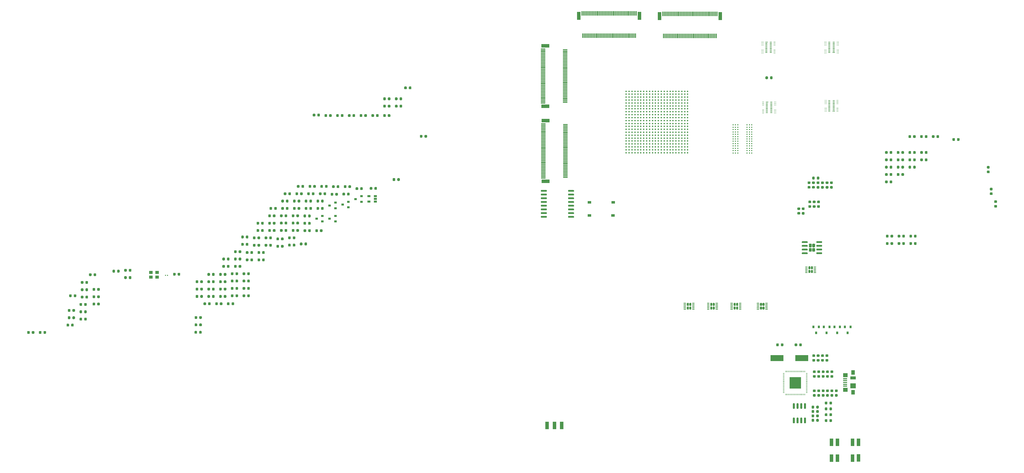
<source format=gbr>
%TF.GenerationSoftware,KiCad,Pcbnew,(5.1.6-dirty)*%
%TF.CreationDate,2020-08-28T22:36:31+02:00*%
%TF.ProjectId,FD,46442e6b-6963-4616-945f-706362585858,rev?*%
%TF.SameCoordinates,Original*%
%TF.FileFunction,Paste,Top*%
%TF.FilePolarity,Positive*%
%FSLAX46Y46*%
G04 Gerber Fmt 4.6, Leading zero omitted, Abs format (unit mm)*
G04 Created by KiCad (PCBNEW (5.1.6-dirty)) date 2020-08-28 22:36:31*
%MOMM*%
%LPD*%
G01*
G04 APERTURE LIST*
%ADD10C,0.100000*%
%ADD11C,0.500000*%
%ADD12C,0.399500*%
%ADD13R,1.380000X0.450000*%
%ADD14R,1.550000X1.425000*%
%ADD15R,1.300000X1.650000*%
%ADD16R,1.900000X1.800000*%
%ADD17R,1.900000X1.000000*%
%ADD18R,0.800000X0.900000*%
%ADD19R,1.200000X2.750000*%
%ADD20R,0.300000X1.550000*%
%ADD21R,1.550000X0.300000*%
%ADD22R,2.750000X1.200000*%
%ADD23R,0.900000X0.800000*%
%ADD24R,0.200000X0.200000*%
%ADD25R,1.250000X2.500000*%
%ADD26R,1.260000X0.840000*%
%ADD27R,3.660000X3.660000*%
%ADD28R,0.162000X0.510000*%
%ADD29R,0.510000X0.162000*%
%ADD30R,1.060000X0.650000*%
%ADD31R,1.200000X2.500000*%
%ADD32R,0.780000X0.220000*%
%ADD33R,0.880000X0.220000*%
%ADD34R,1.300000X1.100000*%
%ADD35R,4.500000X2.000000*%
G04 APERTURE END LIST*
D10*
%TO.C,U2*%
G36*
X228237510Y-152170000D02*
G01*
X224370000Y-152170000D01*
X224370000Y-148302490D01*
X228237510Y-148302490D01*
X228237510Y-152170000D01*
G37*
%TD*%
D11*
%TO.C,U11*%
X168510000Y-71520000D03*
X168510000Y-70520000D03*
X168510000Y-69520000D03*
X168510000Y-68520000D03*
X168510000Y-67520000D03*
X168510000Y-66520000D03*
X168510000Y-65520000D03*
X168510000Y-64520000D03*
X168510000Y-63520000D03*
X168510000Y-62520000D03*
X168510000Y-61520000D03*
X168510000Y-60520000D03*
X168510000Y-59520000D03*
X168510000Y-58520000D03*
X168510000Y-57520000D03*
X168510000Y-56520000D03*
X168510000Y-55520000D03*
X168510000Y-54520000D03*
X168510000Y-53520000D03*
X168510000Y-52520000D03*
X168510000Y-51520000D03*
X168510000Y-50520000D03*
X169510000Y-71520000D03*
X169510000Y-70520000D03*
X169510000Y-69520000D03*
X169510000Y-68520000D03*
X169510000Y-67520000D03*
X169510000Y-66520000D03*
X169510000Y-65520000D03*
X169510000Y-64520000D03*
X169510000Y-63520000D03*
X169510000Y-62520000D03*
X169510000Y-61520000D03*
X169510000Y-60520000D03*
X169510000Y-59520000D03*
X169510000Y-58520000D03*
X169510000Y-57520000D03*
X169510000Y-56520000D03*
X169510000Y-55520000D03*
X169510000Y-54520000D03*
X169510000Y-53520000D03*
X169510000Y-52520000D03*
X169510000Y-51520000D03*
X169510000Y-50520000D03*
X170510000Y-71520000D03*
X170510000Y-70520000D03*
X170510000Y-69520000D03*
X170510000Y-68520000D03*
X170510000Y-67520000D03*
X170510000Y-66520000D03*
X170510000Y-65520000D03*
X170510000Y-64520000D03*
X170510000Y-63520000D03*
X170510000Y-62520000D03*
X170510000Y-61520000D03*
X170510000Y-60520000D03*
X170510000Y-59520000D03*
X170510000Y-58520000D03*
X170510000Y-57520000D03*
X170510000Y-56520000D03*
X170510000Y-55520000D03*
X170510000Y-54520000D03*
X170510000Y-53520000D03*
X170510000Y-52520000D03*
X170510000Y-51520000D03*
X170510000Y-50520000D03*
X171510000Y-71520000D03*
X171510000Y-70520000D03*
X171510000Y-69520000D03*
X171510000Y-68520000D03*
X171510000Y-67520000D03*
X171510000Y-66520000D03*
X171510000Y-65520000D03*
X171510000Y-64520000D03*
X171510000Y-63520000D03*
X171510000Y-62520000D03*
X171510000Y-61520000D03*
X171510000Y-60520000D03*
X171510000Y-59520000D03*
X171510000Y-58520000D03*
X171510000Y-57520000D03*
X171510000Y-56520000D03*
X171510000Y-55520000D03*
X171510000Y-54520000D03*
X171510000Y-53520000D03*
X171510000Y-52520000D03*
X171510000Y-51520000D03*
X171510000Y-50520000D03*
X172510000Y-71520000D03*
X172510000Y-70520000D03*
X172510000Y-69520000D03*
X172510000Y-68520000D03*
X172510000Y-67520000D03*
X172510000Y-66520000D03*
X172510000Y-65520000D03*
X172510000Y-64520000D03*
X172510000Y-63520000D03*
X172510000Y-62520000D03*
X172510000Y-61520000D03*
X172510000Y-60520000D03*
X172510000Y-59520000D03*
X172510000Y-58520000D03*
X172510000Y-57520000D03*
X172510000Y-56520000D03*
X172510000Y-55520000D03*
X172510000Y-54520000D03*
X172510000Y-53520000D03*
X172510000Y-52520000D03*
X172510000Y-51520000D03*
X172510000Y-50520000D03*
X173510000Y-71520000D03*
X173510000Y-70520000D03*
X173510000Y-69520000D03*
X173510000Y-68520000D03*
X173510000Y-67520000D03*
X173510000Y-66520000D03*
X173510000Y-65520000D03*
X173510000Y-64520000D03*
X173510000Y-63520000D03*
X173510000Y-62520000D03*
X173510000Y-61520000D03*
X173510000Y-60520000D03*
X173510000Y-59520000D03*
X173510000Y-58520000D03*
X173510000Y-57520000D03*
X173510000Y-56520000D03*
X173510000Y-55520000D03*
X173510000Y-54520000D03*
X173510000Y-53520000D03*
X173510000Y-52520000D03*
X173510000Y-51520000D03*
X173510000Y-50520000D03*
X174510000Y-71520000D03*
X174510000Y-70520000D03*
X174510000Y-69520000D03*
X174510000Y-68520000D03*
X174510000Y-67520000D03*
X174510000Y-66520000D03*
X174510000Y-65520000D03*
X174510000Y-64520000D03*
X174510000Y-63520000D03*
X174510000Y-62520000D03*
X174510000Y-61520000D03*
X174510000Y-60520000D03*
X174510000Y-59520000D03*
X174510000Y-58520000D03*
X174510000Y-57520000D03*
X174510000Y-56520000D03*
X174510000Y-55520000D03*
X174510000Y-54520000D03*
X174510000Y-53520000D03*
X174510000Y-52520000D03*
X174510000Y-51520000D03*
X174510000Y-50520000D03*
X175510000Y-71520000D03*
X175510000Y-70520000D03*
X175510000Y-69520000D03*
X175510000Y-68520000D03*
X175510000Y-67520000D03*
X175510000Y-66520000D03*
X175510000Y-65520000D03*
X175510000Y-64520000D03*
X175510000Y-63520000D03*
X175510000Y-62520000D03*
X175510000Y-61520000D03*
X175510000Y-60520000D03*
X175510000Y-59520000D03*
X175510000Y-58520000D03*
X175510000Y-57520000D03*
X175510000Y-56520000D03*
X175510000Y-55520000D03*
X175510000Y-54520000D03*
X175510000Y-53520000D03*
X175510000Y-52520000D03*
X175510000Y-51520000D03*
X175510000Y-50520000D03*
X176510000Y-71520000D03*
X176510000Y-70520000D03*
X176510000Y-69520000D03*
X176510000Y-68520000D03*
X176510000Y-67520000D03*
X176510000Y-66520000D03*
X176510000Y-65520000D03*
X176510000Y-64520000D03*
X176510000Y-63520000D03*
X176510000Y-62520000D03*
X176510000Y-61520000D03*
X176510000Y-60520000D03*
X176510000Y-59520000D03*
X176510000Y-58520000D03*
X176510000Y-57520000D03*
X176510000Y-56520000D03*
X176510000Y-55520000D03*
X176510000Y-54520000D03*
X176510000Y-53520000D03*
X176510000Y-52520000D03*
X176510000Y-51520000D03*
X176510000Y-50520000D03*
X177510000Y-71520000D03*
X177510000Y-70520000D03*
X177510000Y-69520000D03*
X177510000Y-68520000D03*
X177510000Y-67520000D03*
X177510000Y-66520000D03*
X177510000Y-65520000D03*
X177510000Y-64520000D03*
X177510000Y-63520000D03*
X177510000Y-62520000D03*
X177510000Y-61520000D03*
X177510000Y-60520000D03*
X177510000Y-59520000D03*
X177510000Y-58520000D03*
X177510000Y-57520000D03*
X177510000Y-56520000D03*
X177510000Y-55520000D03*
X177510000Y-54520000D03*
X177510000Y-53520000D03*
X177510000Y-52520000D03*
X177510000Y-51520000D03*
X177510000Y-50520000D03*
X178510000Y-71520000D03*
X178510000Y-70520000D03*
X178510000Y-69520000D03*
X178510000Y-68520000D03*
X178510000Y-67520000D03*
X178510000Y-66520000D03*
X178510000Y-65520000D03*
X178510000Y-64520000D03*
X178510000Y-63520000D03*
X178510000Y-62520000D03*
X178510000Y-61520000D03*
X178510000Y-60520000D03*
X178510000Y-59520000D03*
X178510000Y-58520000D03*
X178510000Y-57520000D03*
X178510000Y-56520000D03*
X178510000Y-55520000D03*
X178510000Y-54520000D03*
X178510000Y-53520000D03*
X178510000Y-52520000D03*
X178510000Y-51520000D03*
X178510000Y-50520000D03*
X179510000Y-71520000D03*
X179510000Y-70520000D03*
X179510000Y-69520000D03*
X179510000Y-68520000D03*
X179510000Y-67520000D03*
X179510000Y-66520000D03*
X179510000Y-65520000D03*
X179510000Y-64520000D03*
X179510000Y-63520000D03*
X179510000Y-62520000D03*
X179510000Y-61520000D03*
X179510000Y-60520000D03*
X179510000Y-59520000D03*
X179510000Y-58520000D03*
X179510000Y-57520000D03*
X179510000Y-56520000D03*
X179510000Y-55520000D03*
X179510000Y-54520000D03*
X179510000Y-53520000D03*
X179510000Y-52520000D03*
X179510000Y-51520000D03*
X179510000Y-50520000D03*
X180510000Y-71520000D03*
X180510000Y-70520000D03*
X180510000Y-69520000D03*
X180510000Y-68520000D03*
X180510000Y-67520000D03*
X180510000Y-66520000D03*
X180510000Y-65520000D03*
X180510000Y-64520000D03*
X180510000Y-63520000D03*
X180510000Y-62520000D03*
X180510000Y-61520000D03*
X180510000Y-60520000D03*
X180510000Y-59520000D03*
X180510000Y-58520000D03*
X180510000Y-57520000D03*
X180510000Y-56520000D03*
X180510000Y-55520000D03*
X180510000Y-54520000D03*
X180510000Y-53520000D03*
X180510000Y-52520000D03*
X180510000Y-51520000D03*
X180510000Y-50520000D03*
X181510000Y-71520000D03*
X181510000Y-70520000D03*
X181510000Y-69520000D03*
X181510000Y-68520000D03*
X181510000Y-67520000D03*
X181510000Y-66520000D03*
X181510000Y-65520000D03*
X181510000Y-64520000D03*
X181510000Y-63520000D03*
X181510000Y-62520000D03*
X181510000Y-61520000D03*
X181510000Y-60520000D03*
X181510000Y-59520000D03*
X181510000Y-58520000D03*
X181510000Y-57520000D03*
X181510000Y-56520000D03*
X181510000Y-55520000D03*
X181510000Y-54520000D03*
X181510000Y-53520000D03*
X181510000Y-52520000D03*
X181510000Y-51520000D03*
X181510000Y-50520000D03*
X182510000Y-71520000D03*
X182510000Y-70520000D03*
X182510000Y-69520000D03*
X182510000Y-68520000D03*
X182510000Y-67520000D03*
X182510000Y-66520000D03*
X182510000Y-65520000D03*
X182510000Y-64520000D03*
X182510000Y-63520000D03*
X182510000Y-62520000D03*
X182510000Y-61520000D03*
X182510000Y-60520000D03*
X182510000Y-59520000D03*
X182510000Y-58520000D03*
X182510000Y-57520000D03*
X182510000Y-56520000D03*
X182510000Y-55520000D03*
X182510000Y-54520000D03*
X182510000Y-53520000D03*
X182510000Y-52520000D03*
X182510000Y-51520000D03*
X182510000Y-50520000D03*
X183510000Y-71520000D03*
X183510000Y-70520000D03*
X183510000Y-69520000D03*
X183510000Y-68520000D03*
X183510000Y-67520000D03*
X183510000Y-66520000D03*
X183510000Y-65520000D03*
X183510000Y-64520000D03*
X183510000Y-63520000D03*
X183510000Y-62520000D03*
X183510000Y-61520000D03*
X183510000Y-60520000D03*
X183510000Y-59520000D03*
X183510000Y-58520000D03*
X183510000Y-57520000D03*
X183510000Y-56520000D03*
X183510000Y-55520000D03*
X183510000Y-54520000D03*
X183510000Y-53520000D03*
X183510000Y-52520000D03*
X183510000Y-51520000D03*
X183510000Y-50520000D03*
X184510000Y-71520000D03*
X184510000Y-70520000D03*
X184510000Y-69520000D03*
X184510000Y-68520000D03*
X184510000Y-67520000D03*
X184510000Y-66520000D03*
X184510000Y-65520000D03*
X184510000Y-64520000D03*
X184510000Y-63520000D03*
X184510000Y-62520000D03*
X184510000Y-61520000D03*
X184510000Y-60520000D03*
X184510000Y-59520000D03*
X184510000Y-58520000D03*
X184510000Y-57520000D03*
X184510000Y-56520000D03*
X184510000Y-55520000D03*
X184510000Y-54520000D03*
X184510000Y-53520000D03*
X184510000Y-52520000D03*
X184510000Y-51520000D03*
X184510000Y-50520000D03*
X185510000Y-71520000D03*
X185510000Y-70520000D03*
X185510000Y-69520000D03*
X185510000Y-68520000D03*
X185510000Y-67520000D03*
X185510000Y-66520000D03*
X185510000Y-65520000D03*
X185510000Y-64520000D03*
X185510000Y-63520000D03*
X185510000Y-62520000D03*
X185510000Y-61520000D03*
X185510000Y-60520000D03*
X185510000Y-59520000D03*
X185510000Y-58520000D03*
X185510000Y-57520000D03*
X185510000Y-56520000D03*
X185510000Y-55520000D03*
X185510000Y-54520000D03*
X185510000Y-53520000D03*
X185510000Y-52520000D03*
X185510000Y-51520000D03*
X185510000Y-50520000D03*
X186510000Y-71520000D03*
X186510000Y-70520000D03*
X186510000Y-69520000D03*
X186510000Y-68520000D03*
X186510000Y-67520000D03*
X186510000Y-66520000D03*
X186510000Y-65520000D03*
X186510000Y-64520000D03*
X186510000Y-63520000D03*
X186510000Y-62520000D03*
X186510000Y-61520000D03*
X186510000Y-60520000D03*
X186510000Y-59520000D03*
X186510000Y-58520000D03*
X186510000Y-57520000D03*
X186510000Y-56520000D03*
X186510000Y-55520000D03*
X186510000Y-54520000D03*
X186510000Y-53520000D03*
X186510000Y-52520000D03*
X186510000Y-51520000D03*
X186510000Y-50520000D03*
X187510000Y-71520000D03*
X187510000Y-70520000D03*
X187510000Y-69520000D03*
X187510000Y-68520000D03*
X187510000Y-67520000D03*
X187510000Y-66520000D03*
X187510000Y-65520000D03*
X187510000Y-64520000D03*
X187510000Y-63520000D03*
X187510000Y-62520000D03*
X187510000Y-61520000D03*
X187510000Y-60520000D03*
X187510000Y-59520000D03*
X187510000Y-58520000D03*
X187510000Y-57520000D03*
X187510000Y-56520000D03*
X187510000Y-55520000D03*
X187510000Y-54520000D03*
X187510000Y-53520000D03*
X187510000Y-52520000D03*
X187510000Y-51520000D03*
X187510000Y-50520000D03*
X188510000Y-71520000D03*
X188510000Y-70520000D03*
X188510000Y-69520000D03*
X188510000Y-68520000D03*
X188510000Y-67520000D03*
X188510000Y-66520000D03*
X188510000Y-65520000D03*
X188510000Y-64520000D03*
X188510000Y-63520000D03*
X188510000Y-62520000D03*
X188510000Y-61520000D03*
X188510000Y-60520000D03*
X188510000Y-59520000D03*
X188510000Y-58520000D03*
X188510000Y-57520000D03*
X188510000Y-56520000D03*
X188510000Y-55520000D03*
X188510000Y-54520000D03*
X188510000Y-53520000D03*
X188510000Y-52520000D03*
X188510000Y-51520000D03*
X188510000Y-50520000D03*
X189510000Y-71520000D03*
X189510000Y-70520000D03*
X189510000Y-69520000D03*
X189510000Y-68520000D03*
X189510000Y-67520000D03*
X189510000Y-66520000D03*
X189510000Y-65520000D03*
X189510000Y-64520000D03*
X189510000Y-63520000D03*
X189510000Y-62520000D03*
X189510000Y-61520000D03*
X189510000Y-60520000D03*
X189510000Y-59520000D03*
X189510000Y-58520000D03*
X189510000Y-57520000D03*
X189510000Y-56520000D03*
X189510000Y-55520000D03*
X189510000Y-54520000D03*
X189510000Y-53520000D03*
X189510000Y-52520000D03*
X189510000Y-51520000D03*
X189510000Y-50520000D03*
%TD*%
D12*
%TO.C,U17*%
X205030000Y-62010000D03*
X205830000Y-62010000D03*
X206630000Y-62010000D03*
X209830000Y-62010000D03*
X210630000Y-62010000D03*
X211430000Y-62010000D03*
X205030000Y-62810000D03*
X205830000Y-62810000D03*
X206630000Y-62810000D03*
X209830000Y-62810000D03*
X210630000Y-62810000D03*
X211430000Y-62810000D03*
X205030000Y-63610000D03*
X205830000Y-63610000D03*
X206630000Y-63610000D03*
X209830000Y-63610000D03*
X210630000Y-63610000D03*
X211430000Y-63610000D03*
X205030000Y-64410000D03*
X205830000Y-64410000D03*
X206630000Y-64410000D03*
X209830000Y-64410000D03*
X210630000Y-64410000D03*
X211430000Y-64410000D03*
X205030000Y-65210000D03*
X205830000Y-65210000D03*
X206630000Y-65210000D03*
X209830000Y-65210000D03*
X210630000Y-65210000D03*
X211430000Y-65210000D03*
X205030000Y-66010000D03*
X205830000Y-66010000D03*
X206630000Y-66010000D03*
X209830000Y-66010000D03*
X210630000Y-66010000D03*
X211430000Y-66010000D03*
X205030000Y-66810000D03*
X205830000Y-66810000D03*
X206630000Y-66810000D03*
X209830000Y-66810000D03*
X210630000Y-66810000D03*
X211430000Y-66810000D03*
X205030000Y-67610000D03*
X205830000Y-67610000D03*
X206630000Y-67610000D03*
X209830000Y-67610000D03*
X210630000Y-67610000D03*
X211430000Y-67610000D03*
X205030000Y-68410000D03*
X205830000Y-68410000D03*
X206630000Y-68410000D03*
X209830000Y-68410000D03*
X210630000Y-68410000D03*
X211430000Y-68410000D03*
X205030000Y-69210000D03*
X205830000Y-69210000D03*
X206630000Y-69210000D03*
X209830000Y-69210000D03*
X210630000Y-69210000D03*
X211430000Y-69210000D03*
X205030000Y-70010000D03*
X205830000Y-70010000D03*
X206630000Y-70010000D03*
X209830000Y-70010000D03*
X210630000Y-70010000D03*
X211430000Y-70010000D03*
X205030000Y-70810000D03*
X205830000Y-70810000D03*
X206630000Y-70810000D03*
X209830000Y-70810000D03*
X210630000Y-70810000D03*
X211430000Y-70810000D03*
X205030000Y-71610000D03*
X205830000Y-71610000D03*
X206630000Y-71610000D03*
X209830000Y-71610000D03*
X210630000Y-71610000D03*
X211430000Y-71610000D03*
%TD*%
D13*
%TO.C,J1*%
X243340000Y-151350000D03*
X243340000Y-150700000D03*
X243340000Y-150050000D03*
X243340000Y-149400000D03*
X243340000Y-148750000D03*
D14*
X243425000Y-152537500D03*
X243425000Y-147562500D03*
D15*
X246000000Y-153425000D03*
X246000000Y-146675000D03*
D16*
X246000000Y-151200000D03*
D17*
X246000000Y-148500000D03*
%TD*%
%TO.C,C1*%
G36*
G01*
X240043750Y-154050000D02*
X240556250Y-154050000D01*
G75*
G02*
X240775000Y-154268750I0J-218750D01*
G01*
X240775000Y-154706250D01*
G75*
G02*
X240556250Y-154925000I-218750J0D01*
G01*
X240043750Y-154925000D01*
G75*
G02*
X239825000Y-154706250I0J218750D01*
G01*
X239825000Y-154268750D01*
G75*
G02*
X240043750Y-154050000I218750J0D01*
G01*
G37*
G36*
G01*
X240043750Y-152475000D02*
X240556250Y-152475000D01*
G75*
G02*
X240775000Y-152693750I0J-218750D01*
G01*
X240775000Y-153131250D01*
G75*
G02*
X240556250Y-153350000I-218750J0D01*
G01*
X240043750Y-153350000D01*
G75*
G02*
X239825000Y-153131250I0J218750D01*
G01*
X239825000Y-152693750D01*
G75*
G02*
X240043750Y-152475000I218750J0D01*
G01*
G37*
%TD*%
%TO.C,C2*%
G36*
G01*
X238543750Y-152475000D02*
X239056250Y-152475000D01*
G75*
G02*
X239275000Y-152693750I0J-218750D01*
G01*
X239275000Y-153131250D01*
G75*
G02*
X239056250Y-153350000I-218750J0D01*
G01*
X238543750Y-153350000D01*
G75*
G02*
X238325000Y-153131250I0J218750D01*
G01*
X238325000Y-152693750D01*
G75*
G02*
X238543750Y-152475000I218750J0D01*
G01*
G37*
G36*
G01*
X238543750Y-154050000D02*
X239056250Y-154050000D01*
G75*
G02*
X239275000Y-154268750I0J-218750D01*
G01*
X239275000Y-154706250D01*
G75*
G02*
X239056250Y-154925000I-218750J0D01*
G01*
X238543750Y-154925000D01*
G75*
G02*
X238325000Y-154706250I0J218750D01*
G01*
X238325000Y-154268750D01*
G75*
G02*
X238543750Y-154050000I218750J0D01*
G01*
G37*
%TD*%
%TO.C,C3*%
G36*
G01*
X237043750Y-154050000D02*
X237556250Y-154050000D01*
G75*
G02*
X237775000Y-154268750I0J-218750D01*
G01*
X237775000Y-154706250D01*
G75*
G02*
X237556250Y-154925000I-218750J0D01*
G01*
X237043750Y-154925000D01*
G75*
G02*
X236825000Y-154706250I0J218750D01*
G01*
X236825000Y-154268750D01*
G75*
G02*
X237043750Y-154050000I218750J0D01*
G01*
G37*
G36*
G01*
X237043750Y-152475000D02*
X237556250Y-152475000D01*
G75*
G02*
X237775000Y-152693750I0J-218750D01*
G01*
X237775000Y-153131250D01*
G75*
G02*
X237556250Y-153350000I-218750J0D01*
G01*
X237043750Y-153350000D01*
G75*
G02*
X236825000Y-153131250I0J218750D01*
G01*
X236825000Y-152693750D01*
G75*
G02*
X237043750Y-152475000I218750J0D01*
G01*
G37*
%TD*%
%TO.C,C4*%
G36*
G01*
X234556250Y-148425000D02*
X234043750Y-148425000D01*
G75*
G02*
X233825000Y-148206250I0J218750D01*
G01*
X233825000Y-147768750D01*
G75*
G02*
X234043750Y-147550000I218750J0D01*
G01*
X234556250Y-147550000D01*
G75*
G02*
X234775000Y-147768750I0J-218750D01*
G01*
X234775000Y-148206250D01*
G75*
G02*
X234556250Y-148425000I-218750J0D01*
G01*
G37*
G36*
G01*
X234556250Y-146850000D02*
X234043750Y-146850000D01*
G75*
G02*
X233825000Y-146631250I0J218750D01*
G01*
X233825000Y-146193750D01*
G75*
G02*
X234043750Y-145975000I218750J0D01*
G01*
X234556250Y-145975000D01*
G75*
G02*
X234775000Y-146193750I0J-218750D01*
G01*
X234775000Y-146631250D01*
G75*
G02*
X234556250Y-146850000I-218750J0D01*
G01*
G37*
%TD*%
%TO.C,C5*%
G36*
G01*
X234043750Y-154050000D02*
X234556250Y-154050000D01*
G75*
G02*
X234775000Y-154268750I0J-218750D01*
G01*
X234775000Y-154706250D01*
G75*
G02*
X234556250Y-154925000I-218750J0D01*
G01*
X234043750Y-154925000D01*
G75*
G02*
X233825000Y-154706250I0J218750D01*
G01*
X233825000Y-154268750D01*
G75*
G02*
X234043750Y-154050000I218750J0D01*
G01*
G37*
G36*
G01*
X234043750Y-152475000D02*
X234556250Y-152475000D01*
G75*
G02*
X234775000Y-152693750I0J-218750D01*
G01*
X234775000Y-153131250D01*
G75*
G02*
X234556250Y-153350000I-218750J0D01*
G01*
X234043750Y-153350000D01*
G75*
G02*
X233825000Y-153131250I0J218750D01*
G01*
X233825000Y-152693750D01*
G75*
G02*
X234043750Y-152475000I218750J0D01*
G01*
G37*
%TD*%
%TO.C,C6*%
G36*
G01*
X232543750Y-152475000D02*
X233056250Y-152475000D01*
G75*
G02*
X233275000Y-152693750I0J-218750D01*
G01*
X233275000Y-153131250D01*
G75*
G02*
X233056250Y-153350000I-218750J0D01*
G01*
X232543750Y-153350000D01*
G75*
G02*
X232325000Y-153131250I0J218750D01*
G01*
X232325000Y-152693750D01*
G75*
G02*
X232543750Y-152475000I218750J0D01*
G01*
G37*
G36*
G01*
X232543750Y-154050000D02*
X233056250Y-154050000D01*
G75*
G02*
X233275000Y-154268750I0J-218750D01*
G01*
X233275000Y-154706250D01*
G75*
G02*
X233056250Y-154925000I-218750J0D01*
G01*
X232543750Y-154925000D01*
G75*
G02*
X232325000Y-154706250I0J218750D01*
G01*
X232325000Y-154268750D01*
G75*
G02*
X232543750Y-154050000I218750J0D01*
G01*
G37*
%TD*%
%TO.C,C7*%
G36*
G01*
X226950000Y-136943750D02*
X226950000Y-137456250D01*
G75*
G02*
X226731250Y-137675000I-218750J0D01*
G01*
X226293750Y-137675000D01*
G75*
G02*
X226075000Y-137456250I0J218750D01*
G01*
X226075000Y-136943750D01*
G75*
G02*
X226293750Y-136725000I218750J0D01*
G01*
X226731250Y-136725000D01*
G75*
G02*
X226950000Y-136943750I0J-218750D01*
G01*
G37*
G36*
G01*
X228525000Y-136943750D02*
X228525000Y-137456250D01*
G75*
G02*
X228306250Y-137675000I-218750J0D01*
G01*
X227868750Y-137675000D01*
G75*
G02*
X227650000Y-137456250I0J218750D01*
G01*
X227650000Y-136943750D01*
G75*
G02*
X227868750Y-136725000I218750J0D01*
G01*
X228306250Y-136725000D01*
G75*
G02*
X228525000Y-136943750I0J-218750D01*
G01*
G37*
%TD*%
%TO.C,C8*%
G36*
G01*
X219787500Y-137456250D02*
X219787500Y-136943750D01*
G75*
G02*
X220006250Y-136725000I218750J0D01*
G01*
X220443750Y-136725000D01*
G75*
G02*
X220662500Y-136943750I0J-218750D01*
G01*
X220662500Y-137456250D01*
G75*
G02*
X220443750Y-137675000I-218750J0D01*
G01*
X220006250Y-137675000D01*
G75*
G02*
X219787500Y-137456250I0J218750D01*
G01*
G37*
G36*
G01*
X221362500Y-137456250D02*
X221362500Y-136943750D01*
G75*
G02*
X221581250Y-136725000I218750J0D01*
G01*
X222018750Y-136725000D01*
G75*
G02*
X222237500Y-136943750I0J-218750D01*
G01*
X222237500Y-137456250D01*
G75*
G02*
X222018750Y-137675000I-218750J0D01*
G01*
X221581250Y-137675000D01*
G75*
G02*
X221362500Y-137456250I0J218750D01*
G01*
G37*
%TD*%
%TO.C,C9*%
G36*
G01*
X235543750Y-154050000D02*
X236056250Y-154050000D01*
G75*
G02*
X236275000Y-154268750I0J-218750D01*
G01*
X236275000Y-154706250D01*
G75*
G02*
X236056250Y-154925000I-218750J0D01*
G01*
X235543750Y-154925000D01*
G75*
G02*
X235325000Y-154706250I0J218750D01*
G01*
X235325000Y-154268750D01*
G75*
G02*
X235543750Y-154050000I218750J0D01*
G01*
G37*
G36*
G01*
X235543750Y-152475000D02*
X236056250Y-152475000D01*
G75*
G02*
X236275000Y-152693750I0J-218750D01*
G01*
X236275000Y-153131250D01*
G75*
G02*
X236056250Y-153350000I-218750J0D01*
G01*
X235543750Y-153350000D01*
G75*
G02*
X235325000Y-153131250I0J218750D01*
G01*
X235325000Y-152693750D01*
G75*
G02*
X235543750Y-152475000I218750J0D01*
G01*
G37*
%TD*%
%TO.C,C10*%
G36*
G01*
X26284999Y-117888749D02*
X26284999Y-118401249D01*
G75*
G02*
X26066249Y-118619999I-218750J0D01*
G01*
X25628749Y-118619999D01*
G75*
G02*
X25409999Y-118401249I0J218750D01*
G01*
X25409999Y-117888749D01*
G75*
G02*
X25628749Y-117669999I218750J0D01*
G01*
X26066249Y-117669999D01*
G75*
G02*
X26284999Y-117888749I0J-218750D01*
G01*
G37*
G36*
G01*
X27859999Y-117888749D02*
X27859999Y-118401249D01*
G75*
G02*
X27641249Y-118619999I-218750J0D01*
G01*
X27203749Y-118619999D01*
G75*
G02*
X26984999Y-118401249I0J218750D01*
G01*
X26984999Y-117888749D01*
G75*
G02*
X27203749Y-117669999I218750J0D01*
G01*
X27641249Y-117669999D01*
G75*
G02*
X27859999Y-117888749I0J-218750D01*
G01*
G37*
%TD*%
%TO.C,C11*%
G36*
G01*
X60874999Y-82778749D02*
X60874999Y-83291249D01*
G75*
G02*
X60656249Y-83509999I-218750J0D01*
G01*
X60218749Y-83509999D01*
G75*
G02*
X59999999Y-83291249I0J218750D01*
G01*
X59999999Y-82778749D01*
G75*
G02*
X60218749Y-82559999I218750J0D01*
G01*
X60656249Y-82559999D01*
G75*
G02*
X60874999Y-82778749I0J-218750D01*
G01*
G37*
G36*
G01*
X62449999Y-82778749D02*
X62449999Y-83291249D01*
G75*
G02*
X62231249Y-83509999I-218750J0D01*
G01*
X61793749Y-83509999D01*
G75*
G02*
X61574999Y-83291249I0J218750D01*
G01*
X61574999Y-82778749D01*
G75*
G02*
X61793749Y-82559999I218750J0D01*
G01*
X62231249Y-82559999D01*
G75*
G02*
X62449999Y-82778749I0J-218750D01*
G01*
G37*
%TD*%
%TO.C,C12*%
G36*
G01*
X41834999Y-102888749D02*
X41834999Y-103401249D01*
G75*
G02*
X41616249Y-103619999I-218750J0D01*
G01*
X41178749Y-103619999D01*
G75*
G02*
X40959999Y-103401249I0J218750D01*
G01*
X40959999Y-102888749D01*
G75*
G02*
X41178749Y-102669999I218750J0D01*
G01*
X41616249Y-102669999D01*
G75*
G02*
X41834999Y-102888749I0J-218750D01*
G01*
G37*
G36*
G01*
X43409999Y-102888749D02*
X43409999Y-103401249D01*
G75*
G02*
X43191249Y-103619999I-218750J0D01*
G01*
X42753749Y-103619999D01*
G75*
G02*
X42534999Y-103401249I0J218750D01*
G01*
X42534999Y-102888749D01*
G75*
G02*
X42753749Y-102669999I218750J0D01*
G01*
X43191249Y-102669999D01*
G75*
G02*
X43409999Y-102888749I0J-218750D01*
G01*
G37*
%TD*%
%TO.C,C13*%
G36*
G01*
X56679999Y-92818749D02*
X56679999Y-93331249D01*
G75*
G02*
X56461249Y-93549999I-218750J0D01*
G01*
X56023749Y-93549999D01*
G75*
G02*
X55804999Y-93331249I0J218750D01*
G01*
X55804999Y-92818749D01*
G75*
G02*
X56023749Y-92599999I218750J0D01*
G01*
X56461249Y-92599999D01*
G75*
G02*
X56679999Y-92818749I0J-218750D01*
G01*
G37*
G36*
G01*
X55104999Y-92818749D02*
X55104999Y-93331249D01*
G75*
G02*
X54886249Y-93549999I-218750J0D01*
G01*
X54448749Y-93549999D01*
G75*
G02*
X54229999Y-93331249I0J218750D01*
G01*
X54229999Y-92818749D01*
G75*
G02*
X54448749Y-92599999I218750J0D01*
G01*
X54886249Y-92599999D01*
G75*
G02*
X55104999Y-92818749I0J-218750D01*
G01*
G37*
%TD*%
%TO.C,C14*%
G36*
G01*
X31869999Y-117888749D02*
X31869999Y-118401249D01*
G75*
G02*
X31651249Y-118619999I-218750J0D01*
G01*
X31213749Y-118619999D01*
G75*
G02*
X30994999Y-118401249I0J218750D01*
G01*
X30994999Y-117888749D01*
G75*
G02*
X31213749Y-117669999I218750J0D01*
G01*
X31651249Y-117669999D01*
G75*
G02*
X31869999Y-117888749I0J-218750D01*
G01*
G37*
G36*
G01*
X30294999Y-117888749D02*
X30294999Y-118401249D01*
G75*
G02*
X30076249Y-118619999I-218750J0D01*
G01*
X29638749Y-118619999D01*
G75*
G02*
X29419999Y-118401249I0J218750D01*
G01*
X29419999Y-117888749D01*
G75*
G02*
X29638749Y-117669999I218750J0D01*
G01*
X30076249Y-117669999D01*
G75*
G02*
X30294999Y-117888749I0J-218750D01*
G01*
G37*
%TD*%
%TO.C,C15*%
G36*
G01*
X39889999Y-120158749D02*
X39889999Y-120671249D01*
G75*
G02*
X39671249Y-120889999I-218750J0D01*
G01*
X39233749Y-120889999D01*
G75*
G02*
X39014999Y-120671249I0J218750D01*
G01*
X39014999Y-120158749D01*
G75*
G02*
X39233749Y-119939999I218750J0D01*
G01*
X39671249Y-119939999D01*
G75*
G02*
X39889999Y-120158749I0J-218750D01*
G01*
G37*
G36*
G01*
X38314999Y-120158749D02*
X38314999Y-120671249D01*
G75*
G02*
X38096249Y-120889999I-218750J0D01*
G01*
X37658749Y-120889999D01*
G75*
G02*
X37439999Y-120671249I0J218750D01*
G01*
X37439999Y-120158749D01*
G75*
G02*
X37658749Y-119939999I218750J0D01*
G01*
X38096249Y-119939999D01*
G75*
G02*
X38314999Y-120158749I0J-218750D01*
G01*
G37*
%TD*%
%TO.C,C16*%
G36*
G01*
X83339999Y-83458749D02*
X83339999Y-83971249D01*
G75*
G02*
X83121249Y-84189999I-218750J0D01*
G01*
X82683749Y-84189999D01*
G75*
G02*
X82464999Y-83971249I0J218750D01*
G01*
X82464999Y-83458749D01*
G75*
G02*
X82683749Y-83239999I218750J0D01*
G01*
X83121249Y-83239999D01*
G75*
G02*
X83339999Y-83458749I0J-218750D01*
G01*
G37*
G36*
G01*
X81764999Y-83458749D02*
X81764999Y-83971249D01*
G75*
G02*
X81546249Y-84189999I-218750J0D01*
G01*
X81108749Y-84189999D01*
G75*
G02*
X80889999Y-83971249I0J218750D01*
G01*
X80889999Y-83458749D01*
G75*
G02*
X81108749Y-83239999I218750J0D01*
G01*
X81546249Y-83239999D01*
G75*
G02*
X81764999Y-83458749I0J-218750D01*
G01*
G37*
%TD*%
%TO.C,C17*%
G36*
G01*
X74479999Y-82868749D02*
X74479999Y-83381249D01*
G75*
G02*
X74261249Y-83599999I-218750J0D01*
G01*
X73823749Y-83599999D01*
G75*
G02*
X73604999Y-83381249I0J218750D01*
G01*
X73604999Y-82868749D01*
G75*
G02*
X73823749Y-82649999I218750J0D01*
G01*
X74261249Y-82649999D01*
G75*
G02*
X74479999Y-82868749I0J-218750D01*
G01*
G37*
G36*
G01*
X72904999Y-82868749D02*
X72904999Y-83381249D01*
G75*
G02*
X72686249Y-83599999I-218750J0D01*
G01*
X72248749Y-83599999D01*
G75*
G02*
X72029999Y-83381249I0J218750D01*
G01*
X72029999Y-82868749D01*
G75*
G02*
X72248749Y-82649999I218750J0D01*
G01*
X72686249Y-82649999D01*
G75*
G02*
X72904999Y-82868749I0J-218750D01*
G01*
G37*
%TD*%
%TO.C,C18*%
G36*
G01*
X48659999Y-97868749D02*
X48659999Y-98381249D01*
G75*
G02*
X48441249Y-98599999I-218750J0D01*
G01*
X48003749Y-98599999D01*
G75*
G02*
X47784999Y-98381249I0J218750D01*
G01*
X47784999Y-97868749D01*
G75*
G02*
X48003749Y-97649999I218750J0D01*
G01*
X48441249Y-97649999D01*
G75*
G02*
X48659999Y-97868749I0J-218750D01*
G01*
G37*
G36*
G01*
X47084999Y-97868749D02*
X47084999Y-98381249D01*
G75*
G02*
X46866249Y-98599999I-218750J0D01*
G01*
X46428749Y-98599999D01*
G75*
G02*
X46209999Y-98381249I0J218750D01*
G01*
X46209999Y-97868749D01*
G75*
G02*
X46428749Y-97649999I218750J0D01*
G01*
X46866249Y-97649999D01*
G75*
G02*
X47084999Y-97868749I0J-218750D01*
G01*
G37*
%TD*%
%TO.C,C19*%
G36*
G01*
X27859999Y-112868749D02*
X27859999Y-113381249D01*
G75*
G02*
X27641249Y-113599999I-218750J0D01*
G01*
X27203749Y-113599999D01*
G75*
G02*
X26984999Y-113381249I0J218750D01*
G01*
X26984999Y-112868749D01*
G75*
G02*
X27203749Y-112649999I218750J0D01*
G01*
X27641249Y-112649999D01*
G75*
G02*
X27859999Y-112868749I0J-218750D01*
G01*
G37*
G36*
G01*
X26284999Y-112868749D02*
X26284999Y-113381249D01*
G75*
G02*
X26066249Y-113599999I-218750J0D01*
G01*
X25628749Y-113599999D01*
G75*
G02*
X25409999Y-113381249I0J218750D01*
G01*
X25409999Y-112868749D01*
G75*
G02*
X25628749Y-112649999I218750J0D01*
G01*
X26066249Y-112649999D01*
G75*
G02*
X26284999Y-112868749I0J-218750D01*
G01*
G37*
%TD*%
%TO.C,C20*%
G36*
G01*
X59554999Y-87798749D02*
X59554999Y-88311249D01*
G75*
G02*
X59336249Y-88529999I-218750J0D01*
G01*
X58898749Y-88529999D01*
G75*
G02*
X58679999Y-88311249I0J218750D01*
G01*
X58679999Y-87798749D01*
G75*
G02*
X58898749Y-87579999I218750J0D01*
G01*
X59336249Y-87579999D01*
G75*
G02*
X59554999Y-87798749I0J-218750D01*
G01*
G37*
G36*
G01*
X61129999Y-87798749D02*
X61129999Y-88311249D01*
G75*
G02*
X60911249Y-88529999I-218750J0D01*
G01*
X60473749Y-88529999D01*
G75*
G02*
X60254999Y-88311249I0J218750D01*
G01*
X60254999Y-87798749D01*
G75*
G02*
X60473749Y-87579999I218750J0D01*
G01*
X60911249Y-87579999D01*
G75*
G02*
X61129999Y-87798749I0J-218750D01*
G01*
G37*
%TD*%
%TO.C,C21*%
G36*
G01*
X43074999Y-95358749D02*
X43074999Y-95871249D01*
G75*
G02*
X42856249Y-96089999I-218750J0D01*
G01*
X42418749Y-96089999D01*
G75*
G02*
X42199999Y-95871249I0J218750D01*
G01*
X42199999Y-95358749D01*
G75*
G02*
X42418749Y-95139999I218750J0D01*
G01*
X42856249Y-95139999D01*
G75*
G02*
X43074999Y-95358749I0J-218750D01*
G01*
G37*
G36*
G01*
X44649999Y-95358749D02*
X44649999Y-95871249D01*
G75*
G02*
X44431249Y-96089999I-218750J0D01*
G01*
X43993749Y-96089999D01*
G75*
G02*
X43774999Y-95871249I0J218750D01*
G01*
X43774999Y-95358749D01*
G75*
G02*
X43993749Y-95139999I218750J0D01*
G01*
X44431249Y-95139999D01*
G75*
G02*
X44649999Y-95358749I0J-218750D01*
G01*
G37*
%TD*%
%TO.C,C22*%
G36*
G01*
X60394999Y-85288749D02*
X60394999Y-85801249D01*
G75*
G02*
X60176249Y-86019999I-218750J0D01*
G01*
X59738749Y-86019999D01*
G75*
G02*
X59519999Y-85801249I0J218750D01*
G01*
X59519999Y-85288749D01*
G75*
G02*
X59738749Y-85069999I218750J0D01*
G01*
X60176249Y-85069999D01*
G75*
G02*
X60394999Y-85288749I0J-218750D01*
G01*
G37*
G36*
G01*
X61969999Y-85288749D02*
X61969999Y-85801249D01*
G75*
G02*
X61751249Y-86019999I-218750J0D01*
G01*
X61313749Y-86019999D01*
G75*
G02*
X61094999Y-85801249I0J218750D01*
G01*
X61094999Y-85288749D01*
G75*
G02*
X61313749Y-85069999I218750J0D01*
G01*
X61751249Y-85069999D01*
G75*
G02*
X61969999Y-85288749I0J-218750D01*
G01*
G37*
%TD*%
%TO.C,C23*%
G36*
G01*
X35394999Y-110118749D02*
X35394999Y-110631249D01*
G75*
G02*
X35176249Y-110849999I-218750J0D01*
G01*
X34738749Y-110849999D01*
G75*
G02*
X34519999Y-110631249I0J218750D01*
G01*
X34519999Y-110118749D01*
G75*
G02*
X34738749Y-109899999I218750J0D01*
G01*
X35176249Y-109899999D01*
G75*
G02*
X35394999Y-110118749I0J-218750D01*
G01*
G37*
G36*
G01*
X36969999Y-110118749D02*
X36969999Y-110631249D01*
G75*
G02*
X36751249Y-110849999I-218750J0D01*
G01*
X36313749Y-110849999D01*
G75*
G02*
X36094999Y-110631249I0J218750D01*
G01*
X36094999Y-110118749D01*
G75*
G02*
X36313749Y-109899999I218750J0D01*
G01*
X36751249Y-109899999D01*
G75*
G02*
X36969999Y-110118749I0J-218750D01*
G01*
G37*
%TD*%
%TO.C,C24*%
G36*
G01*
X55544999Y-87798749D02*
X55544999Y-88311249D01*
G75*
G02*
X55326249Y-88529999I-218750J0D01*
G01*
X54888749Y-88529999D01*
G75*
G02*
X54669999Y-88311249I0J218750D01*
G01*
X54669999Y-87798749D01*
G75*
G02*
X54888749Y-87579999I218750J0D01*
G01*
X55326249Y-87579999D01*
G75*
G02*
X55544999Y-87798749I0J-218750D01*
G01*
G37*
G36*
G01*
X57119999Y-87798749D02*
X57119999Y-88311249D01*
G75*
G02*
X56901249Y-88529999I-218750J0D01*
G01*
X56463749Y-88529999D01*
G75*
G02*
X56244999Y-88311249I0J218750D01*
G01*
X56244999Y-87798749D01*
G75*
G02*
X56463749Y-87579999I218750J0D01*
G01*
X56901249Y-87579999D01*
G75*
G02*
X57119999Y-87798749I0J-218750D01*
G01*
G37*
%TD*%
%TO.C,C25*%
G36*
G01*
X52669999Y-92818749D02*
X52669999Y-93331249D01*
G75*
G02*
X52451249Y-93549999I-218750J0D01*
G01*
X52013749Y-93549999D01*
G75*
G02*
X51794999Y-93331249I0J218750D01*
G01*
X51794999Y-92818749D01*
G75*
G02*
X52013749Y-92599999I218750J0D01*
G01*
X52451249Y-92599999D01*
G75*
G02*
X52669999Y-92818749I0J-218750D01*
G01*
G37*
G36*
G01*
X51094999Y-92818749D02*
X51094999Y-93331249D01*
G75*
G02*
X50876249Y-93549999I-218750J0D01*
G01*
X50438749Y-93549999D01*
G75*
G02*
X50219999Y-93331249I0J218750D01*
G01*
X50219999Y-92818749D01*
G75*
G02*
X50438749Y-92599999I218750J0D01*
G01*
X50876249Y-92599999D01*
G75*
G02*
X51094999Y-92818749I0J-218750D01*
G01*
G37*
%TD*%
%TO.C,C26*%
G36*
G01*
X31869999Y-115378749D02*
X31869999Y-115891249D01*
G75*
G02*
X31651249Y-116109999I-218750J0D01*
G01*
X31213749Y-116109999D01*
G75*
G02*
X30994999Y-115891249I0J218750D01*
G01*
X30994999Y-115378749D01*
G75*
G02*
X31213749Y-115159999I218750J0D01*
G01*
X31651249Y-115159999D01*
G75*
G02*
X31869999Y-115378749I0J-218750D01*
G01*
G37*
G36*
G01*
X30294999Y-115378749D02*
X30294999Y-115891249D01*
G75*
G02*
X30076249Y-116109999I-218750J0D01*
G01*
X29638749Y-116109999D01*
G75*
G02*
X29419999Y-115891249I0J218750D01*
G01*
X29419999Y-115378749D01*
G75*
G02*
X29638749Y-115159999I218750J0D01*
G01*
X30076249Y-115159999D01*
G75*
G02*
X30294999Y-115378749I0J-218750D01*
G01*
G37*
%TD*%
%TO.C,C27*%
G36*
G01*
X21914999Y-127608749D02*
X21914999Y-128121249D01*
G75*
G02*
X21696249Y-128339999I-218750J0D01*
G01*
X21258749Y-128339999D01*
G75*
G02*
X21039999Y-128121249I0J218750D01*
G01*
X21039999Y-127608749D01*
G75*
G02*
X21258749Y-127389999I218750J0D01*
G01*
X21696249Y-127389999D01*
G75*
G02*
X21914999Y-127608749I0J-218750D01*
G01*
G37*
G36*
G01*
X23489999Y-127608749D02*
X23489999Y-128121249D01*
G75*
G02*
X23271249Y-128339999I-218750J0D01*
G01*
X22833749Y-128339999D01*
G75*
G02*
X22614999Y-128121249I0J218750D01*
G01*
X22614999Y-127608749D01*
G75*
G02*
X22833749Y-127389999I218750J0D01*
G01*
X23271249Y-127389999D01*
G75*
G02*
X23489999Y-127608749I0J-218750D01*
G01*
G37*
%TD*%
%TO.C,C28*%
G36*
G01*
X61129999Y-90308749D02*
X61129999Y-90821249D01*
G75*
G02*
X60911249Y-91039999I-218750J0D01*
G01*
X60473749Y-91039999D01*
G75*
G02*
X60254999Y-90821249I0J218750D01*
G01*
X60254999Y-90308749D01*
G75*
G02*
X60473749Y-90089999I218750J0D01*
G01*
X60911249Y-90089999D01*
G75*
G02*
X61129999Y-90308749I0J-218750D01*
G01*
G37*
G36*
G01*
X59554999Y-90308749D02*
X59554999Y-90821249D01*
G75*
G02*
X59336249Y-91039999I-218750J0D01*
G01*
X58898749Y-91039999D01*
G75*
G02*
X58679999Y-90821249I0J218750D01*
G01*
X58679999Y-90308749D01*
G75*
G02*
X58898749Y-90089999I218750J0D01*
G01*
X59336249Y-90089999D01*
G75*
G02*
X59554999Y-90308749I0J-218750D01*
G01*
G37*
%TD*%
%TO.C,C29*%
G36*
G01*
X56679999Y-95328749D02*
X56679999Y-95841249D01*
G75*
G02*
X56461249Y-96059999I-218750J0D01*
G01*
X56023749Y-96059999D01*
G75*
G02*
X55804999Y-95841249I0J218750D01*
G01*
X55804999Y-95328749D01*
G75*
G02*
X56023749Y-95109999I218750J0D01*
G01*
X56461249Y-95109999D01*
G75*
G02*
X56679999Y-95328749I0J-218750D01*
G01*
G37*
G36*
G01*
X55104999Y-95328749D02*
X55104999Y-95841249D01*
G75*
G02*
X54886249Y-96059999I-218750J0D01*
G01*
X54448749Y-96059999D01*
G75*
G02*
X54229999Y-95841249I0J218750D01*
G01*
X54229999Y-95328749D01*
G75*
G02*
X54448749Y-95109999I218750J0D01*
G01*
X54886249Y-95109999D01*
G75*
G02*
X55104999Y-95328749I0J-218750D01*
G01*
G37*
%TD*%
%TO.C,C30*%
G36*
G01*
X35879999Y-117648749D02*
X35879999Y-118161249D01*
G75*
G02*
X35661249Y-118379999I-218750J0D01*
G01*
X35223749Y-118379999D01*
G75*
G02*
X35004999Y-118161249I0J218750D01*
G01*
X35004999Y-117648749D01*
G75*
G02*
X35223749Y-117429999I218750J0D01*
G01*
X35661249Y-117429999D01*
G75*
G02*
X35879999Y-117648749I0J-218750D01*
G01*
G37*
G36*
G01*
X34304999Y-117648749D02*
X34304999Y-118161249D01*
G75*
G02*
X34086249Y-118379999I-218750J0D01*
G01*
X33648749Y-118379999D01*
G75*
G02*
X33429999Y-118161249I0J218750D01*
G01*
X33429999Y-117648749D01*
G75*
G02*
X33648749Y-117429999I218750J0D01*
G01*
X34086249Y-117429999D01*
G75*
G02*
X34304999Y-117648749I0J-218750D01*
G01*
G37*
%TD*%
%TO.C,C31*%
G36*
G01*
X49854999Y-103258749D02*
X49854999Y-103771249D01*
G75*
G02*
X49636249Y-103989999I-218750J0D01*
G01*
X49198749Y-103989999D01*
G75*
G02*
X48979999Y-103771249I0J218750D01*
G01*
X48979999Y-103258749D01*
G75*
G02*
X49198749Y-103039999I218750J0D01*
G01*
X49636249Y-103039999D01*
G75*
G02*
X49854999Y-103258749I0J-218750D01*
G01*
G37*
G36*
G01*
X51429999Y-103258749D02*
X51429999Y-103771249D01*
G75*
G02*
X51211249Y-103989999I-218750J0D01*
G01*
X50773749Y-103989999D01*
G75*
G02*
X50554999Y-103771249I0J218750D01*
G01*
X50554999Y-103258749D01*
G75*
G02*
X50773749Y-103039999I218750J0D01*
G01*
X51211249Y-103039999D01*
G75*
G02*
X51429999Y-103258749I0J-218750D01*
G01*
G37*
%TD*%
%TO.C,C32*%
G36*
G01*
X38314999Y-115138749D02*
X38314999Y-115651249D01*
G75*
G02*
X38096249Y-115869999I-218750J0D01*
G01*
X37658749Y-115869999D01*
G75*
G02*
X37439999Y-115651249I0J218750D01*
G01*
X37439999Y-115138749D01*
G75*
G02*
X37658749Y-114919999I218750J0D01*
G01*
X38096249Y-114919999D01*
G75*
G02*
X38314999Y-115138749I0J-218750D01*
G01*
G37*
G36*
G01*
X39889999Y-115138749D02*
X39889999Y-115651249D01*
G75*
G02*
X39671249Y-115869999I-218750J0D01*
G01*
X39233749Y-115869999D01*
G75*
G02*
X39014999Y-115651249I0J218750D01*
G01*
X39014999Y-115138749D01*
G75*
G02*
X39233749Y-114919999I218750J0D01*
G01*
X39671249Y-114919999D01*
G75*
G02*
X39889999Y-115138749I0J-218750D01*
G01*
G37*
%TD*%
%TO.C,C33*%
G36*
G01*
X35879999Y-115138749D02*
X35879999Y-115651249D01*
G75*
G02*
X35661249Y-115869999I-218750J0D01*
G01*
X35223749Y-115869999D01*
G75*
G02*
X35004999Y-115651249I0J218750D01*
G01*
X35004999Y-115138749D01*
G75*
G02*
X35223749Y-114919999I218750J0D01*
G01*
X35661249Y-114919999D01*
G75*
G02*
X35879999Y-115138749I0J-218750D01*
G01*
G37*
G36*
G01*
X34304999Y-115138749D02*
X34304999Y-115651249D01*
G75*
G02*
X34086249Y-115869999I-218750J0D01*
G01*
X33648749Y-115869999D01*
G75*
G02*
X33429999Y-115651249I0J218750D01*
G01*
X33429999Y-115138749D01*
G75*
G02*
X33648749Y-114919999I218750J0D01*
G01*
X34086249Y-114919999D01*
G75*
G02*
X34304999Y-115138749I0J-218750D01*
G01*
G37*
%TD*%
%TO.C,C34*%
G36*
G01*
X30529999Y-122908749D02*
X30529999Y-123421249D01*
G75*
G02*
X30311249Y-123639999I-218750J0D01*
G01*
X29873749Y-123639999D01*
G75*
G02*
X29654999Y-123421249I0J218750D01*
G01*
X29654999Y-122908749D01*
G75*
G02*
X29873749Y-122689999I218750J0D01*
G01*
X30311249Y-122689999D01*
G75*
G02*
X30529999Y-122908749I0J-218750D01*
G01*
G37*
G36*
G01*
X28954999Y-122908749D02*
X28954999Y-123421249D01*
G75*
G02*
X28736249Y-123639999I-218750J0D01*
G01*
X28298749Y-123639999D01*
G75*
G02*
X28079999Y-123421249I0J218750D01*
G01*
X28079999Y-122908749D01*
G75*
G02*
X28298749Y-122689999I218750J0D01*
G01*
X28736249Y-122689999D01*
G75*
G02*
X28954999Y-122908749I0J-218750D01*
G01*
G37*
%TD*%
%TO.C,C35*%
G36*
G01*
X69989999Y-85458749D02*
X69989999Y-85971249D01*
G75*
G02*
X69771249Y-86189999I-218750J0D01*
G01*
X69333749Y-86189999D01*
G75*
G02*
X69114999Y-85971249I0J218750D01*
G01*
X69114999Y-85458749D01*
G75*
G02*
X69333749Y-85239999I218750J0D01*
G01*
X69771249Y-85239999D01*
G75*
G02*
X69989999Y-85458749I0J-218750D01*
G01*
G37*
G36*
G01*
X68414999Y-85458749D02*
X68414999Y-85971249D01*
G75*
G02*
X68196249Y-86189999I-218750J0D01*
G01*
X67758749Y-86189999D01*
G75*
G02*
X67539999Y-85971249I0J218750D01*
G01*
X67539999Y-85458749D01*
G75*
G02*
X67758749Y-85239999I218750J0D01*
G01*
X68196249Y-85239999D01*
G75*
G02*
X68414999Y-85458749I0J-218750D01*
G01*
G37*
%TD*%
%TO.C,C36*%
G36*
G01*
X23489999Y-130118749D02*
X23489999Y-130631249D01*
G75*
G02*
X23271249Y-130849999I-218750J0D01*
G01*
X22833749Y-130849999D01*
G75*
G02*
X22614999Y-130631249I0J218750D01*
G01*
X22614999Y-130118749D01*
G75*
G02*
X22833749Y-129899999I218750J0D01*
G01*
X23271249Y-129899999D01*
G75*
G02*
X23489999Y-130118749I0J-218750D01*
G01*
G37*
G36*
G01*
X21914999Y-130118749D02*
X21914999Y-130631249D01*
G75*
G02*
X21696249Y-130849999I-218750J0D01*
G01*
X21258749Y-130849999D01*
G75*
G02*
X21039999Y-130631249I0J218750D01*
G01*
X21039999Y-130118749D01*
G75*
G02*
X21258749Y-129899999I218750J0D01*
G01*
X21696249Y-129899999D01*
G75*
G02*
X21914999Y-130118749I0J-218750D01*
G01*
G37*
%TD*%
%TO.C,C37*%
G36*
G01*
X63564999Y-90308749D02*
X63564999Y-90821249D01*
G75*
G02*
X63346249Y-91039999I-218750J0D01*
G01*
X62908749Y-91039999D01*
G75*
G02*
X62689999Y-90821249I0J218750D01*
G01*
X62689999Y-90308749D01*
G75*
G02*
X62908749Y-90089999I218750J0D01*
G01*
X63346249Y-90089999D01*
G75*
G02*
X63564999Y-90308749I0J-218750D01*
G01*
G37*
G36*
G01*
X65139999Y-90308749D02*
X65139999Y-90821249D01*
G75*
G02*
X64921249Y-91039999I-218750J0D01*
G01*
X64483749Y-91039999D01*
G75*
G02*
X64264999Y-90821249I0J218750D01*
G01*
X64264999Y-90308749D01*
G75*
G02*
X64483749Y-90089999I218750J0D01*
G01*
X64921249Y-90089999D01*
G75*
G02*
X65139999Y-90308749I0J-218750D01*
G01*
G37*
%TD*%
%TO.C,C38*%
G36*
G01*
X65139999Y-87798749D02*
X65139999Y-88311249D01*
G75*
G02*
X64921249Y-88529999I-218750J0D01*
G01*
X64483749Y-88529999D01*
G75*
G02*
X64264999Y-88311249I0J218750D01*
G01*
X64264999Y-87798749D01*
G75*
G02*
X64483749Y-87579999I218750J0D01*
G01*
X64921249Y-87579999D01*
G75*
G02*
X65139999Y-87798749I0J-218750D01*
G01*
G37*
G36*
G01*
X63564999Y-87798749D02*
X63564999Y-88311249D01*
G75*
G02*
X63346249Y-88529999I-218750J0D01*
G01*
X62908749Y-88529999D01*
G75*
G02*
X62689999Y-88311249I0J218750D01*
G01*
X62689999Y-87798749D01*
G75*
G02*
X62908749Y-87579999I218750J0D01*
G01*
X63346249Y-87579999D01*
G75*
G02*
X63564999Y-87798749I0J-218750D01*
G01*
G37*
%TD*%
%TO.C,C39*%
G36*
G01*
X49854999Y-100748749D02*
X49854999Y-101261249D01*
G75*
G02*
X49636249Y-101479999I-218750J0D01*
G01*
X49198749Y-101479999D01*
G75*
G02*
X48979999Y-101261249I0J218750D01*
G01*
X48979999Y-100748749D01*
G75*
G02*
X49198749Y-100529999I218750J0D01*
G01*
X49636249Y-100529999D01*
G75*
G02*
X49854999Y-100748749I0J-218750D01*
G01*
G37*
G36*
G01*
X51429999Y-100748749D02*
X51429999Y-101261249D01*
G75*
G02*
X51211249Y-101479999I-218750J0D01*
G01*
X50773749Y-101479999D01*
G75*
G02*
X50554999Y-101261249I0J218750D01*
G01*
X50554999Y-100748749D01*
G75*
G02*
X50773749Y-100529999I218750J0D01*
G01*
X51211249Y-100529999D01*
G75*
G02*
X51429999Y-100748749I0J-218750D01*
G01*
G37*
%TD*%
%TO.C,C40*%
G36*
G01*
X59114999Y-95398749D02*
X59114999Y-95911249D01*
G75*
G02*
X58896249Y-96129999I-218750J0D01*
G01*
X58458749Y-96129999D01*
G75*
G02*
X58239999Y-95911249I0J218750D01*
G01*
X58239999Y-95398749D01*
G75*
G02*
X58458749Y-95179999I218750J0D01*
G01*
X58896249Y-95179999D01*
G75*
G02*
X59114999Y-95398749I0J-218750D01*
G01*
G37*
G36*
G01*
X60689999Y-95398749D02*
X60689999Y-95911249D01*
G75*
G02*
X60471249Y-96129999I-218750J0D01*
G01*
X60033749Y-96129999D01*
G75*
G02*
X59814999Y-95911249I0J218750D01*
G01*
X59814999Y-95398749D01*
G75*
G02*
X60033749Y-95179999I218750J0D01*
G01*
X60471249Y-95179999D01*
G75*
G02*
X60689999Y-95398749I0J-218750D01*
G01*
G37*
%TD*%
%TO.C,C41*%
G36*
G01*
X31869999Y-120398749D02*
X31869999Y-120911249D01*
G75*
G02*
X31651249Y-121129999I-218750J0D01*
G01*
X31213749Y-121129999D01*
G75*
G02*
X30994999Y-120911249I0J218750D01*
G01*
X30994999Y-120398749D01*
G75*
G02*
X31213749Y-120179999I218750J0D01*
G01*
X31651249Y-120179999D01*
G75*
G02*
X31869999Y-120398749I0J-218750D01*
G01*
G37*
G36*
G01*
X30294999Y-120398749D02*
X30294999Y-120911249D01*
G75*
G02*
X30076249Y-121129999I-218750J0D01*
G01*
X29638749Y-121129999D01*
G75*
G02*
X29419999Y-120911249I0J218750D01*
G01*
X29419999Y-120398749D01*
G75*
G02*
X29638749Y-120179999I218750J0D01*
G01*
X30076249Y-120179999D01*
G75*
G02*
X30294999Y-120398749I0J-218750D01*
G01*
G37*
%TD*%
%TO.C,C42*%
G36*
G01*
X44989999Y-105398749D02*
X44989999Y-105911249D01*
G75*
G02*
X44771249Y-106129999I-218750J0D01*
G01*
X44333749Y-106129999D01*
G75*
G02*
X44114999Y-105911249I0J218750D01*
G01*
X44114999Y-105398749D01*
G75*
G02*
X44333749Y-105179999I218750J0D01*
G01*
X44771249Y-105179999D01*
G75*
G02*
X44989999Y-105398749I0J-218750D01*
G01*
G37*
G36*
G01*
X43414999Y-105398749D02*
X43414999Y-105911249D01*
G75*
G02*
X43196249Y-106129999I-218750J0D01*
G01*
X42758749Y-106129999D01*
G75*
G02*
X42539999Y-105911249I0J218750D01*
G01*
X42539999Y-105398749D01*
G75*
G02*
X42758749Y-105179999I218750J0D01*
G01*
X43196249Y-105179999D01*
G75*
G02*
X43414999Y-105398749I0J-218750D01*
G01*
G37*
%TD*%
%TO.C,C43*%
G36*
G01*
X65979999Y-85288749D02*
X65979999Y-85801249D01*
G75*
G02*
X65761249Y-86019999I-218750J0D01*
G01*
X65323749Y-86019999D01*
G75*
G02*
X65104999Y-85801249I0J218750D01*
G01*
X65104999Y-85288749D01*
G75*
G02*
X65323749Y-85069999I218750J0D01*
G01*
X65761249Y-85069999D01*
G75*
G02*
X65979999Y-85288749I0J-218750D01*
G01*
G37*
G36*
G01*
X64404999Y-85288749D02*
X64404999Y-85801249D01*
G75*
G02*
X64186249Y-86019999I-218750J0D01*
G01*
X63748749Y-86019999D01*
G75*
G02*
X63529999Y-85801249I0J218750D01*
G01*
X63529999Y-85288749D01*
G75*
G02*
X63748749Y-85069999I218750J0D01*
G01*
X64186249Y-85069999D01*
G75*
G02*
X64404999Y-85288749I0J-218750D01*
G01*
G37*
%TD*%
%TO.C,C44*%
G36*
G01*
X57874999Y-102458749D02*
X57874999Y-102971249D01*
G75*
G02*
X57656249Y-103189999I-218750J0D01*
G01*
X57218749Y-103189999D01*
G75*
G02*
X56999999Y-102971249I0J218750D01*
G01*
X56999999Y-102458749D01*
G75*
G02*
X57218749Y-102239999I218750J0D01*
G01*
X57656249Y-102239999D01*
G75*
G02*
X57874999Y-102458749I0J-218750D01*
G01*
G37*
G36*
G01*
X59449999Y-102458749D02*
X59449999Y-102971249D01*
G75*
G02*
X59231249Y-103189999I-218750J0D01*
G01*
X58793749Y-103189999D01*
G75*
G02*
X58574999Y-102971249I0J218750D01*
G01*
X58574999Y-102458749D01*
G75*
G02*
X58793749Y-102239999I218750J0D01*
G01*
X59231249Y-102239999D01*
G75*
G02*
X59449999Y-102458749I0J-218750D01*
G01*
G37*
%TD*%
%TO.C,C45*%
G36*
G01*
X63164999Y-97908749D02*
X63164999Y-98421249D01*
G75*
G02*
X62946249Y-98639999I-218750J0D01*
G01*
X62508749Y-98639999D01*
G75*
G02*
X62289999Y-98421249I0J218750D01*
G01*
X62289999Y-97908749D01*
G75*
G02*
X62508749Y-97689999I218750J0D01*
G01*
X62946249Y-97689999D01*
G75*
G02*
X63164999Y-97908749I0J-218750D01*
G01*
G37*
G36*
G01*
X64739999Y-97908749D02*
X64739999Y-98421249D01*
G75*
G02*
X64521249Y-98639999I-218750J0D01*
G01*
X64083749Y-98639999D01*
G75*
G02*
X63864999Y-98421249I0J218750D01*
G01*
X63864999Y-97908749D01*
G75*
G02*
X64083749Y-97689999I218750J0D01*
G01*
X64521249Y-97689999D01*
G75*
G02*
X64739999Y-97908749I0J-218750D01*
G01*
G37*
%TD*%
%TO.C,C46*%
G36*
G01*
X34539999Y-122908749D02*
X34539999Y-123421249D01*
G75*
G02*
X34321249Y-123639999I-218750J0D01*
G01*
X33883749Y-123639999D01*
G75*
G02*
X33664999Y-123421249I0J218750D01*
G01*
X33664999Y-122908749D01*
G75*
G02*
X33883749Y-122689999I218750J0D01*
G01*
X34321249Y-122689999D01*
G75*
G02*
X34539999Y-122908749I0J-218750D01*
G01*
G37*
G36*
G01*
X32964999Y-122908749D02*
X32964999Y-123421249D01*
G75*
G02*
X32746249Y-123639999I-218750J0D01*
G01*
X32308749Y-123639999D01*
G75*
G02*
X32089999Y-123421249I0J218750D01*
G01*
X32089999Y-122908749D01*
G75*
G02*
X32308749Y-122689999I218750J0D01*
G01*
X32746249Y-122689999D01*
G75*
G02*
X32964999Y-122908749I0J-218750D01*
G01*
G37*
%TD*%
%TO.C,C47*%
G36*
G01*
X59154999Y-97908749D02*
X59154999Y-98421249D01*
G75*
G02*
X58936249Y-98639999I-218750J0D01*
G01*
X58498749Y-98639999D01*
G75*
G02*
X58279999Y-98421249I0J218750D01*
G01*
X58279999Y-97908749D01*
G75*
G02*
X58498749Y-97689999I218750J0D01*
G01*
X58936249Y-97689999D01*
G75*
G02*
X59154999Y-97908749I0J-218750D01*
G01*
G37*
G36*
G01*
X60729999Y-97908749D02*
X60729999Y-98421249D01*
G75*
G02*
X60511249Y-98639999I-218750J0D01*
G01*
X60073749Y-98639999D01*
G75*
G02*
X59854999Y-98421249I0J218750D01*
G01*
X59854999Y-97908749D01*
G75*
G02*
X60073749Y-97689999I218750J0D01*
G01*
X60511249Y-97689999D01*
G75*
G02*
X60729999Y-97908749I0J-218750D01*
G01*
G37*
%TD*%
%TO.C,C48*%
G36*
G01*
X55439999Y-102858749D02*
X55439999Y-103371249D01*
G75*
G02*
X55221249Y-103589999I-218750J0D01*
G01*
X54783749Y-103589999D01*
G75*
G02*
X54564999Y-103371249I0J218750D01*
G01*
X54564999Y-102858749D01*
G75*
G02*
X54783749Y-102639999I218750J0D01*
G01*
X55221249Y-102639999D01*
G75*
G02*
X55439999Y-102858749I0J-218750D01*
G01*
G37*
G36*
G01*
X53864999Y-102858749D02*
X53864999Y-103371249D01*
G75*
G02*
X53646249Y-103589999I-218750J0D01*
G01*
X53208749Y-103589999D01*
G75*
G02*
X52989999Y-103371249I0J218750D01*
G01*
X52989999Y-102858749D01*
G75*
G02*
X53208749Y-102639999I218750J0D01*
G01*
X53646249Y-102639999D01*
G75*
G02*
X53864999Y-102858749I0J-218750D01*
G01*
G37*
%TD*%
%TO.C,C49*%
G36*
G01*
X76914999Y-83558749D02*
X76914999Y-84071249D01*
G75*
G02*
X76696249Y-84289999I-218750J0D01*
G01*
X76258749Y-84289999D01*
G75*
G02*
X76039999Y-84071249I0J218750D01*
G01*
X76039999Y-83558749D01*
G75*
G02*
X76258749Y-83339999I218750J0D01*
G01*
X76696249Y-83339999D01*
G75*
G02*
X76914999Y-83558749I0J-218750D01*
G01*
G37*
G36*
G01*
X78489999Y-83558749D02*
X78489999Y-84071249D01*
G75*
G02*
X78271249Y-84289999I-218750J0D01*
G01*
X77833749Y-84289999D01*
G75*
G02*
X77614999Y-84071249I0J218750D01*
G01*
X77614999Y-83558749D01*
G75*
G02*
X77833749Y-83339999I218750J0D01*
G01*
X78271249Y-83339999D01*
G75*
G02*
X78489999Y-83558749I0J-218750D01*
G01*
G37*
%TD*%
%TO.C,C50*%
G36*
G01*
X34304999Y-120158749D02*
X34304999Y-120671249D01*
G75*
G02*
X34086249Y-120889999I-218750J0D01*
G01*
X33648749Y-120889999D01*
G75*
G02*
X33429999Y-120671249I0J218750D01*
G01*
X33429999Y-120158749D01*
G75*
G02*
X33648749Y-119939999I218750J0D01*
G01*
X34086249Y-119939999D01*
G75*
G02*
X34304999Y-120158749I0J-218750D01*
G01*
G37*
G36*
G01*
X35879999Y-120158749D02*
X35879999Y-120671249D01*
G75*
G02*
X35661249Y-120889999I-218750J0D01*
G01*
X35223749Y-120889999D01*
G75*
G02*
X35004999Y-120671249I0J218750D01*
G01*
X35004999Y-120158749D01*
G75*
G02*
X35223749Y-119939999I218750J0D01*
G01*
X35661249Y-119939999D01*
G75*
G02*
X35879999Y-120158749I0J-218750D01*
G01*
G37*
%TD*%
%TO.C,C51*%
G36*
G01*
X38314999Y-117648749D02*
X38314999Y-118161249D01*
G75*
G02*
X38096249Y-118379999I-218750J0D01*
G01*
X37658749Y-118379999D01*
G75*
G02*
X37439999Y-118161249I0J218750D01*
G01*
X37439999Y-117648749D01*
G75*
G02*
X37658749Y-117429999I218750J0D01*
G01*
X38096249Y-117429999D01*
G75*
G02*
X38314999Y-117648749I0J-218750D01*
G01*
G37*
G36*
G01*
X39889999Y-117648749D02*
X39889999Y-118161249D01*
G75*
G02*
X39671249Y-118379999I-218750J0D01*
G01*
X39233749Y-118379999D01*
G75*
G02*
X39014999Y-118161249I0J218750D01*
G01*
X39014999Y-117648749D01*
G75*
G02*
X39233749Y-117429999I218750J0D01*
G01*
X39671249Y-117429999D01*
G75*
G02*
X39889999Y-117648749I0J-218750D01*
G01*
G37*
%TD*%
%TO.C,C52*%
G36*
G01*
X55439999Y-100348749D02*
X55439999Y-100861249D01*
G75*
G02*
X55221249Y-101079999I-218750J0D01*
G01*
X54783749Y-101079999D01*
G75*
G02*
X54564999Y-100861249I0J218750D01*
G01*
X54564999Y-100348749D01*
G75*
G02*
X54783749Y-100129999I218750J0D01*
G01*
X55221249Y-100129999D01*
G75*
G02*
X55439999Y-100348749I0J-218750D01*
G01*
G37*
G36*
G01*
X53864999Y-100348749D02*
X53864999Y-100861249D01*
G75*
G02*
X53646249Y-101079999I-218750J0D01*
G01*
X53208749Y-101079999D01*
G75*
G02*
X52989999Y-100861249I0J218750D01*
G01*
X52989999Y-100348749D01*
G75*
G02*
X53208749Y-100129999I218750J0D01*
G01*
X53646249Y-100129999D01*
G75*
G02*
X53864999Y-100348749I0J-218750D01*
G01*
G37*
%TD*%
%TO.C,C53*%
G36*
G01*
X92660001Y-49601251D02*
X92660001Y-49088751D01*
G75*
G02*
X92878751Y-48870001I218750J0D01*
G01*
X93316251Y-48870001D01*
G75*
G02*
X93535001Y-49088751I0J-218750D01*
G01*
X93535001Y-49601251D01*
G75*
G02*
X93316251Y-49820001I-218750J0D01*
G01*
X92878751Y-49820001D01*
G75*
G02*
X92660001Y-49601251I0J218750D01*
G01*
G37*
G36*
G01*
X94235001Y-49601251D02*
X94235001Y-49088751D01*
G75*
G02*
X94453751Y-48870001I218750J0D01*
G01*
X94891251Y-48870001D01*
G75*
G02*
X95110001Y-49088751I0J-218750D01*
G01*
X95110001Y-49601251D01*
G75*
G02*
X94891251Y-49820001I-218750J0D01*
G01*
X94453751Y-49820001D01*
G75*
G02*
X94235001Y-49601251I0J218750D01*
G01*
G37*
%TD*%
%TO.C,C54*%
G36*
G01*
X98010001Y-66151251D02*
X98010001Y-65638751D01*
G75*
G02*
X98228751Y-65420001I218750J0D01*
G01*
X98666251Y-65420001D01*
G75*
G02*
X98885001Y-65638751I0J-218750D01*
G01*
X98885001Y-66151251D01*
G75*
G02*
X98666251Y-66370001I-218750J0D01*
G01*
X98228751Y-66370001D01*
G75*
G02*
X98010001Y-66151251I0J218750D01*
G01*
G37*
G36*
G01*
X99585001Y-66151251D02*
X99585001Y-65638751D01*
G75*
G02*
X99803751Y-65420001I218750J0D01*
G01*
X100241251Y-65420001D01*
G75*
G02*
X100460001Y-65638751I0J-218750D01*
G01*
X100460001Y-66151251D01*
G75*
G02*
X100241251Y-66370001I-218750J0D01*
G01*
X99803751Y-66370001D01*
G75*
G02*
X99585001Y-66151251I0J218750D01*
G01*
G37*
%TD*%
%TO.C,C55*%
G36*
G01*
X89500001Y-55861251D02*
X89500001Y-55348751D01*
G75*
G02*
X89718751Y-55130001I218750J0D01*
G01*
X90156251Y-55130001D01*
G75*
G02*
X90375001Y-55348751I0J-218750D01*
G01*
X90375001Y-55861251D01*
G75*
G02*
X90156251Y-56080001I-218750J0D01*
G01*
X89718751Y-56080001D01*
G75*
G02*
X89500001Y-55861251I0J218750D01*
G01*
G37*
G36*
G01*
X91075001Y-55861251D02*
X91075001Y-55348751D01*
G75*
G02*
X91293751Y-55130001I218750J0D01*
G01*
X91731251Y-55130001D01*
G75*
G02*
X91950001Y-55348751I0J-218750D01*
G01*
X91950001Y-55861251D01*
G75*
G02*
X91731251Y-56080001I-218750J0D01*
G01*
X91293751Y-56080001D01*
G75*
G02*
X91075001Y-55861251I0J218750D01*
G01*
G37*
%TD*%
%TO.C,C56*%
G36*
G01*
X85490001Y-55861251D02*
X85490001Y-55348751D01*
G75*
G02*
X85708751Y-55130001I218750J0D01*
G01*
X86146251Y-55130001D01*
G75*
G02*
X86365001Y-55348751I0J-218750D01*
G01*
X86365001Y-55861251D01*
G75*
G02*
X86146251Y-56080001I-218750J0D01*
G01*
X85708751Y-56080001D01*
G75*
G02*
X85490001Y-55861251I0J218750D01*
G01*
G37*
G36*
G01*
X87065001Y-55861251D02*
X87065001Y-55348751D01*
G75*
G02*
X87283751Y-55130001I218750J0D01*
G01*
X87721251Y-55130001D01*
G75*
G02*
X87940001Y-55348751I0J-218750D01*
G01*
X87940001Y-55861251D01*
G75*
G02*
X87721251Y-56080001I-218750J0D01*
G01*
X87283751Y-56080001D01*
G75*
G02*
X87065001Y-55861251I0J218750D01*
G01*
G37*
%TD*%
%TO.C,C57*%
G36*
G01*
X91075001Y-53351251D02*
X91075001Y-52838751D01*
G75*
G02*
X91293751Y-52620001I218750J0D01*
G01*
X91731251Y-52620001D01*
G75*
G02*
X91950001Y-52838751I0J-218750D01*
G01*
X91950001Y-53351251D01*
G75*
G02*
X91731251Y-53570001I-218750J0D01*
G01*
X91293751Y-53570001D01*
G75*
G02*
X91075001Y-53351251I0J218750D01*
G01*
G37*
G36*
G01*
X89500001Y-53351251D02*
X89500001Y-52838751D01*
G75*
G02*
X89718751Y-52620001I218750J0D01*
G01*
X90156251Y-52620001D01*
G75*
G02*
X90375001Y-52838751I0J-218750D01*
G01*
X90375001Y-53351251D01*
G75*
G02*
X90156251Y-53570001I-218750J0D01*
G01*
X89718751Y-53570001D01*
G75*
G02*
X89500001Y-53351251I0J218750D01*
G01*
G37*
%TD*%
%TO.C,C58*%
G36*
G01*
X87065001Y-53351251D02*
X87065001Y-52838751D01*
G75*
G02*
X87283751Y-52620001I218750J0D01*
G01*
X87721251Y-52620001D01*
G75*
G02*
X87940001Y-52838751I0J-218750D01*
G01*
X87940001Y-53351251D01*
G75*
G02*
X87721251Y-53570001I-218750J0D01*
G01*
X87283751Y-53570001D01*
G75*
G02*
X87065001Y-53351251I0J218750D01*
G01*
G37*
G36*
G01*
X85490001Y-53351251D02*
X85490001Y-52838751D01*
G75*
G02*
X85708751Y-52620001I218750J0D01*
G01*
X86146251Y-52620001D01*
G75*
G02*
X86365001Y-52838751I0J-218750D01*
G01*
X86365001Y-53351251D01*
G75*
G02*
X86146251Y-53570001I-218750J0D01*
G01*
X85708751Y-53570001D01*
G75*
G02*
X85490001Y-53351251I0J218750D01*
G01*
G37*
%TD*%
%TO.C,C59*%
G36*
G01*
X87045001Y-59071251D02*
X87045001Y-58558751D01*
G75*
G02*
X87263751Y-58340001I218750J0D01*
G01*
X87701251Y-58340001D01*
G75*
G02*
X87920001Y-58558751I0J-218750D01*
G01*
X87920001Y-59071251D01*
G75*
G02*
X87701251Y-59290001I-218750J0D01*
G01*
X87263751Y-59290001D01*
G75*
G02*
X87045001Y-59071251I0J218750D01*
G01*
G37*
G36*
G01*
X85470001Y-59071251D02*
X85470001Y-58558751D01*
G75*
G02*
X85688751Y-58340001I218750J0D01*
G01*
X86126251Y-58340001D01*
G75*
G02*
X86345001Y-58558751I0J-218750D01*
G01*
X86345001Y-59071251D01*
G75*
G02*
X86126251Y-59290001I-218750J0D01*
G01*
X85688751Y-59290001D01*
G75*
G02*
X85470001Y-59071251I0J218750D01*
G01*
G37*
%TD*%
%TO.C,C60*%
G36*
G01*
X83035001Y-59071251D02*
X83035001Y-58558751D01*
G75*
G02*
X83253751Y-58340001I218750J0D01*
G01*
X83691251Y-58340001D01*
G75*
G02*
X83910001Y-58558751I0J-218750D01*
G01*
X83910001Y-59071251D01*
G75*
G02*
X83691251Y-59290001I-218750J0D01*
G01*
X83253751Y-59290001D01*
G75*
G02*
X83035001Y-59071251I0J218750D01*
G01*
G37*
G36*
G01*
X81460001Y-59071251D02*
X81460001Y-58558751D01*
G75*
G02*
X81678751Y-58340001I218750J0D01*
G01*
X82116251Y-58340001D01*
G75*
G02*
X82335001Y-58558751I0J-218750D01*
G01*
X82335001Y-59071251D01*
G75*
G02*
X82116251Y-59290001I-218750J0D01*
G01*
X81678751Y-59290001D01*
G75*
G02*
X81460001Y-59071251I0J218750D01*
G01*
G37*
%TD*%
%TO.C,C61*%
G36*
G01*
X79025001Y-59071251D02*
X79025001Y-58558751D01*
G75*
G02*
X79243751Y-58340001I218750J0D01*
G01*
X79681251Y-58340001D01*
G75*
G02*
X79900001Y-58558751I0J-218750D01*
G01*
X79900001Y-59071251D01*
G75*
G02*
X79681251Y-59290001I-218750J0D01*
G01*
X79243751Y-59290001D01*
G75*
G02*
X79025001Y-59071251I0J218750D01*
G01*
G37*
G36*
G01*
X77450001Y-59071251D02*
X77450001Y-58558751D01*
G75*
G02*
X77668751Y-58340001I218750J0D01*
G01*
X78106251Y-58340001D01*
G75*
G02*
X78325001Y-58558751I0J-218750D01*
G01*
X78325001Y-59071251D01*
G75*
G02*
X78106251Y-59290001I-218750J0D01*
G01*
X77668751Y-59290001D01*
G75*
G02*
X77450001Y-59071251I0J218750D01*
G01*
G37*
%TD*%
%TO.C,C62*%
G36*
G01*
X75015001Y-59071251D02*
X75015001Y-58558751D01*
G75*
G02*
X75233751Y-58340001I218750J0D01*
G01*
X75671251Y-58340001D01*
G75*
G02*
X75890001Y-58558751I0J-218750D01*
G01*
X75890001Y-59071251D01*
G75*
G02*
X75671251Y-59290001I-218750J0D01*
G01*
X75233751Y-59290001D01*
G75*
G02*
X75015001Y-59071251I0J218750D01*
G01*
G37*
G36*
G01*
X73440001Y-59071251D02*
X73440001Y-58558751D01*
G75*
G02*
X73658751Y-58340001I218750J0D01*
G01*
X74096251Y-58340001D01*
G75*
G02*
X74315001Y-58558751I0J-218750D01*
G01*
X74315001Y-59071251D01*
G75*
G02*
X74096251Y-59290001I-218750J0D01*
G01*
X73658751Y-59290001D01*
G75*
G02*
X73440001Y-59071251I0J218750D01*
G01*
G37*
%TD*%
%TO.C,C63*%
G36*
G01*
X69430001Y-59071251D02*
X69430001Y-58558751D01*
G75*
G02*
X69648751Y-58340001I218750J0D01*
G01*
X70086251Y-58340001D01*
G75*
G02*
X70305001Y-58558751I0J-218750D01*
G01*
X70305001Y-59071251D01*
G75*
G02*
X70086251Y-59290001I-218750J0D01*
G01*
X69648751Y-59290001D01*
G75*
G02*
X69430001Y-59071251I0J218750D01*
G01*
G37*
G36*
G01*
X71005001Y-59071251D02*
X71005001Y-58558751D01*
G75*
G02*
X71223751Y-58340001I218750J0D01*
G01*
X71661251Y-58340001D01*
G75*
G02*
X71880001Y-58558751I0J-218750D01*
G01*
X71880001Y-59071251D01*
G75*
G02*
X71661251Y-59290001I-218750J0D01*
G01*
X71223751Y-59290001D01*
G75*
G02*
X71005001Y-59071251I0J218750D01*
G01*
G37*
%TD*%
%TO.C,C64*%
G36*
G01*
X65420001Y-59071251D02*
X65420001Y-58558751D01*
G75*
G02*
X65638751Y-58340001I218750J0D01*
G01*
X66076251Y-58340001D01*
G75*
G02*
X66295001Y-58558751I0J-218750D01*
G01*
X66295001Y-59071251D01*
G75*
G02*
X66076251Y-59290001I-218750J0D01*
G01*
X65638751Y-59290001D01*
G75*
G02*
X65420001Y-59071251I0J218750D01*
G01*
G37*
G36*
G01*
X66995001Y-59071251D02*
X66995001Y-58558751D01*
G75*
G02*
X67213751Y-58340001I218750J0D01*
G01*
X67651251Y-58340001D01*
G75*
G02*
X67870001Y-58558751I0J-218750D01*
G01*
X67870001Y-59071251D01*
G75*
G02*
X67651251Y-59290001I-218750J0D01*
G01*
X67213751Y-59290001D01*
G75*
G02*
X66995001Y-59071251I0J218750D01*
G01*
G37*
%TD*%
%TO.C,C65*%
G36*
G01*
X-33740001Y-132708749D02*
X-33740001Y-133221249D01*
G75*
G02*
X-33958751Y-133439999I-218750J0D01*
G01*
X-34396251Y-133439999D01*
G75*
G02*
X-34615001Y-133221249I0J218750D01*
G01*
X-34615001Y-132708749D01*
G75*
G02*
X-34396251Y-132489999I218750J0D01*
G01*
X-33958751Y-132489999D01*
G75*
G02*
X-33740001Y-132708749I0J-218750D01*
G01*
G37*
G36*
G01*
X-35315001Y-132708749D02*
X-35315001Y-133221249D01*
G75*
G02*
X-35533751Y-133439999I-218750J0D01*
G01*
X-35971251Y-133439999D01*
G75*
G02*
X-36190001Y-133221249I0J218750D01*
G01*
X-36190001Y-132708749D01*
G75*
G02*
X-35971251Y-132489999I218750J0D01*
G01*
X-35533751Y-132489999D01*
G75*
G02*
X-35315001Y-132708749I0J-218750D01*
G01*
G37*
%TD*%
%TO.C,C66*%
G36*
G01*
X-31305001Y-132708749D02*
X-31305001Y-133221249D01*
G75*
G02*
X-31523751Y-133439999I-218750J0D01*
G01*
X-31961251Y-133439999D01*
G75*
G02*
X-32180001Y-133221249I0J218750D01*
G01*
X-32180001Y-132708749D01*
G75*
G02*
X-31961251Y-132489999I218750J0D01*
G01*
X-31523751Y-132489999D01*
G75*
G02*
X-31305001Y-132708749I0J-218750D01*
G01*
G37*
G36*
G01*
X-29730001Y-132708749D02*
X-29730001Y-133221249D01*
G75*
G02*
X-29948751Y-133439999I-218750J0D01*
G01*
X-30386251Y-133439999D01*
G75*
G02*
X-30605001Y-133221249I0J218750D01*
G01*
X-30605001Y-132708749D01*
G75*
G02*
X-30386251Y-132489999I218750J0D01*
G01*
X-29948751Y-132489999D01*
G75*
G02*
X-29730001Y-132708749I0J-218750D01*
G01*
G37*
%TD*%
%TO.C,C67*%
G36*
G01*
X-14185001Y-112968749D02*
X-14185001Y-113481249D01*
G75*
G02*
X-14403751Y-113699999I-218750J0D01*
G01*
X-14841251Y-113699999D01*
G75*
G02*
X-15060001Y-113481249I0J218750D01*
G01*
X-15060001Y-112968749D01*
G75*
G02*
X-14841251Y-112749999I218750J0D01*
G01*
X-14403751Y-112749999D01*
G75*
G02*
X-14185001Y-112968749I0J-218750D01*
G01*
G37*
G36*
G01*
X-12610001Y-112968749D02*
X-12610001Y-113481249D01*
G75*
G02*
X-12828751Y-113699999I-218750J0D01*
G01*
X-13266251Y-113699999D01*
G75*
G02*
X-13485001Y-113481249I0J218750D01*
G01*
X-13485001Y-112968749D01*
G75*
G02*
X-13266251Y-112749999I218750J0D01*
G01*
X-12828751Y-112749999D01*
G75*
G02*
X-12610001Y-112968749I0J-218750D01*
G01*
G37*
%TD*%
%TO.C,C68*%
G36*
G01*
X-20975001Y-120158749D02*
X-20975001Y-120671249D01*
G75*
G02*
X-21193751Y-120889999I-218750J0D01*
G01*
X-21631251Y-120889999D01*
G75*
G02*
X-21850001Y-120671249I0J218750D01*
G01*
X-21850001Y-120158749D01*
G75*
G02*
X-21631251Y-119939999I218750J0D01*
G01*
X-21193751Y-119939999D01*
G75*
G02*
X-20975001Y-120158749I0J-218750D01*
G01*
G37*
G36*
G01*
X-19400001Y-120158749D02*
X-19400001Y-120671249D01*
G75*
G02*
X-19618751Y-120889999I-218750J0D01*
G01*
X-20056251Y-120889999D01*
G75*
G02*
X-20275001Y-120671249I0J218750D01*
G01*
X-20275001Y-120158749D01*
G75*
G02*
X-20056251Y-119939999I218750J0D01*
G01*
X-19618751Y-119939999D01*
G75*
G02*
X-19400001Y-120158749I0J-218750D01*
G01*
G37*
%TD*%
%TO.C,C69*%
G36*
G01*
X234326250Y-83797500D02*
X233813750Y-83797500D01*
G75*
G02*
X233595000Y-83578750I0J218750D01*
G01*
X233595000Y-83141250D01*
G75*
G02*
X233813750Y-82922500I218750J0D01*
G01*
X234326250Y-82922500D01*
G75*
G02*
X234545000Y-83141250I0J-218750D01*
G01*
X234545000Y-83578750D01*
G75*
G02*
X234326250Y-83797500I-218750J0D01*
G01*
G37*
G36*
G01*
X234326250Y-82222500D02*
X233813750Y-82222500D01*
G75*
G02*
X233595000Y-82003750I0J218750D01*
G01*
X233595000Y-81566250D01*
G75*
G02*
X233813750Y-81347500I218750J0D01*
G01*
X234326250Y-81347500D01*
G75*
G02*
X234545000Y-81566250I0J-218750D01*
G01*
X234545000Y-82003750D01*
G75*
G02*
X234326250Y-82222500I-218750J0D01*
G01*
G37*
%TD*%
%TO.C,C70*%
G36*
G01*
X235826250Y-82222500D02*
X235313750Y-82222500D01*
G75*
G02*
X235095000Y-82003750I0J218750D01*
G01*
X235095000Y-81566250D01*
G75*
G02*
X235313750Y-81347500I218750J0D01*
G01*
X235826250Y-81347500D01*
G75*
G02*
X236045000Y-81566250I0J-218750D01*
G01*
X236045000Y-82003750D01*
G75*
G02*
X235826250Y-82222500I-218750J0D01*
G01*
G37*
G36*
G01*
X235826250Y-83797500D02*
X235313750Y-83797500D01*
G75*
G02*
X235095000Y-83578750I0J218750D01*
G01*
X235095000Y-83141250D01*
G75*
G02*
X235313750Y-82922500I218750J0D01*
G01*
X235826250Y-82922500D01*
G75*
G02*
X236045000Y-83141250I0J-218750D01*
G01*
X236045000Y-83578750D01*
G75*
G02*
X235826250Y-83797500I-218750J0D01*
G01*
G37*
%TD*%
%TO.C,C71*%
G36*
G01*
X229256250Y-91107500D02*
X228743750Y-91107500D01*
G75*
G02*
X228525000Y-90888750I0J218750D01*
G01*
X228525000Y-90451250D01*
G75*
G02*
X228743750Y-90232500I218750J0D01*
G01*
X229256250Y-90232500D01*
G75*
G02*
X229475000Y-90451250I0J-218750D01*
G01*
X229475000Y-90888750D01*
G75*
G02*
X229256250Y-91107500I-218750J0D01*
G01*
G37*
G36*
G01*
X229256250Y-92682500D02*
X228743750Y-92682500D01*
G75*
G02*
X228525000Y-92463750I0J218750D01*
G01*
X228525000Y-92026250D01*
G75*
G02*
X228743750Y-91807500I218750J0D01*
G01*
X229256250Y-91807500D01*
G75*
G02*
X229475000Y-92026250I0J-218750D01*
G01*
X229475000Y-92463750D01*
G75*
G02*
X229256250Y-92682500I-218750J0D01*
G01*
G37*
%TD*%
%TO.C,C72*%
G36*
G01*
X238906250Y-83792500D02*
X238393750Y-83792500D01*
G75*
G02*
X238175000Y-83573750I0J218750D01*
G01*
X238175000Y-83136250D01*
G75*
G02*
X238393750Y-82917500I218750J0D01*
G01*
X238906250Y-82917500D01*
G75*
G02*
X239125000Y-83136250I0J-218750D01*
G01*
X239125000Y-83573750D01*
G75*
G02*
X238906250Y-83792500I-218750J0D01*
G01*
G37*
G36*
G01*
X238906250Y-82217500D02*
X238393750Y-82217500D01*
G75*
G02*
X238175000Y-81998750I0J218750D01*
G01*
X238175000Y-81561250D01*
G75*
G02*
X238393750Y-81342500I218750J0D01*
G01*
X238906250Y-81342500D01*
G75*
G02*
X239125000Y-81561250I0J-218750D01*
G01*
X239125000Y-81998750D01*
G75*
G02*
X238906250Y-82217500I-218750J0D01*
G01*
G37*
%TD*%
%TO.C,C73*%
G36*
G01*
X227746250Y-91097500D02*
X227233750Y-91097500D01*
G75*
G02*
X227015000Y-90878750I0J218750D01*
G01*
X227015000Y-90441250D01*
G75*
G02*
X227233750Y-90222500I218750J0D01*
G01*
X227746250Y-90222500D01*
G75*
G02*
X227965000Y-90441250I0J-218750D01*
G01*
X227965000Y-90878750D01*
G75*
G02*
X227746250Y-91097500I-218750J0D01*
G01*
G37*
G36*
G01*
X227746250Y-92672500D02*
X227233750Y-92672500D01*
G75*
G02*
X227015000Y-92453750I0J218750D01*
G01*
X227015000Y-92016250D01*
G75*
G02*
X227233750Y-91797500I218750J0D01*
G01*
X227746250Y-91797500D01*
G75*
G02*
X227965000Y-92016250I0J-218750D01*
G01*
X227965000Y-92453750D01*
G75*
G02*
X227746250Y-92672500I-218750J0D01*
G01*
G37*
%TD*%
%TO.C,C74*%
G36*
G01*
X237406250Y-83792500D02*
X236893750Y-83792500D01*
G75*
G02*
X236675000Y-83573750I0J218750D01*
G01*
X236675000Y-83136250D01*
G75*
G02*
X236893750Y-82917500I218750J0D01*
G01*
X237406250Y-82917500D01*
G75*
G02*
X237625000Y-83136250I0J-218750D01*
G01*
X237625000Y-83573750D01*
G75*
G02*
X237406250Y-83792500I-218750J0D01*
G01*
G37*
G36*
G01*
X237406250Y-82217500D02*
X236893750Y-82217500D01*
G75*
G02*
X236675000Y-81998750I0J218750D01*
G01*
X236675000Y-81561250D01*
G75*
G02*
X236893750Y-81342500I218750J0D01*
G01*
X237406250Y-81342500D01*
G75*
G02*
X237625000Y-81561250I0J-218750D01*
G01*
X237625000Y-81998750D01*
G75*
G02*
X237406250Y-82217500I-218750J0D01*
G01*
G37*
%TD*%
%TO.C,C75*%
G36*
G01*
X233983750Y-89472500D02*
X234496250Y-89472500D01*
G75*
G02*
X234715000Y-89691250I0J-218750D01*
G01*
X234715000Y-90128750D01*
G75*
G02*
X234496250Y-90347500I-218750J0D01*
G01*
X233983750Y-90347500D01*
G75*
G02*
X233765000Y-90128750I0J218750D01*
G01*
X233765000Y-89691250D01*
G75*
G02*
X233983750Y-89472500I218750J0D01*
G01*
G37*
G36*
G01*
X233983750Y-87897500D02*
X234496250Y-87897500D01*
G75*
G02*
X234715000Y-88116250I0J-218750D01*
G01*
X234715000Y-88553750D01*
G75*
G02*
X234496250Y-88772500I-218750J0D01*
G01*
X233983750Y-88772500D01*
G75*
G02*
X233765000Y-88553750I0J218750D01*
G01*
X233765000Y-88116250D01*
G75*
G02*
X233983750Y-87897500I218750J0D01*
G01*
G37*
%TD*%
%TO.C,C76*%
G36*
G01*
X230983750Y-87897500D02*
X231496250Y-87897500D01*
G75*
G02*
X231715000Y-88116250I0J-218750D01*
G01*
X231715000Y-88553750D01*
G75*
G02*
X231496250Y-88772500I-218750J0D01*
G01*
X230983750Y-88772500D01*
G75*
G02*
X230765000Y-88553750I0J218750D01*
G01*
X230765000Y-88116250D01*
G75*
G02*
X230983750Y-87897500I218750J0D01*
G01*
G37*
G36*
G01*
X230983750Y-89472500D02*
X231496250Y-89472500D01*
G75*
G02*
X231715000Y-89691250I0J-218750D01*
G01*
X231715000Y-90128750D01*
G75*
G02*
X231496250Y-90347500I-218750J0D01*
G01*
X230983750Y-90347500D01*
G75*
G02*
X230765000Y-90128750I0J218750D01*
G01*
X230765000Y-89691250D01*
G75*
G02*
X230983750Y-89472500I218750J0D01*
G01*
G37*
%TD*%
%TO.C,C77*%
G36*
G01*
X232940000Y-79933750D02*
X232940000Y-80446250D01*
G75*
G02*
X232721250Y-80665000I-218750J0D01*
G01*
X232283750Y-80665000D01*
G75*
G02*
X232065000Y-80446250I0J218750D01*
G01*
X232065000Y-79933750D01*
G75*
G02*
X232283750Y-79715000I218750J0D01*
G01*
X232721250Y-79715000D01*
G75*
G02*
X232940000Y-79933750I0J-218750D01*
G01*
G37*
G36*
G01*
X234515000Y-79933750D02*
X234515000Y-80446250D01*
G75*
G02*
X234296250Y-80665000I-218750J0D01*
G01*
X233858750Y-80665000D01*
G75*
G02*
X233640000Y-80446250I0J218750D01*
G01*
X233640000Y-79933750D01*
G75*
G02*
X233858750Y-79715000I218750J0D01*
G01*
X234296250Y-79715000D01*
G75*
G02*
X234515000Y-79933750I0J-218750D01*
G01*
G37*
%TD*%
%TO.C,C78*%
G36*
G01*
X292993750Y-83525000D02*
X293506250Y-83525000D01*
G75*
G02*
X293725000Y-83743750I0J-218750D01*
G01*
X293725000Y-84181250D01*
G75*
G02*
X293506250Y-84400000I-218750J0D01*
G01*
X292993750Y-84400000D01*
G75*
G02*
X292775000Y-84181250I0J218750D01*
G01*
X292775000Y-83743750D01*
G75*
G02*
X292993750Y-83525000I218750J0D01*
G01*
G37*
G36*
G01*
X292993750Y-85100000D02*
X293506250Y-85100000D01*
G75*
G02*
X293725000Y-85318750I0J-218750D01*
G01*
X293725000Y-85756250D01*
G75*
G02*
X293506250Y-85975000I-218750J0D01*
G01*
X292993750Y-85975000D01*
G75*
G02*
X292775000Y-85756250I0J218750D01*
G01*
X292775000Y-85318750D01*
G75*
G02*
X292993750Y-85100000I218750J0D01*
G01*
G37*
%TD*%
%TO.C,C79*%
G36*
G01*
X231246250Y-82207500D02*
X230733750Y-82207500D01*
G75*
G02*
X230515000Y-81988750I0J218750D01*
G01*
X230515000Y-81551250D01*
G75*
G02*
X230733750Y-81332500I218750J0D01*
G01*
X231246250Y-81332500D01*
G75*
G02*
X231465000Y-81551250I0J-218750D01*
G01*
X231465000Y-81988750D01*
G75*
G02*
X231246250Y-82207500I-218750J0D01*
G01*
G37*
G36*
G01*
X231246250Y-83782500D02*
X230733750Y-83782500D01*
G75*
G02*
X230515000Y-83563750I0J218750D01*
G01*
X230515000Y-83126250D01*
G75*
G02*
X230733750Y-82907500I218750J0D01*
G01*
X231246250Y-82907500D01*
G75*
G02*
X231465000Y-83126250I0J-218750D01*
G01*
X231465000Y-83563750D01*
G75*
G02*
X231246250Y-83782500I-218750J0D01*
G01*
G37*
%TD*%
%TO.C,C80*%
G36*
G01*
X291993750Y-76062500D02*
X292506250Y-76062500D01*
G75*
G02*
X292725000Y-76281250I0J-218750D01*
G01*
X292725000Y-76718750D01*
G75*
G02*
X292506250Y-76937500I-218750J0D01*
G01*
X291993750Y-76937500D01*
G75*
G02*
X291775000Y-76718750I0J218750D01*
G01*
X291775000Y-76281250D01*
G75*
G02*
X291993750Y-76062500I218750J0D01*
G01*
G37*
G36*
G01*
X291993750Y-77637500D02*
X292506250Y-77637500D01*
G75*
G02*
X292725000Y-77856250I0J-218750D01*
G01*
X292725000Y-78293750D01*
G75*
G02*
X292506250Y-78512500I-218750J0D01*
G01*
X291993750Y-78512500D01*
G75*
G02*
X291775000Y-78293750I0J218750D01*
G01*
X291775000Y-77856250D01*
G75*
G02*
X291993750Y-77637500I218750J0D01*
G01*
G37*
%TD*%
%TO.C,C81*%
G36*
G01*
X294493750Y-87812500D02*
X295006250Y-87812500D01*
G75*
G02*
X295225000Y-88031250I0J-218750D01*
G01*
X295225000Y-88468750D01*
G75*
G02*
X295006250Y-88687500I-218750J0D01*
G01*
X294493750Y-88687500D01*
G75*
G02*
X294275000Y-88468750I0J218750D01*
G01*
X294275000Y-88031250D01*
G75*
G02*
X294493750Y-87812500I218750J0D01*
G01*
G37*
G36*
G01*
X294493750Y-89387500D02*
X295006250Y-89387500D01*
G75*
G02*
X295225000Y-89606250I0J-218750D01*
G01*
X295225000Y-90043750D01*
G75*
G02*
X295006250Y-90262500I-218750J0D01*
G01*
X294493750Y-90262500D01*
G75*
G02*
X294275000Y-90043750I0J218750D01*
G01*
X294275000Y-89606250D01*
G75*
G02*
X294493750Y-89387500I218750J0D01*
G01*
G37*
%TD*%
%TO.C,C82*%
G36*
G01*
X232483750Y-87897500D02*
X232996250Y-87897500D01*
G75*
G02*
X233215000Y-88116250I0J-218750D01*
G01*
X233215000Y-88553750D01*
G75*
G02*
X232996250Y-88772500I-218750J0D01*
G01*
X232483750Y-88772500D01*
G75*
G02*
X232265000Y-88553750I0J218750D01*
G01*
X232265000Y-88116250D01*
G75*
G02*
X232483750Y-87897500I218750J0D01*
G01*
G37*
G36*
G01*
X232483750Y-89472500D02*
X232996250Y-89472500D01*
G75*
G02*
X233215000Y-89691250I0J-218750D01*
G01*
X233215000Y-90128750D01*
G75*
G02*
X232996250Y-90347500I-218750J0D01*
G01*
X232483750Y-90347500D01*
G75*
G02*
X232265000Y-90128750I0J218750D01*
G01*
X232265000Y-89691250D01*
G75*
G02*
X232483750Y-89472500I218750J0D01*
G01*
G37*
%TD*%
%TO.C,C83*%
G36*
G01*
X232746250Y-82207500D02*
X232233750Y-82207500D01*
G75*
G02*
X232015000Y-81988750I0J218750D01*
G01*
X232015000Y-81551250D01*
G75*
G02*
X232233750Y-81332500I218750J0D01*
G01*
X232746250Y-81332500D01*
G75*
G02*
X232965000Y-81551250I0J-218750D01*
G01*
X232965000Y-81988750D01*
G75*
G02*
X232746250Y-82207500I-218750J0D01*
G01*
G37*
G36*
G01*
X232746250Y-83782500D02*
X232233750Y-83782500D01*
G75*
G02*
X232015000Y-83563750I0J218750D01*
G01*
X232015000Y-83126250D01*
G75*
G02*
X232233750Y-82907500I218750J0D01*
G01*
X232746250Y-82907500D01*
G75*
G02*
X232965000Y-83126250I0J-218750D01*
G01*
X232965000Y-83563750D01*
G75*
G02*
X232746250Y-83782500I-218750J0D01*
G01*
G37*
%TD*%
%TO.C,D1*%
G36*
G01*
X236387500Y-157356250D02*
X236387500Y-156843750D01*
G75*
G02*
X236606250Y-156625000I218750J0D01*
G01*
X237043750Y-156625000D01*
G75*
G02*
X237262500Y-156843750I0J-218750D01*
G01*
X237262500Y-157356250D01*
G75*
G02*
X237043750Y-157575000I-218750J0D01*
G01*
X236606250Y-157575000D01*
G75*
G02*
X236387500Y-157356250I0J218750D01*
G01*
G37*
G36*
G01*
X237962500Y-157356250D02*
X237962500Y-156843750D01*
G75*
G02*
X238181250Y-156625000I218750J0D01*
G01*
X238618750Y-156625000D01*
G75*
G02*
X238837500Y-156843750I0J-218750D01*
G01*
X238837500Y-157356250D01*
G75*
G02*
X238618750Y-157575000I-218750J0D01*
G01*
X238181250Y-157575000D01*
G75*
G02*
X237962500Y-157356250I0J218750D01*
G01*
G37*
%TD*%
%TO.C,D2*%
G36*
G01*
X237962500Y-161356250D02*
X237962500Y-160843750D01*
G75*
G02*
X238181250Y-160625000I218750J0D01*
G01*
X238618750Y-160625000D01*
G75*
G02*
X238837500Y-160843750I0J-218750D01*
G01*
X238837500Y-161356250D01*
G75*
G02*
X238618750Y-161575000I-218750J0D01*
G01*
X238181250Y-161575000D01*
G75*
G02*
X237962500Y-161356250I0J218750D01*
G01*
G37*
G36*
G01*
X236387500Y-161356250D02*
X236387500Y-160843750D01*
G75*
G02*
X236606250Y-160625000I218750J0D01*
G01*
X237043750Y-160625000D01*
G75*
G02*
X237262500Y-160843750I0J-218750D01*
G01*
X237262500Y-161356250D01*
G75*
G02*
X237043750Y-161575000I-218750J0D01*
G01*
X236606250Y-161575000D01*
G75*
G02*
X236387500Y-161356250I0J218750D01*
G01*
G37*
%TD*%
%TO.C,D3*%
G36*
G01*
X72424999Y-85418749D02*
X72424999Y-85931249D01*
G75*
G02*
X72206249Y-86149999I-218750J0D01*
G01*
X71768749Y-86149999D01*
G75*
G02*
X71549999Y-85931249I0J218750D01*
G01*
X71549999Y-85418749D01*
G75*
G02*
X71768749Y-85199999I218750J0D01*
G01*
X72206249Y-85199999D01*
G75*
G02*
X72424999Y-85418749I0J-218750D01*
G01*
G37*
G36*
G01*
X73999999Y-85418749D02*
X73999999Y-85931249D01*
G75*
G02*
X73781249Y-86149999I-218750J0D01*
G01*
X73343749Y-86149999D01*
G75*
G02*
X73124999Y-85931249I0J218750D01*
G01*
X73124999Y-85418749D01*
G75*
G02*
X73343749Y-85199999I218750J0D01*
G01*
X73781249Y-85199999D01*
G75*
G02*
X73999999Y-85418749I0J-218750D01*
G01*
G37*
%TD*%
%TO.C,D4*%
G36*
G01*
X23449999Y-132668749D02*
X23449999Y-133181249D01*
G75*
G02*
X23231249Y-133399999I-218750J0D01*
G01*
X22793749Y-133399999D01*
G75*
G02*
X22574999Y-133181249I0J218750D01*
G01*
X22574999Y-132668749D01*
G75*
G02*
X22793749Y-132449999I218750J0D01*
G01*
X23231249Y-132449999D01*
G75*
G02*
X23449999Y-132668749I0J-218750D01*
G01*
G37*
G36*
G01*
X21874999Y-132668749D02*
X21874999Y-133181249D01*
G75*
G02*
X21656249Y-133399999I-218750J0D01*
G01*
X21218749Y-133399999D01*
G75*
G02*
X20999999Y-133181249I0J218750D01*
G01*
X20999999Y-132668749D01*
G75*
G02*
X21218749Y-132449999I218750J0D01*
G01*
X21656249Y-132449999D01*
G75*
G02*
X21874999Y-132668749I0J-218750D01*
G01*
G37*
%TD*%
D18*
%TO.C,D5*%
X245150000Y-131100000D03*
X243250000Y-131100000D03*
X244200000Y-133100000D03*
%TD*%
%TO.C,D6*%
X240600000Y-133100000D03*
X239650000Y-131100000D03*
X241550000Y-131100000D03*
%TD*%
%TO.C,D7*%
X237950000Y-131100000D03*
X236050000Y-131100000D03*
X237000000Y-133100000D03*
%TD*%
%TO.C,D8*%
X233400000Y-133100000D03*
X232450000Y-131100000D03*
X234350000Y-131100000D03*
%TD*%
%TO.C,D9*%
G36*
G01*
X11933999Y-113344499D02*
X11933999Y-113545499D01*
G75*
G02*
X11854499Y-113624999I-79500J0D01*
G01*
X11695499Y-113624999D01*
G75*
G02*
X11615999Y-113545499I0J79500D01*
G01*
X11615999Y-113344499D01*
G75*
G02*
X11695499Y-113264999I79500J0D01*
G01*
X11854499Y-113264999D01*
G75*
G02*
X11933999Y-113344499I0J-79500D01*
G01*
G37*
G36*
G01*
X11243999Y-113344499D02*
X11243999Y-113545499D01*
G75*
G02*
X11164499Y-113624999I-79500J0D01*
G01*
X11005499Y-113624999D01*
G75*
G02*
X10925999Y-113545499I0J79500D01*
G01*
X10925999Y-113344499D01*
G75*
G02*
X11005499Y-113264999I79500J0D01*
G01*
X11164499Y-113264999D01*
G75*
G02*
X11243999Y-113344499I0J-79500D01*
G01*
G37*
%TD*%
D19*
%TO.C,J25*%
X179950000Y-24800000D03*
X200650000Y-24800000D03*
D20*
X199550000Y-24025000D03*
X199300000Y-31575000D03*
X199050000Y-24025000D03*
X198800000Y-31575000D03*
X198550000Y-24025000D03*
X198300000Y-31575000D03*
X198050000Y-24025000D03*
X197800000Y-31575000D03*
X197550000Y-24025000D03*
X197300000Y-31575000D03*
X197050000Y-24025000D03*
X196800000Y-31575000D03*
X196550000Y-24025000D03*
X196300000Y-31575000D03*
X196050000Y-24025000D03*
X195800000Y-31575000D03*
X195550000Y-24025000D03*
X195300000Y-31575000D03*
X195050000Y-24025000D03*
X194800000Y-31575000D03*
X194550000Y-24025000D03*
X194300000Y-31575000D03*
X194050000Y-24025000D03*
X193800000Y-31575000D03*
X193550000Y-24025000D03*
X193300000Y-31575000D03*
X193050000Y-24025000D03*
X192800000Y-31575000D03*
X192550000Y-24025000D03*
X192300000Y-31575000D03*
X192050000Y-24025000D03*
X191800000Y-31575000D03*
X191550000Y-24025000D03*
X191300000Y-31575000D03*
X191050000Y-24025000D03*
X190800000Y-31575000D03*
X190550000Y-24025000D03*
X190300000Y-31575000D03*
X190050000Y-24025000D03*
X189800000Y-31575000D03*
X189550000Y-24025000D03*
X189300000Y-31575000D03*
X189050000Y-24025000D03*
X188800000Y-31575000D03*
X188550000Y-24025000D03*
X188300000Y-31575000D03*
X188050000Y-24025000D03*
X187800000Y-31575000D03*
X187550000Y-24025000D03*
X187300000Y-31575000D03*
X187050000Y-24025000D03*
X186800000Y-31575000D03*
X186550000Y-24025000D03*
X186300000Y-31575000D03*
X186050000Y-24025000D03*
X185800000Y-31575000D03*
X185550000Y-24025000D03*
X185300000Y-31575000D03*
X185050000Y-24025000D03*
X184800000Y-31575000D03*
X184550000Y-24025000D03*
X184300000Y-31575000D03*
X184050000Y-24025000D03*
X183800000Y-31575000D03*
X183550000Y-24025000D03*
X183300000Y-31575000D03*
X183050000Y-24025000D03*
X182800000Y-31575000D03*
X182550000Y-24025000D03*
X182300000Y-31575000D03*
X182050000Y-24025000D03*
X181800000Y-31575000D03*
X181550000Y-24025000D03*
X181300000Y-31575000D03*
X181050000Y-24025000D03*
%TD*%
D21*
%TO.C,J27*%
X140225000Y-80150000D03*
X147775000Y-79900000D03*
X140225000Y-79650000D03*
X147775000Y-79400000D03*
X140225000Y-79150000D03*
X147775000Y-78900000D03*
X140225000Y-78650000D03*
X147775000Y-78400000D03*
X140225000Y-78150000D03*
X147775000Y-77900000D03*
X140225000Y-77650000D03*
X147775000Y-77400000D03*
X140225000Y-77150000D03*
X147775000Y-76900000D03*
X140225000Y-76650000D03*
X147775000Y-76400000D03*
X140225000Y-76150000D03*
X147775000Y-75900000D03*
X140225000Y-75650000D03*
X147775000Y-75400000D03*
X140225000Y-75150000D03*
X147775000Y-74900000D03*
X140225000Y-74650000D03*
X147775000Y-74400000D03*
X140225000Y-74150000D03*
X147775000Y-73900000D03*
X140225000Y-73650000D03*
X147775000Y-73400000D03*
X140225000Y-73150000D03*
X147775000Y-72900000D03*
X140225000Y-72650000D03*
X147775000Y-72400000D03*
X140225000Y-72150000D03*
X147775000Y-71900000D03*
X140225000Y-71650000D03*
X147775000Y-71400000D03*
X140225000Y-71150000D03*
X147775000Y-70900000D03*
X140225000Y-70650000D03*
X147775000Y-70400000D03*
X140225000Y-70150000D03*
X147775000Y-69900000D03*
X140225000Y-69650000D03*
X147775000Y-69400000D03*
X140225000Y-69150000D03*
X147775000Y-68900000D03*
X140225000Y-68650000D03*
X147775000Y-68400000D03*
X140225000Y-68150000D03*
X147775000Y-67900000D03*
X140225000Y-67650000D03*
X147775000Y-67400000D03*
X140225000Y-67150000D03*
X147775000Y-66900000D03*
X140225000Y-66650000D03*
X147775000Y-66400000D03*
X140225000Y-66150000D03*
X147775000Y-65900000D03*
X140225000Y-65650000D03*
X147775000Y-65400000D03*
X140225000Y-65150000D03*
X147775000Y-64900000D03*
X140225000Y-64650000D03*
X147775000Y-64400000D03*
X140225000Y-64150000D03*
X147775000Y-63900000D03*
X140225000Y-63650000D03*
X147775000Y-63400000D03*
X140225000Y-63150000D03*
X147775000Y-62900000D03*
X140225000Y-62650000D03*
X147775000Y-62400000D03*
X140225000Y-62150000D03*
X147775000Y-61900000D03*
X140225000Y-61650000D03*
D22*
X141000000Y-60550000D03*
X141000000Y-81250000D03*
%TD*%
D19*
%TO.C,J28*%
X152350000Y-24700000D03*
X173050000Y-24700000D03*
D20*
X171950000Y-23925000D03*
X171700000Y-31475000D03*
X171450000Y-23925000D03*
X171200000Y-31475000D03*
X170950000Y-23925000D03*
X170700000Y-31475000D03*
X170450000Y-23925000D03*
X170200000Y-31475000D03*
X169950000Y-23925000D03*
X169700000Y-31475000D03*
X169450000Y-23925000D03*
X169200000Y-31475000D03*
X168950000Y-23925000D03*
X168700000Y-31475000D03*
X168450000Y-23925000D03*
X168200000Y-31475000D03*
X167950000Y-23925000D03*
X167700000Y-31475000D03*
X167450000Y-23925000D03*
X167200000Y-31475000D03*
X166950000Y-23925000D03*
X166700000Y-31475000D03*
X166450000Y-23925000D03*
X166200000Y-31475000D03*
X165950000Y-23925000D03*
X165700000Y-31475000D03*
X165450000Y-23925000D03*
X165200000Y-31475000D03*
X164950000Y-23925000D03*
X164700000Y-31475000D03*
X164450000Y-23925000D03*
X164200000Y-31475000D03*
X163950000Y-23925000D03*
X163700000Y-31475000D03*
X163450000Y-23925000D03*
X163200000Y-31475000D03*
X162950000Y-23925000D03*
X162700000Y-31475000D03*
X162450000Y-23925000D03*
X162200000Y-31475000D03*
X161950000Y-23925000D03*
X161700000Y-31475000D03*
X161450000Y-23925000D03*
X161200000Y-31475000D03*
X160950000Y-23925000D03*
X160700000Y-31475000D03*
X160450000Y-23925000D03*
X160200000Y-31475000D03*
X159950000Y-23925000D03*
X159700000Y-31475000D03*
X159450000Y-23925000D03*
X159200000Y-31475000D03*
X158950000Y-23925000D03*
X158700000Y-31475000D03*
X158450000Y-23925000D03*
X158200000Y-31475000D03*
X157950000Y-23925000D03*
X157700000Y-31475000D03*
X157450000Y-23925000D03*
X157200000Y-31475000D03*
X156950000Y-23925000D03*
X156700000Y-31475000D03*
X156450000Y-23925000D03*
X156200000Y-31475000D03*
X155950000Y-23925000D03*
X155700000Y-31475000D03*
X155450000Y-23925000D03*
X155200000Y-31475000D03*
X154950000Y-23925000D03*
X154700000Y-31475000D03*
X154450000Y-23925000D03*
X154200000Y-31475000D03*
X153950000Y-23925000D03*
X153700000Y-31475000D03*
X153450000Y-23925000D03*
%TD*%
D21*
%TO.C,J29*%
X140125000Y-54550000D03*
X147675000Y-54300000D03*
X140125000Y-54050000D03*
X147675000Y-53800000D03*
X140125000Y-53550000D03*
X147675000Y-53300000D03*
X140125000Y-53050000D03*
X147675000Y-52800000D03*
X140125000Y-52550000D03*
X147675000Y-52300000D03*
X140125000Y-52050000D03*
X147675000Y-51800000D03*
X140125000Y-51550000D03*
X147675000Y-51300000D03*
X140125000Y-51050000D03*
X147675000Y-50800000D03*
X140125000Y-50550000D03*
X147675000Y-50300000D03*
X140125000Y-50050000D03*
X147675000Y-49800000D03*
X140125000Y-49550000D03*
X147675000Y-49300000D03*
X140125000Y-49050000D03*
X147675000Y-48800000D03*
X140125000Y-48550000D03*
X147675000Y-48300000D03*
X140125000Y-48050000D03*
X147675000Y-47800000D03*
X140125000Y-47550000D03*
X147675000Y-47300000D03*
X140125000Y-47050000D03*
X147675000Y-46800000D03*
X140125000Y-46550000D03*
X147675000Y-46300000D03*
X140125000Y-46050000D03*
X147675000Y-45800000D03*
X140125000Y-45550000D03*
X147675000Y-45300000D03*
X140125000Y-45050000D03*
X147675000Y-44800000D03*
X140125000Y-44550000D03*
X147675000Y-44300000D03*
X140125000Y-44050000D03*
X147675000Y-43800000D03*
X140125000Y-43550000D03*
X147675000Y-43300000D03*
X140125000Y-43050000D03*
X147675000Y-42800000D03*
X140125000Y-42550000D03*
X147675000Y-42300000D03*
X140125000Y-42050000D03*
X147675000Y-41800000D03*
X140125000Y-41550000D03*
X147675000Y-41300000D03*
X140125000Y-41050000D03*
X147675000Y-40800000D03*
X140125000Y-40550000D03*
X147675000Y-40300000D03*
X140125000Y-40050000D03*
X147675000Y-39800000D03*
X140125000Y-39550000D03*
X147675000Y-39300000D03*
X140125000Y-39050000D03*
X147675000Y-38800000D03*
X140125000Y-38550000D03*
X147675000Y-38300000D03*
X140125000Y-38050000D03*
X147675000Y-37800000D03*
X140125000Y-37550000D03*
X147675000Y-37300000D03*
X140125000Y-37050000D03*
X147675000Y-36800000D03*
X140125000Y-36550000D03*
X147675000Y-36300000D03*
X140125000Y-36050000D03*
D22*
X140900000Y-34950000D03*
X140900000Y-55650000D03*
%TD*%
%TO.C,L1*%
G36*
G01*
X235543750Y-147550000D02*
X236056250Y-147550000D01*
G75*
G02*
X236275000Y-147768750I0J-218750D01*
G01*
X236275000Y-148206250D01*
G75*
G02*
X236056250Y-148425000I-218750J0D01*
G01*
X235543750Y-148425000D01*
G75*
G02*
X235325000Y-148206250I0J218750D01*
G01*
X235325000Y-147768750D01*
G75*
G02*
X235543750Y-147550000I218750J0D01*
G01*
G37*
G36*
G01*
X235543750Y-145975000D02*
X236056250Y-145975000D01*
G75*
G02*
X236275000Y-146193750I0J-218750D01*
G01*
X236275000Y-146631250D01*
G75*
G02*
X236056250Y-146850000I-218750J0D01*
G01*
X235543750Y-146850000D01*
G75*
G02*
X235325000Y-146631250I0J218750D01*
G01*
X235325000Y-146193750D01*
G75*
G02*
X235543750Y-145975000I218750J0D01*
G01*
G37*
%TD*%
%TO.C,L2*%
G36*
G01*
X238543750Y-145975000D02*
X239056250Y-145975000D01*
G75*
G02*
X239275000Y-146193750I0J-218750D01*
G01*
X239275000Y-146631250D01*
G75*
G02*
X239056250Y-146850000I-218750J0D01*
G01*
X238543750Y-146850000D01*
G75*
G02*
X238325000Y-146631250I0J218750D01*
G01*
X238325000Y-146193750D01*
G75*
G02*
X238543750Y-145975000I218750J0D01*
G01*
G37*
G36*
G01*
X238543750Y-147550000D02*
X239056250Y-147550000D01*
G75*
G02*
X239275000Y-147768750I0J-218750D01*
G01*
X239275000Y-148206250D01*
G75*
G02*
X239056250Y-148425000I-218750J0D01*
G01*
X238543750Y-148425000D01*
G75*
G02*
X238325000Y-148206250I0J218750D01*
G01*
X238325000Y-147768750D01*
G75*
G02*
X238543750Y-147550000I218750J0D01*
G01*
G37*
%TD*%
D23*
%TO.C,Q1*%
X64694999Y-95044999D03*
X64694999Y-93144999D03*
X62694999Y-94094999D03*
%TD*%
%TO.C,Q2*%
X69144999Y-95044999D03*
X69144999Y-93144999D03*
X67144999Y-94094999D03*
%TD*%
%TO.C,Q3*%
X76044999Y-87344999D03*
X78044999Y-86394999D03*
X78044999Y-88294999D03*
%TD*%
%TO.C,Q4*%
X67144999Y-89544999D03*
X69144999Y-88594999D03*
X69144999Y-90494999D03*
%TD*%
%TO.C,Q5*%
X73594999Y-90194999D03*
X73594999Y-88294999D03*
X71594999Y-89244999D03*
%TD*%
%TO.C,R1*%
G36*
G01*
X232750000Y-158243750D02*
X232750000Y-158756250D01*
G75*
G02*
X232531250Y-158975000I-218750J0D01*
G01*
X232093750Y-158975000D01*
G75*
G02*
X231875000Y-158756250I0J218750D01*
G01*
X231875000Y-158243750D01*
G75*
G02*
X232093750Y-158025000I218750J0D01*
G01*
X232531250Y-158025000D01*
G75*
G02*
X232750000Y-158243750I0J-218750D01*
G01*
G37*
G36*
G01*
X234325000Y-158243750D02*
X234325000Y-158756250D01*
G75*
G02*
X234106250Y-158975000I-218750J0D01*
G01*
X233668750Y-158975000D01*
G75*
G02*
X233450000Y-158756250I0J218750D01*
G01*
X233450000Y-158243750D01*
G75*
G02*
X233668750Y-158025000I218750J0D01*
G01*
X234106250Y-158025000D01*
G75*
G02*
X234325000Y-158243750I0J-218750D01*
G01*
G37*
%TD*%
%TO.C,R2*%
G36*
G01*
X234325000Y-159743750D02*
X234325000Y-160256250D01*
G75*
G02*
X234106250Y-160475000I-218750J0D01*
G01*
X233668750Y-160475000D01*
G75*
G02*
X233450000Y-160256250I0J218750D01*
G01*
X233450000Y-159743750D01*
G75*
G02*
X233668750Y-159525000I218750J0D01*
G01*
X234106250Y-159525000D01*
G75*
G02*
X234325000Y-159743750I0J-218750D01*
G01*
G37*
G36*
G01*
X232750000Y-159743750D02*
X232750000Y-160256250D01*
G75*
G02*
X232531250Y-160475000I-218750J0D01*
G01*
X232093750Y-160475000D01*
G75*
G02*
X231875000Y-160256250I0J218750D01*
G01*
X231875000Y-159743750D01*
G75*
G02*
X232093750Y-159525000I218750J0D01*
G01*
X232531250Y-159525000D01*
G75*
G02*
X232750000Y-159743750I0J-218750D01*
G01*
G37*
%TD*%
%TO.C,R3*%
G36*
G01*
X232750000Y-162743750D02*
X232750000Y-163256250D01*
G75*
G02*
X232531250Y-163475000I-218750J0D01*
G01*
X232093750Y-163475000D01*
G75*
G02*
X231875000Y-163256250I0J218750D01*
G01*
X231875000Y-162743750D01*
G75*
G02*
X232093750Y-162525000I218750J0D01*
G01*
X232531250Y-162525000D01*
G75*
G02*
X232750000Y-162743750I0J-218750D01*
G01*
G37*
G36*
G01*
X234325000Y-162743750D02*
X234325000Y-163256250D01*
G75*
G02*
X234106250Y-163475000I-218750J0D01*
G01*
X233668750Y-163475000D01*
G75*
G02*
X233450000Y-163256250I0J218750D01*
G01*
X233450000Y-162743750D01*
G75*
G02*
X233668750Y-162525000I218750J0D01*
G01*
X234106250Y-162525000D01*
G75*
G02*
X234325000Y-162743750I0J-218750D01*
G01*
G37*
%TD*%
%TO.C,R4*%
G36*
G01*
X233437500Y-161756250D02*
X233437500Y-161243750D01*
G75*
G02*
X233656250Y-161025000I218750J0D01*
G01*
X234093750Y-161025000D01*
G75*
G02*
X234312500Y-161243750I0J-218750D01*
G01*
X234312500Y-161756250D01*
G75*
G02*
X234093750Y-161975000I-218750J0D01*
G01*
X233656250Y-161975000D01*
G75*
G02*
X233437500Y-161756250I0J218750D01*
G01*
G37*
G36*
G01*
X231862500Y-161756250D02*
X231862500Y-161243750D01*
G75*
G02*
X232081250Y-161025000I218750J0D01*
G01*
X232518750Y-161025000D01*
G75*
G02*
X232737500Y-161243750I0J-218750D01*
G01*
X232737500Y-161756250D01*
G75*
G02*
X232518750Y-161975000I-218750J0D01*
G01*
X232081250Y-161975000D01*
G75*
G02*
X231862500Y-161756250I0J218750D01*
G01*
G37*
%TD*%
%TO.C,R5*%
G36*
G01*
X237556250Y-146850000D02*
X237043750Y-146850000D01*
G75*
G02*
X236825000Y-146631250I0J218750D01*
G01*
X236825000Y-146193750D01*
G75*
G02*
X237043750Y-145975000I218750J0D01*
G01*
X237556250Y-145975000D01*
G75*
G02*
X237775000Y-146193750I0J-218750D01*
G01*
X237775000Y-146631250D01*
G75*
G02*
X237556250Y-146850000I-218750J0D01*
G01*
G37*
G36*
G01*
X237556250Y-148425000D02*
X237043750Y-148425000D01*
G75*
G02*
X236825000Y-148206250I0J218750D01*
G01*
X236825000Y-147768750D01*
G75*
G02*
X237043750Y-147550000I218750J0D01*
G01*
X237556250Y-147550000D01*
G75*
G02*
X237775000Y-147768750I0J-218750D01*
G01*
X237775000Y-148206250D01*
G75*
G02*
X237556250Y-148425000I-218750J0D01*
G01*
G37*
%TD*%
%TO.C,R6*%
G36*
G01*
X233056250Y-148425000D02*
X232543750Y-148425000D01*
G75*
G02*
X232325000Y-148206250I0J218750D01*
G01*
X232325000Y-147768750D01*
G75*
G02*
X232543750Y-147550000I218750J0D01*
G01*
X233056250Y-147550000D01*
G75*
G02*
X233275000Y-147768750I0J-218750D01*
G01*
X233275000Y-148206250D01*
G75*
G02*
X233056250Y-148425000I-218750J0D01*
G01*
G37*
G36*
G01*
X233056250Y-146850000D02*
X232543750Y-146850000D01*
G75*
G02*
X232325000Y-146631250I0J218750D01*
G01*
X232325000Y-146193750D01*
G75*
G02*
X232543750Y-145975000I218750J0D01*
G01*
X233056250Y-145975000D01*
G75*
G02*
X233275000Y-146193750I0J-218750D01*
G01*
X233275000Y-146631250D01*
G75*
G02*
X233056250Y-146850000I-218750J0D01*
G01*
G37*
%TD*%
%TO.C,R7*%
G36*
G01*
X236387500Y-159356250D02*
X236387500Y-158843750D01*
G75*
G02*
X236606250Y-158625000I218750J0D01*
G01*
X237043750Y-158625000D01*
G75*
G02*
X237262500Y-158843750I0J-218750D01*
G01*
X237262500Y-159356250D01*
G75*
G02*
X237043750Y-159575000I-218750J0D01*
G01*
X236606250Y-159575000D01*
G75*
G02*
X236387500Y-159356250I0J218750D01*
G01*
G37*
G36*
G01*
X237962500Y-159356250D02*
X237962500Y-158843750D01*
G75*
G02*
X238181250Y-158625000I218750J0D01*
G01*
X238618750Y-158625000D01*
G75*
G02*
X238837500Y-158843750I0J-218750D01*
G01*
X238837500Y-159356250D01*
G75*
G02*
X238618750Y-159575000I-218750J0D01*
G01*
X238181250Y-159575000D01*
G75*
G02*
X237962500Y-159356250I0J218750D01*
G01*
G37*
%TD*%
%TO.C,R8*%
G36*
G01*
X237962500Y-163356250D02*
X237962500Y-162843750D01*
G75*
G02*
X238181250Y-162625000I218750J0D01*
G01*
X238618750Y-162625000D01*
G75*
G02*
X238837500Y-162843750I0J-218750D01*
G01*
X238837500Y-163356250D01*
G75*
G02*
X238618750Y-163575000I-218750J0D01*
G01*
X238181250Y-163575000D01*
G75*
G02*
X237962500Y-163356250I0J218750D01*
G01*
G37*
G36*
G01*
X236387500Y-163356250D02*
X236387500Y-162843750D01*
G75*
G02*
X236606250Y-162625000I218750J0D01*
G01*
X237043750Y-162625000D01*
G75*
G02*
X237262500Y-162843750I0J-218750D01*
G01*
X237262500Y-163356250D01*
G75*
G02*
X237043750Y-163575000I-218750J0D01*
G01*
X236606250Y-163575000D01*
G75*
G02*
X236387500Y-163356250I0J218750D01*
G01*
G37*
%TD*%
%TO.C,R9*%
G36*
G01*
X39889999Y-112628749D02*
X39889999Y-113141249D01*
G75*
G02*
X39671249Y-113359999I-218750J0D01*
G01*
X39233749Y-113359999D01*
G75*
G02*
X39014999Y-113141249I0J218750D01*
G01*
X39014999Y-112628749D01*
G75*
G02*
X39233749Y-112409999I218750J0D01*
G01*
X39671249Y-112409999D01*
G75*
G02*
X39889999Y-112628749I0J-218750D01*
G01*
G37*
G36*
G01*
X38314999Y-112628749D02*
X38314999Y-113141249D01*
G75*
G02*
X38096249Y-113359999I-218750J0D01*
G01*
X37658749Y-113359999D01*
G75*
G02*
X37439999Y-113141249I0J218750D01*
G01*
X37439999Y-112628749D01*
G75*
G02*
X37658749Y-112409999I218750J0D01*
G01*
X38096249Y-112409999D01*
G75*
G02*
X38314999Y-112628749I0J-218750D01*
G01*
G37*
%TD*%
%TO.C,R10*%
G36*
G01*
X57119999Y-90308749D02*
X57119999Y-90821249D01*
G75*
G02*
X56901249Y-91039999I-218750J0D01*
G01*
X56463749Y-91039999D01*
G75*
G02*
X56244999Y-90821249I0J218750D01*
G01*
X56244999Y-90308749D01*
G75*
G02*
X56463749Y-90089999I218750J0D01*
G01*
X56901249Y-90089999D01*
G75*
G02*
X57119999Y-90308749I0J-218750D01*
G01*
G37*
G36*
G01*
X55544999Y-90308749D02*
X55544999Y-90821249D01*
G75*
G02*
X55326249Y-91039999I-218750J0D01*
G01*
X54888749Y-91039999D01*
G75*
G02*
X54669999Y-90821249I0J218750D01*
G01*
X54669999Y-90308749D01*
G75*
G02*
X54888749Y-90089999I218750J0D01*
G01*
X55326249Y-90089999D01*
G75*
G02*
X55544999Y-90308749I0J-218750D01*
G01*
G37*
%TD*%
%TO.C,R11*%
G36*
G01*
X41834999Y-100378749D02*
X41834999Y-100891249D01*
G75*
G02*
X41616249Y-101109999I-218750J0D01*
G01*
X41178749Y-101109999D01*
G75*
G02*
X40959999Y-100891249I0J218750D01*
G01*
X40959999Y-100378749D01*
G75*
G02*
X41178749Y-100159999I218750J0D01*
G01*
X41616249Y-100159999D01*
G75*
G02*
X41834999Y-100378749I0J-218750D01*
G01*
G37*
G36*
G01*
X43409999Y-100378749D02*
X43409999Y-100891249D01*
G75*
G02*
X43191249Y-101109999I-218750J0D01*
G01*
X42753749Y-101109999D01*
G75*
G02*
X42534999Y-100891249I0J218750D01*
G01*
X42534999Y-100378749D01*
G75*
G02*
X42753749Y-100159999I218750J0D01*
G01*
X43191249Y-100159999D01*
G75*
G02*
X43409999Y-100378749I0J-218750D01*
G01*
G37*
%TD*%
%TO.C,R12*%
G36*
G01*
X52669999Y-97838749D02*
X52669999Y-98351249D01*
G75*
G02*
X52451249Y-98569999I-218750J0D01*
G01*
X52013749Y-98569999D01*
G75*
G02*
X51794999Y-98351249I0J218750D01*
G01*
X51794999Y-97838749D01*
G75*
G02*
X52013749Y-97619999I218750J0D01*
G01*
X52451249Y-97619999D01*
G75*
G02*
X52669999Y-97838749I0J-218750D01*
G01*
G37*
G36*
G01*
X51094999Y-97838749D02*
X51094999Y-98351249D01*
G75*
G02*
X50876249Y-98569999I-218750J0D01*
G01*
X50438749Y-98569999D01*
G75*
G02*
X50219999Y-98351249I0J218750D01*
G01*
X50219999Y-97838749D01*
G75*
G02*
X50438749Y-97619999I218750J0D01*
G01*
X50876249Y-97619999D01*
G75*
G02*
X51094999Y-97838749I0J-218750D01*
G01*
G37*
%TD*%
%TO.C,R13*%
G36*
G01*
X40979999Y-105398749D02*
X40979999Y-105911249D01*
G75*
G02*
X40761249Y-106129999I-218750J0D01*
G01*
X40323749Y-106129999D01*
G75*
G02*
X40104999Y-105911249I0J218750D01*
G01*
X40104999Y-105398749D01*
G75*
G02*
X40323749Y-105179999I218750J0D01*
G01*
X40761249Y-105179999D01*
G75*
G02*
X40979999Y-105398749I0J-218750D01*
G01*
G37*
G36*
G01*
X39404999Y-105398749D02*
X39404999Y-105911249D01*
G75*
G02*
X39186249Y-106129999I-218750J0D01*
G01*
X38748749Y-106129999D01*
G75*
G02*
X38529999Y-105911249I0J218750D01*
G01*
X38529999Y-105398749D01*
G75*
G02*
X38748749Y-105179999I218750J0D01*
G01*
X39186249Y-105179999D01*
G75*
G02*
X39404999Y-105398749I0J-218750D01*
G01*
G37*
%TD*%
%TO.C,R14*%
G36*
G01*
X52669999Y-95328749D02*
X52669999Y-95841249D01*
G75*
G02*
X52451249Y-96059999I-218750J0D01*
G01*
X52013749Y-96059999D01*
G75*
G02*
X51794999Y-95841249I0J218750D01*
G01*
X51794999Y-95328749D01*
G75*
G02*
X52013749Y-95109999I218750J0D01*
G01*
X52451249Y-95109999D01*
G75*
G02*
X52669999Y-95328749I0J-218750D01*
G01*
G37*
G36*
G01*
X51094999Y-95328749D02*
X51094999Y-95841249D01*
G75*
G02*
X50876249Y-96059999I-218750J0D01*
G01*
X50438749Y-96059999D01*
G75*
G02*
X50219999Y-95841249I0J218750D01*
G01*
X50219999Y-95328749D01*
G75*
G02*
X50438749Y-95109999I218750J0D01*
G01*
X50876249Y-95109999D01*
G75*
G02*
X51094999Y-95328749I0J-218750D01*
G01*
G37*
%TD*%
%TO.C,R15*%
G36*
G01*
X27859999Y-120398749D02*
X27859999Y-120911249D01*
G75*
G02*
X27641249Y-121129999I-218750J0D01*
G01*
X27203749Y-121129999D01*
G75*
G02*
X26984999Y-120911249I0J218750D01*
G01*
X26984999Y-120398749D01*
G75*
G02*
X27203749Y-120179999I218750J0D01*
G01*
X27641249Y-120179999D01*
G75*
G02*
X27859999Y-120398749I0J-218750D01*
G01*
G37*
G36*
G01*
X26284999Y-120398749D02*
X26284999Y-120911249D01*
G75*
G02*
X26066249Y-121129999I-218750J0D01*
G01*
X25628749Y-121129999D01*
G75*
G02*
X25409999Y-120911249I0J218750D01*
G01*
X25409999Y-120398749D01*
G75*
G02*
X25628749Y-120179999I218750J0D01*
G01*
X26066249Y-120179999D01*
G75*
G02*
X26284999Y-120398749I0J-218750D01*
G01*
G37*
%TD*%
%TO.C,R16*%
G36*
G01*
X66459999Y-82778749D02*
X66459999Y-83291249D01*
G75*
G02*
X66241249Y-83509999I-218750J0D01*
G01*
X65803749Y-83509999D01*
G75*
G02*
X65584999Y-83291249I0J218750D01*
G01*
X65584999Y-82778749D01*
G75*
G02*
X65803749Y-82559999I218750J0D01*
G01*
X66241249Y-82559999D01*
G75*
G02*
X66459999Y-82778749I0J-218750D01*
G01*
G37*
G36*
G01*
X64884999Y-82778749D02*
X64884999Y-83291249D01*
G75*
G02*
X64666249Y-83509999I-218750J0D01*
G01*
X64228749Y-83509999D01*
G75*
G02*
X64009999Y-83291249I0J218750D01*
G01*
X64009999Y-82778749D01*
G75*
G02*
X64228749Y-82559999I218750J0D01*
G01*
X64666249Y-82559999D01*
G75*
G02*
X64884999Y-82778749I0J-218750D01*
G01*
G37*
%TD*%
%TO.C,R17*%
G36*
G01*
X34304999Y-112628749D02*
X34304999Y-113141249D01*
G75*
G02*
X34086249Y-113359999I-218750J0D01*
G01*
X33648749Y-113359999D01*
G75*
G02*
X33429999Y-113141249I0J218750D01*
G01*
X33429999Y-112628749D01*
G75*
G02*
X33648749Y-112409999I218750J0D01*
G01*
X34086249Y-112409999D01*
G75*
G02*
X34304999Y-112628749I0J-218750D01*
G01*
G37*
G36*
G01*
X35879999Y-112628749D02*
X35879999Y-113141249D01*
G75*
G02*
X35661249Y-113359999I-218750J0D01*
G01*
X35223749Y-113359999D01*
G75*
G02*
X35004999Y-113141249I0J218750D01*
G01*
X35004999Y-112628749D01*
G75*
G02*
X35223749Y-112409999I218750J0D01*
G01*
X35661249Y-112409999D01*
G75*
G02*
X35879999Y-112628749I0J-218750D01*
G01*
G37*
%TD*%
%TO.C,R18*%
G36*
G01*
X47419999Y-102888749D02*
X47419999Y-103401249D01*
G75*
G02*
X47201249Y-103619999I-218750J0D01*
G01*
X46763749Y-103619999D01*
G75*
G02*
X46544999Y-103401249I0J218750D01*
G01*
X46544999Y-102888749D01*
G75*
G02*
X46763749Y-102669999I218750J0D01*
G01*
X47201249Y-102669999D01*
G75*
G02*
X47419999Y-102888749I0J-218750D01*
G01*
G37*
G36*
G01*
X45844999Y-102888749D02*
X45844999Y-103401249D01*
G75*
G02*
X45626249Y-103619999I-218750J0D01*
G01*
X45188749Y-103619999D01*
G75*
G02*
X44969999Y-103401249I0J218750D01*
G01*
X44969999Y-102888749D01*
G75*
G02*
X45188749Y-102669999I218750J0D01*
G01*
X45626249Y-102669999D01*
G75*
G02*
X45844999Y-102888749I0J-218750D01*
G01*
G37*
%TD*%
%TO.C,R19*%
G36*
G01*
X24944999Y-122908749D02*
X24944999Y-123421249D01*
G75*
G02*
X24726249Y-123639999I-218750J0D01*
G01*
X24288749Y-123639999D01*
G75*
G02*
X24069999Y-123421249I0J218750D01*
G01*
X24069999Y-122908749D01*
G75*
G02*
X24288749Y-122689999I218750J0D01*
G01*
X24726249Y-122689999D01*
G75*
G02*
X24944999Y-122908749I0J-218750D01*
G01*
G37*
G36*
G01*
X26519999Y-122908749D02*
X26519999Y-123421249D01*
G75*
G02*
X26301249Y-123639999I-218750J0D01*
G01*
X25863749Y-123639999D01*
G75*
G02*
X25644999Y-123421249I0J218750D01*
G01*
X25644999Y-122908749D01*
G75*
G02*
X25863749Y-122689999I218750J0D01*
G01*
X26301249Y-122689999D01*
G75*
G02*
X26519999Y-122908749I0J-218750D01*
G01*
G37*
%TD*%
%TO.C,R20*%
G36*
G01*
X35394999Y-105098749D02*
X35394999Y-105611249D01*
G75*
G02*
X35176249Y-105829999I-218750J0D01*
G01*
X34738749Y-105829999D01*
G75*
G02*
X34519999Y-105611249I0J218750D01*
G01*
X34519999Y-105098749D01*
G75*
G02*
X34738749Y-104879999I218750J0D01*
G01*
X35176249Y-104879999D01*
G75*
G02*
X35394999Y-105098749I0J-218750D01*
G01*
G37*
G36*
G01*
X36969999Y-105098749D02*
X36969999Y-105611249D01*
G75*
G02*
X36751249Y-105829999I-218750J0D01*
G01*
X36313749Y-105829999D01*
G75*
G02*
X36094999Y-105611249I0J218750D01*
G01*
X36094999Y-105098749D01*
G75*
G02*
X36313749Y-104879999I218750J0D01*
G01*
X36751249Y-104879999D01*
G75*
G02*
X36969999Y-105098749I0J-218750D01*
G01*
G37*
%TD*%
%TO.C,R21*%
G36*
G01*
X30294999Y-112868749D02*
X30294999Y-113381249D01*
G75*
G02*
X30076249Y-113599999I-218750J0D01*
G01*
X29638749Y-113599999D01*
G75*
G02*
X29419999Y-113381249I0J218750D01*
G01*
X29419999Y-112868749D01*
G75*
G02*
X29638749Y-112649999I218750J0D01*
G01*
X30076249Y-112649999D01*
G75*
G02*
X30294999Y-112868749I0J-218750D01*
G01*
G37*
G36*
G01*
X31869999Y-112868749D02*
X31869999Y-113381249D01*
G75*
G02*
X31651249Y-113599999I-218750J0D01*
G01*
X31213749Y-113599999D01*
G75*
G02*
X30994999Y-113381249I0J218750D01*
G01*
X30994999Y-112868749D01*
G75*
G02*
X31213749Y-112649999I218750J0D01*
G01*
X31651249Y-112649999D01*
G75*
G02*
X31869999Y-112868749I0J-218750D01*
G01*
G37*
%TD*%
%TO.C,R22*%
G36*
G01*
X47084999Y-92848749D02*
X47084999Y-93361249D01*
G75*
G02*
X46866249Y-93579999I-218750J0D01*
G01*
X46428749Y-93579999D01*
G75*
G02*
X46209999Y-93361249I0J218750D01*
G01*
X46209999Y-92848749D01*
G75*
G02*
X46428749Y-92629999I218750J0D01*
G01*
X46866249Y-92629999D01*
G75*
G02*
X47084999Y-92848749I0J-218750D01*
G01*
G37*
G36*
G01*
X48659999Y-92848749D02*
X48659999Y-93361249D01*
G75*
G02*
X48441249Y-93579999I-218750J0D01*
G01*
X48003749Y-93579999D01*
G75*
G02*
X47784999Y-93361249I0J218750D01*
G01*
X47784999Y-92848749D01*
G75*
G02*
X48003749Y-92629999I218750J0D01*
G01*
X48441249Y-92629999D01*
G75*
G02*
X48659999Y-92848749I0J-218750D01*
G01*
G37*
%TD*%
%TO.C,R23*%
G36*
G01*
X53109999Y-87798749D02*
X53109999Y-88311249D01*
G75*
G02*
X52891249Y-88529999I-218750J0D01*
G01*
X52453749Y-88529999D01*
G75*
G02*
X52234999Y-88311249I0J218750D01*
G01*
X52234999Y-87798749D01*
G75*
G02*
X52453749Y-87579999I218750J0D01*
G01*
X52891249Y-87579999D01*
G75*
G02*
X53109999Y-87798749I0J-218750D01*
G01*
G37*
G36*
G01*
X51534999Y-87798749D02*
X51534999Y-88311249D01*
G75*
G02*
X51316249Y-88529999I-218750J0D01*
G01*
X50878749Y-88529999D01*
G75*
G02*
X50659999Y-88311249I0J218750D01*
G01*
X50659999Y-87798749D01*
G75*
G02*
X50878749Y-87579999I218750J0D01*
G01*
X51316249Y-87579999D01*
G75*
G02*
X51534999Y-87798749I0J-218750D01*
G01*
G37*
%TD*%
%TO.C,R24*%
G36*
G01*
X44649999Y-97868749D02*
X44649999Y-98381249D01*
G75*
G02*
X44431249Y-98599999I-218750J0D01*
G01*
X43993749Y-98599999D01*
G75*
G02*
X43774999Y-98381249I0J218750D01*
G01*
X43774999Y-97868749D01*
G75*
G02*
X43993749Y-97649999I218750J0D01*
G01*
X44431249Y-97649999D01*
G75*
G02*
X44649999Y-97868749I0J-218750D01*
G01*
G37*
G36*
G01*
X43074999Y-97868749D02*
X43074999Y-98381249D01*
G75*
G02*
X42856249Y-98599999I-218750J0D01*
G01*
X42418749Y-98599999D01*
G75*
G02*
X42199999Y-98381249I0J218750D01*
G01*
X42199999Y-97868749D01*
G75*
G02*
X42418749Y-97649999I218750J0D01*
G01*
X42856249Y-97649999D01*
G75*
G02*
X43074999Y-97868749I0J-218750D01*
G01*
G37*
%TD*%
%TO.C,R25*%
G36*
G01*
X31384999Y-110118749D02*
X31384999Y-110631249D01*
G75*
G02*
X31166249Y-110849999I-218750J0D01*
G01*
X30728749Y-110849999D01*
G75*
G02*
X30509999Y-110631249I0J218750D01*
G01*
X30509999Y-110118749D01*
G75*
G02*
X30728749Y-109899999I218750J0D01*
G01*
X31166249Y-109899999D01*
G75*
G02*
X31384999Y-110118749I0J-218750D01*
G01*
G37*
G36*
G01*
X32959999Y-110118749D02*
X32959999Y-110631249D01*
G75*
G02*
X32741249Y-110849999I-218750J0D01*
G01*
X32303749Y-110849999D01*
G75*
G02*
X32084999Y-110631249I0J218750D01*
G01*
X32084999Y-110118749D01*
G75*
G02*
X32303749Y-109899999I218750J0D01*
G01*
X32741249Y-109899999D01*
G75*
G02*
X32959999Y-110118749I0J-218750D01*
G01*
G37*
%TD*%
%TO.C,R26*%
G36*
G01*
X56384999Y-85288749D02*
X56384999Y-85801249D01*
G75*
G02*
X56166249Y-86019999I-218750J0D01*
G01*
X55728749Y-86019999D01*
G75*
G02*
X55509999Y-85801249I0J218750D01*
G01*
X55509999Y-85288749D01*
G75*
G02*
X55728749Y-85069999I218750J0D01*
G01*
X56166249Y-85069999D01*
G75*
G02*
X56384999Y-85288749I0J-218750D01*
G01*
G37*
G36*
G01*
X57959999Y-85288749D02*
X57959999Y-85801249D01*
G75*
G02*
X57741249Y-86019999I-218750J0D01*
G01*
X57303749Y-86019999D01*
G75*
G02*
X57084999Y-85801249I0J218750D01*
G01*
X57084999Y-85288749D01*
G75*
G02*
X57303749Y-85069999I218750J0D01*
G01*
X57741249Y-85069999D01*
G75*
G02*
X57959999Y-85288749I0J-218750D01*
G01*
G37*
%TD*%
%TO.C,R27*%
G36*
G01*
X51534999Y-90308749D02*
X51534999Y-90821249D01*
G75*
G02*
X51316249Y-91039999I-218750J0D01*
G01*
X50878749Y-91039999D01*
G75*
G02*
X50659999Y-90821249I0J218750D01*
G01*
X50659999Y-90308749D01*
G75*
G02*
X50878749Y-90089999I218750J0D01*
G01*
X51316249Y-90089999D01*
G75*
G02*
X51534999Y-90308749I0J-218750D01*
G01*
G37*
G36*
G01*
X53109999Y-90308749D02*
X53109999Y-90821249D01*
G75*
G02*
X52891249Y-91039999I-218750J0D01*
G01*
X52453749Y-91039999D01*
G75*
G02*
X52234999Y-90821249I0J218750D01*
G01*
X52234999Y-90308749D01*
G75*
G02*
X52453749Y-90089999I218750J0D01*
G01*
X52891249Y-90089999D01*
G75*
G02*
X53109999Y-90308749I0J-218750D01*
G01*
G37*
%TD*%
%TO.C,R28*%
G36*
G01*
X27859999Y-115378749D02*
X27859999Y-115891249D01*
G75*
G02*
X27641249Y-116109999I-218750J0D01*
G01*
X27203749Y-116109999D01*
G75*
G02*
X26984999Y-115891249I0J218750D01*
G01*
X26984999Y-115378749D01*
G75*
G02*
X27203749Y-115159999I218750J0D01*
G01*
X27641249Y-115159999D01*
G75*
G02*
X27859999Y-115378749I0J-218750D01*
G01*
G37*
G36*
G01*
X26284999Y-115378749D02*
X26284999Y-115891249D01*
G75*
G02*
X26066249Y-116109999I-218750J0D01*
G01*
X25628749Y-116109999D01*
G75*
G02*
X25409999Y-115891249I0J218750D01*
G01*
X25409999Y-115378749D01*
G75*
G02*
X25628749Y-115159999I218750J0D01*
G01*
X26066249Y-115159999D01*
G75*
G02*
X26284999Y-115378749I0J-218750D01*
G01*
G37*
%TD*%
%TO.C,R29*%
G36*
G01*
X58439999Y-82778749D02*
X58439999Y-83291249D01*
G75*
G02*
X58221249Y-83509999I-218750J0D01*
G01*
X57783749Y-83509999D01*
G75*
G02*
X57564999Y-83291249I0J218750D01*
G01*
X57564999Y-82778749D01*
G75*
G02*
X57783749Y-82559999I218750J0D01*
G01*
X58221249Y-82559999D01*
G75*
G02*
X58439999Y-82778749I0J-218750D01*
G01*
G37*
G36*
G01*
X56864999Y-82778749D02*
X56864999Y-83291249D01*
G75*
G02*
X56646249Y-83509999I-218750J0D01*
G01*
X56208749Y-83509999D01*
G75*
G02*
X55989999Y-83291249I0J218750D01*
G01*
X55989999Y-82778749D01*
G75*
G02*
X56208749Y-82559999I218750J0D01*
G01*
X56646249Y-82559999D01*
G75*
G02*
X56864999Y-82778749I0J-218750D01*
G01*
G37*
%TD*%
%TO.C,R30*%
G36*
G01*
X47084999Y-95358749D02*
X47084999Y-95871249D01*
G75*
G02*
X46866249Y-96089999I-218750J0D01*
G01*
X46428749Y-96089999D01*
G75*
G02*
X46209999Y-95871249I0J218750D01*
G01*
X46209999Y-95358749D01*
G75*
G02*
X46428749Y-95139999I218750J0D01*
G01*
X46866249Y-95139999D01*
G75*
G02*
X47084999Y-95358749I0J-218750D01*
G01*
G37*
G36*
G01*
X48659999Y-95358749D02*
X48659999Y-95871249D01*
G75*
G02*
X48441249Y-96089999I-218750J0D01*
G01*
X48003749Y-96089999D01*
G75*
G02*
X47784999Y-95871249I0J218750D01*
G01*
X47784999Y-95358749D01*
G75*
G02*
X48003749Y-95139999I218750J0D01*
G01*
X48441249Y-95139999D01*
G75*
G02*
X48659999Y-95358749I0J-218750D01*
G01*
G37*
%TD*%
%TO.C,R31*%
G36*
G01*
X22274999Y-120398749D02*
X22274999Y-120911249D01*
G75*
G02*
X22056249Y-121129999I-218750J0D01*
G01*
X21618749Y-121129999D01*
G75*
G02*
X21399999Y-120911249I0J218750D01*
G01*
X21399999Y-120398749D01*
G75*
G02*
X21618749Y-120179999I218750J0D01*
G01*
X22056249Y-120179999D01*
G75*
G02*
X22274999Y-120398749I0J-218750D01*
G01*
G37*
G36*
G01*
X23849999Y-120398749D02*
X23849999Y-120911249D01*
G75*
G02*
X23631249Y-121129999I-218750J0D01*
G01*
X23193749Y-121129999D01*
G75*
G02*
X22974999Y-120911249I0J218750D01*
G01*
X22974999Y-120398749D01*
G75*
G02*
X23193749Y-120179999I218750J0D01*
G01*
X23631249Y-120179999D01*
G75*
G02*
X23849999Y-120398749I0J-218750D01*
G01*
G37*
%TD*%
%TO.C,R32*%
G36*
G01*
X36969999Y-107608749D02*
X36969999Y-108121249D01*
G75*
G02*
X36751249Y-108339999I-218750J0D01*
G01*
X36313749Y-108339999D01*
G75*
G02*
X36094999Y-108121249I0J218750D01*
G01*
X36094999Y-107608749D01*
G75*
G02*
X36313749Y-107389999I218750J0D01*
G01*
X36751249Y-107389999D01*
G75*
G02*
X36969999Y-107608749I0J-218750D01*
G01*
G37*
G36*
G01*
X35394999Y-107608749D02*
X35394999Y-108121249D01*
G75*
G02*
X35176249Y-108339999I-218750J0D01*
G01*
X34738749Y-108339999D01*
G75*
G02*
X34519999Y-108121249I0J218750D01*
G01*
X34519999Y-107608749D01*
G75*
G02*
X34738749Y-107389999I218750J0D01*
G01*
X35176249Y-107389999D01*
G75*
G02*
X35394999Y-107608749I0J-218750D01*
G01*
G37*
%TD*%
%TO.C,R33*%
G36*
G01*
X22274999Y-117888749D02*
X22274999Y-118401249D01*
G75*
G02*
X22056249Y-118619999I-218750J0D01*
G01*
X21618749Y-118619999D01*
G75*
G02*
X21399999Y-118401249I0J218750D01*
G01*
X21399999Y-117888749D01*
G75*
G02*
X21618749Y-117669999I218750J0D01*
G01*
X22056249Y-117669999D01*
G75*
G02*
X22274999Y-117888749I0J-218750D01*
G01*
G37*
G36*
G01*
X23849999Y-117888749D02*
X23849999Y-118401249D01*
G75*
G02*
X23631249Y-118619999I-218750J0D01*
G01*
X23193749Y-118619999D01*
G75*
G02*
X22974999Y-118401249I0J218750D01*
G01*
X22974999Y-117888749D01*
G75*
G02*
X23193749Y-117669999I218750J0D01*
G01*
X23631249Y-117669999D01*
G75*
G02*
X23849999Y-117888749I0J-218750D01*
G01*
G37*
%TD*%
%TO.C,R34*%
G36*
G01*
X56679999Y-97838749D02*
X56679999Y-98351249D01*
G75*
G02*
X56461249Y-98569999I-218750J0D01*
G01*
X56023749Y-98569999D01*
G75*
G02*
X55804999Y-98351249I0J218750D01*
G01*
X55804999Y-97838749D01*
G75*
G02*
X56023749Y-97619999I218750J0D01*
G01*
X56461249Y-97619999D01*
G75*
G02*
X56679999Y-97838749I0J-218750D01*
G01*
G37*
G36*
G01*
X55104999Y-97838749D02*
X55104999Y-98351249D01*
G75*
G02*
X54886249Y-98569999I-218750J0D01*
G01*
X54448749Y-98569999D01*
G75*
G02*
X54229999Y-98351249I0J218750D01*
G01*
X54229999Y-97838749D01*
G75*
G02*
X54448749Y-97619999I218750J0D01*
G01*
X54886249Y-97619999D01*
G75*
G02*
X55104999Y-97838749I0J-218750D01*
G01*
G37*
%TD*%
%TO.C,R35*%
G36*
G01*
X68894999Y-82868749D02*
X68894999Y-83381249D01*
G75*
G02*
X68676249Y-83599999I-218750J0D01*
G01*
X68238749Y-83599999D01*
G75*
G02*
X68019999Y-83381249I0J218750D01*
G01*
X68019999Y-82868749D01*
G75*
G02*
X68238749Y-82649999I218750J0D01*
G01*
X68676249Y-82649999D01*
G75*
G02*
X68894999Y-82868749I0J-218750D01*
G01*
G37*
G36*
G01*
X70469999Y-82868749D02*
X70469999Y-83381249D01*
G75*
G02*
X70251249Y-83599999I-218750J0D01*
G01*
X69813749Y-83599999D01*
G75*
G02*
X69594999Y-83381249I0J218750D01*
G01*
X69594999Y-82868749D01*
G75*
G02*
X69813749Y-82649999I218750J0D01*
G01*
X70251249Y-82649999D01*
G75*
G02*
X70469999Y-82868749I0J-218750D01*
G01*
G37*
%TD*%
%TO.C,R36*%
G36*
G01*
X59114999Y-92888749D02*
X59114999Y-93401249D01*
G75*
G02*
X58896249Y-93619999I-218750J0D01*
G01*
X58458749Y-93619999D01*
G75*
G02*
X58239999Y-93401249I0J218750D01*
G01*
X58239999Y-92888749D01*
G75*
G02*
X58458749Y-92669999I218750J0D01*
G01*
X58896249Y-92669999D01*
G75*
G02*
X59114999Y-92888749I0J-218750D01*
G01*
G37*
G36*
G01*
X60689999Y-92888749D02*
X60689999Y-93401249D01*
G75*
G02*
X60471249Y-93619999I-218750J0D01*
G01*
X60033749Y-93619999D01*
G75*
G02*
X59814999Y-93401249I0J218750D01*
G01*
X59814999Y-92888749D01*
G75*
G02*
X60033749Y-92669999I218750J0D01*
G01*
X60471249Y-92669999D01*
G75*
G02*
X60689999Y-92888749I0J-218750D01*
G01*
G37*
%TD*%
%TO.C,R37*%
G36*
G01*
X44989999Y-107908749D02*
X44989999Y-108421249D01*
G75*
G02*
X44771249Y-108639999I-218750J0D01*
G01*
X44333749Y-108639999D01*
G75*
G02*
X44114999Y-108421249I0J218750D01*
G01*
X44114999Y-107908749D01*
G75*
G02*
X44333749Y-107689999I218750J0D01*
G01*
X44771249Y-107689999D01*
G75*
G02*
X44989999Y-107908749I0J-218750D01*
G01*
G37*
G36*
G01*
X43414999Y-107908749D02*
X43414999Y-108421249D01*
G75*
G02*
X43196249Y-108639999I-218750J0D01*
G01*
X42758749Y-108639999D01*
G75*
G02*
X42539999Y-108421249I0J218750D01*
G01*
X42539999Y-107908749D01*
G75*
G02*
X42758749Y-107689999I218750J0D01*
G01*
X43196249Y-107689999D01*
G75*
G02*
X43414999Y-107908749I0J-218750D01*
G01*
G37*
%TD*%
%TO.C,R38*%
G36*
G01*
X32959999Y-107608749D02*
X32959999Y-108121249D01*
G75*
G02*
X32741249Y-108339999I-218750J0D01*
G01*
X32303749Y-108339999D01*
G75*
G02*
X32084999Y-108121249I0J218750D01*
G01*
X32084999Y-107608749D01*
G75*
G02*
X32303749Y-107389999I218750J0D01*
G01*
X32741249Y-107389999D01*
G75*
G02*
X32959999Y-107608749I0J-218750D01*
G01*
G37*
G36*
G01*
X31384999Y-107608749D02*
X31384999Y-108121249D01*
G75*
G02*
X31166249Y-108339999I-218750J0D01*
G01*
X30728749Y-108339999D01*
G75*
G02*
X30509999Y-108121249I0J218750D01*
G01*
X30509999Y-107608749D01*
G75*
G02*
X30728749Y-107389999I218750J0D01*
G01*
X31166249Y-107389999D01*
G75*
G02*
X31384999Y-107608749I0J-218750D01*
G01*
G37*
%TD*%
%TO.C,R39*%
G36*
G01*
X39404999Y-107908749D02*
X39404999Y-108421249D01*
G75*
G02*
X39186249Y-108639999I-218750J0D01*
G01*
X38748749Y-108639999D01*
G75*
G02*
X38529999Y-108421249I0J218750D01*
G01*
X38529999Y-107908749D01*
G75*
G02*
X38748749Y-107689999I218750J0D01*
G01*
X39186249Y-107689999D01*
G75*
G02*
X39404999Y-107908749I0J-218750D01*
G01*
G37*
G36*
G01*
X40979999Y-107908749D02*
X40979999Y-108421249D01*
G75*
G02*
X40761249Y-108639999I-218750J0D01*
G01*
X40323749Y-108639999D01*
G75*
G02*
X40104999Y-108421249I0J218750D01*
G01*
X40104999Y-107908749D01*
G75*
G02*
X40323749Y-107689999I218750J0D01*
G01*
X40761249Y-107689999D01*
G75*
G02*
X40979999Y-107908749I0J-218750D01*
G01*
G37*
%TD*%
%TO.C,R40*%
G36*
G01*
X47419999Y-100378749D02*
X47419999Y-100891249D01*
G75*
G02*
X47201249Y-101109999I-218750J0D01*
G01*
X46763749Y-101109999D01*
G75*
G02*
X46544999Y-100891249I0J218750D01*
G01*
X46544999Y-100378749D01*
G75*
G02*
X46763749Y-100159999I218750J0D01*
G01*
X47201249Y-100159999D01*
G75*
G02*
X47419999Y-100378749I0J-218750D01*
G01*
G37*
G36*
G01*
X45844999Y-100378749D02*
X45844999Y-100891249D01*
G75*
G02*
X45626249Y-101109999I-218750J0D01*
G01*
X45188749Y-101109999D01*
G75*
G02*
X44969999Y-100891249I0J218750D01*
G01*
X44969999Y-100378749D01*
G75*
G02*
X45188749Y-100159999I218750J0D01*
G01*
X45626249Y-100159999D01*
G75*
G02*
X45844999Y-100378749I0J-218750D01*
G01*
G37*
%TD*%
%TO.C,R41*%
G36*
G01*
X49099999Y-90308749D02*
X49099999Y-90821249D01*
G75*
G02*
X48881249Y-91039999I-218750J0D01*
G01*
X48443749Y-91039999D01*
G75*
G02*
X48224999Y-90821249I0J218750D01*
G01*
X48224999Y-90308749D01*
G75*
G02*
X48443749Y-90089999I218750J0D01*
G01*
X48881249Y-90089999D01*
G75*
G02*
X49099999Y-90308749I0J-218750D01*
G01*
G37*
G36*
G01*
X47524999Y-90308749D02*
X47524999Y-90821249D01*
G75*
G02*
X47306249Y-91039999I-218750J0D01*
G01*
X46868749Y-91039999D01*
G75*
G02*
X46649999Y-90821249I0J218750D01*
G01*
X46649999Y-90308749D01*
G75*
G02*
X46868749Y-90089999I218750J0D01*
G01*
X47306249Y-90089999D01*
G75*
G02*
X47524999Y-90308749I0J-218750D01*
G01*
G37*
%TD*%
%TO.C,R42*%
G36*
G01*
X53949999Y-85288749D02*
X53949999Y-85801249D01*
G75*
G02*
X53731249Y-86019999I-218750J0D01*
G01*
X53293749Y-86019999D01*
G75*
G02*
X53074999Y-85801249I0J218750D01*
G01*
X53074999Y-85288749D01*
G75*
G02*
X53293749Y-85069999I218750J0D01*
G01*
X53731249Y-85069999D01*
G75*
G02*
X53949999Y-85288749I0J-218750D01*
G01*
G37*
G36*
G01*
X52374999Y-85288749D02*
X52374999Y-85801249D01*
G75*
G02*
X52156249Y-86019999I-218750J0D01*
G01*
X51718749Y-86019999D01*
G75*
G02*
X51499999Y-85801249I0J218750D01*
G01*
X51499999Y-85288749D01*
G75*
G02*
X51718749Y-85069999I218750J0D01*
G01*
X52156249Y-85069999D01*
G75*
G02*
X52374999Y-85288749I0J-218750D01*
G01*
G37*
%TD*%
%TO.C,R43*%
G36*
G01*
X37824999Y-100078749D02*
X37824999Y-100591249D01*
G75*
G02*
X37606249Y-100809999I-218750J0D01*
G01*
X37168749Y-100809999D01*
G75*
G02*
X36949999Y-100591249I0J218750D01*
G01*
X36949999Y-100078749D01*
G75*
G02*
X37168749Y-99859999I218750J0D01*
G01*
X37606249Y-99859999D01*
G75*
G02*
X37824999Y-100078749I0J-218750D01*
G01*
G37*
G36*
G01*
X39399999Y-100078749D02*
X39399999Y-100591249D01*
G75*
G02*
X39181249Y-100809999I-218750J0D01*
G01*
X38743749Y-100809999D01*
G75*
G02*
X38524999Y-100591249I0J218750D01*
G01*
X38524999Y-100078749D01*
G75*
G02*
X38743749Y-99859999I218750J0D01*
G01*
X39181249Y-99859999D01*
G75*
G02*
X39399999Y-100078749I0J-218750D01*
G01*
G37*
%TD*%
%TO.C,R44*%
G36*
G01*
X22274999Y-115378749D02*
X22274999Y-115891249D01*
G75*
G02*
X22056249Y-116109999I-218750J0D01*
G01*
X21618749Y-116109999D01*
G75*
G02*
X21399999Y-115891249I0J218750D01*
G01*
X21399999Y-115378749D01*
G75*
G02*
X21618749Y-115159999I218750J0D01*
G01*
X22056249Y-115159999D01*
G75*
G02*
X22274999Y-115378749I0J-218750D01*
G01*
G37*
G36*
G01*
X23849999Y-115378749D02*
X23849999Y-115891249D01*
G75*
G02*
X23631249Y-116109999I-218750J0D01*
G01*
X23193749Y-116109999D01*
G75*
G02*
X22974999Y-115891249I0J218750D01*
G01*
X22974999Y-115378749D01*
G75*
G02*
X23193749Y-115159999I218750J0D01*
G01*
X23631249Y-115159999D01*
G75*
G02*
X23849999Y-115378749I0J-218750D01*
G01*
G37*
%TD*%
%TO.C,R45*%
G36*
G01*
X39399999Y-102588749D02*
X39399999Y-103101249D01*
G75*
G02*
X39181249Y-103319999I-218750J0D01*
G01*
X38743749Y-103319999D01*
G75*
G02*
X38524999Y-103101249I0J218750D01*
G01*
X38524999Y-102588749D01*
G75*
G02*
X38743749Y-102369999I218750J0D01*
G01*
X39181249Y-102369999D01*
G75*
G02*
X39399999Y-102588749I0J-218750D01*
G01*
G37*
G36*
G01*
X37824999Y-102588749D02*
X37824999Y-103101249D01*
G75*
G02*
X37606249Y-103319999I-218750J0D01*
G01*
X37168749Y-103319999D01*
G75*
G02*
X36949999Y-103101249I0J218750D01*
G01*
X36949999Y-102588749D01*
G75*
G02*
X37168749Y-102369999I218750J0D01*
G01*
X37606249Y-102369999D01*
G75*
G02*
X37824999Y-102588749I0J-218750D01*
G01*
G37*
%TD*%
%TO.C,R46*%
G36*
G01*
X90285001Y-80951251D02*
X90285001Y-80438751D01*
G75*
G02*
X90503751Y-80220001I218750J0D01*
G01*
X90941251Y-80220001D01*
G75*
G02*
X91160001Y-80438751I0J-218750D01*
G01*
X91160001Y-80951251D01*
G75*
G02*
X90941251Y-81170001I-218750J0D01*
G01*
X90503751Y-81170001D01*
G75*
G02*
X90285001Y-80951251I0J218750D01*
G01*
G37*
G36*
G01*
X88710001Y-80951251D02*
X88710001Y-80438751D01*
G75*
G02*
X88928751Y-80220001I218750J0D01*
G01*
X89366251Y-80220001D01*
G75*
G02*
X89585001Y-80438751I0J-218750D01*
G01*
X89585001Y-80951251D01*
G75*
G02*
X89366251Y-81170001I-218750J0D01*
G01*
X88928751Y-81170001D01*
G75*
G02*
X88710001Y-80951251I0J218750D01*
G01*
G37*
%TD*%
%TO.C,R47*%
G36*
G01*
X218537500Y-45643750D02*
X218537500Y-46156250D01*
G75*
G02*
X218318750Y-46375000I-218750J0D01*
G01*
X217881250Y-46375000D01*
G75*
G02*
X217662500Y-46156250I0J218750D01*
G01*
X217662500Y-45643750D01*
G75*
G02*
X217881250Y-45425000I218750J0D01*
G01*
X218318750Y-45425000D01*
G75*
G02*
X218537500Y-45643750I0J-218750D01*
G01*
G37*
G36*
G01*
X216962500Y-45643750D02*
X216962500Y-46156250D01*
G75*
G02*
X216743750Y-46375000I-218750J0D01*
G01*
X216306250Y-46375000D01*
G75*
G02*
X216087500Y-46156250I0J218750D01*
G01*
X216087500Y-45643750D01*
G75*
G02*
X216306250Y-45425000I218750J0D01*
G01*
X216743750Y-45425000D01*
G75*
G02*
X216962500Y-45643750I0J-218750D01*
G01*
G37*
%TD*%
%TO.C,R48*%
G36*
G01*
X62985001Y-58901251D02*
X62985001Y-58388751D01*
G75*
G02*
X63203751Y-58170001I218750J0D01*
G01*
X63641251Y-58170001D01*
G75*
G02*
X63860001Y-58388751I0J-218750D01*
G01*
X63860001Y-58901251D01*
G75*
G02*
X63641251Y-59120001I-218750J0D01*
G01*
X63203751Y-59120001D01*
G75*
G02*
X62985001Y-58901251I0J218750D01*
G01*
G37*
G36*
G01*
X61410001Y-58901251D02*
X61410001Y-58388751D01*
G75*
G02*
X61628751Y-58170001I218750J0D01*
G01*
X62066251Y-58170001D01*
G75*
G02*
X62285001Y-58388751I0J-218750D01*
G01*
X62285001Y-58901251D01*
G75*
G02*
X62066251Y-59120001I-218750J0D01*
G01*
X61628751Y-59120001D01*
G75*
G02*
X61410001Y-58901251I0J218750D01*
G01*
G37*
%TD*%
%TO.C,R49*%
G36*
G01*
X235856250Y-141350000D02*
X235343750Y-141350000D01*
G75*
G02*
X235125000Y-141131250I0J218750D01*
G01*
X235125000Y-140693750D01*
G75*
G02*
X235343750Y-140475000I218750J0D01*
G01*
X235856250Y-140475000D01*
G75*
G02*
X236075000Y-140693750I0J-218750D01*
G01*
X236075000Y-141131250D01*
G75*
G02*
X235856250Y-141350000I-218750J0D01*
G01*
G37*
G36*
G01*
X235856250Y-142925000D02*
X235343750Y-142925000D01*
G75*
G02*
X235125000Y-142706250I0J218750D01*
G01*
X235125000Y-142268750D01*
G75*
G02*
X235343750Y-142050000I218750J0D01*
G01*
X235856250Y-142050000D01*
G75*
G02*
X236075000Y-142268750I0J-218750D01*
G01*
X236075000Y-142706250D01*
G75*
G02*
X235856250Y-142925000I-218750J0D01*
G01*
G37*
%TD*%
%TO.C,R50*%
G36*
G01*
X-11380001Y-120498749D02*
X-11380001Y-121011249D01*
G75*
G02*
X-11598751Y-121229999I-218750J0D01*
G01*
X-12036251Y-121229999D01*
G75*
G02*
X-12255001Y-121011249I0J218750D01*
G01*
X-12255001Y-120498749D01*
G75*
G02*
X-12036251Y-120279999I218750J0D01*
G01*
X-11598751Y-120279999D01*
G75*
G02*
X-11380001Y-120498749I0J-218750D01*
G01*
G37*
G36*
G01*
X-12955001Y-120498749D02*
X-12955001Y-121011249D01*
G75*
G02*
X-13173751Y-121229999I-218750J0D01*
G01*
X-13611251Y-121229999D01*
G75*
G02*
X-13830001Y-121011249I0J218750D01*
G01*
X-13830001Y-120498749D01*
G75*
G02*
X-13611251Y-120279999I218750J0D01*
G01*
X-13173751Y-120279999D01*
G75*
G02*
X-12955001Y-120498749I0J-218750D01*
G01*
G37*
%TD*%
%TO.C,R51*%
G36*
G01*
X-17415001Y-123138749D02*
X-17415001Y-123651249D01*
G75*
G02*
X-17633751Y-123869999I-218750J0D01*
G01*
X-18071251Y-123869999D01*
G75*
G02*
X-18290001Y-123651249I0J218750D01*
G01*
X-18290001Y-123138749D01*
G75*
G02*
X-18071251Y-122919999I218750J0D01*
G01*
X-17633751Y-122919999D01*
G75*
G02*
X-17415001Y-123138749I0J-218750D01*
G01*
G37*
G36*
G01*
X-15840001Y-123138749D02*
X-15840001Y-123651249D01*
G75*
G02*
X-16058751Y-123869999I-218750J0D01*
G01*
X-16496251Y-123869999D01*
G75*
G02*
X-16715001Y-123651249I0J218750D01*
G01*
X-16715001Y-123138749D01*
G75*
G02*
X-16496251Y-122919999I218750J0D01*
G01*
X-16058751Y-122919999D01*
G75*
G02*
X-15840001Y-123138749I0J-218750D01*
G01*
G37*
%TD*%
%TO.C,R52*%
G36*
G01*
X-21425001Y-127688749D02*
X-21425001Y-128201249D01*
G75*
G02*
X-21643751Y-128419999I-218750J0D01*
G01*
X-22081251Y-128419999D01*
G75*
G02*
X-22300001Y-128201249I0J218750D01*
G01*
X-22300001Y-127688749D01*
G75*
G02*
X-22081251Y-127469999I218750J0D01*
G01*
X-21643751Y-127469999D01*
G75*
G02*
X-21425001Y-127688749I0J-218750D01*
G01*
G37*
G36*
G01*
X-19850001Y-127688749D02*
X-19850001Y-128201249D01*
G75*
G02*
X-20068751Y-128419999I-218750J0D01*
G01*
X-20506251Y-128419999D01*
G75*
G02*
X-20725001Y-128201249I0J218750D01*
G01*
X-20725001Y-127688749D01*
G75*
G02*
X-20506251Y-127469999I218750J0D01*
G01*
X-20068751Y-127469999D01*
G75*
G02*
X-19850001Y-127688749I0J-218750D01*
G01*
G37*
%TD*%
%TO.C,R53*%
G36*
G01*
X-15390001Y-115608749D02*
X-15390001Y-116121249D01*
G75*
G02*
X-15608751Y-116339999I-218750J0D01*
G01*
X-16046251Y-116339999D01*
G75*
G02*
X-16265001Y-116121249I0J218750D01*
G01*
X-16265001Y-115608749D01*
G75*
G02*
X-16046251Y-115389999I218750J0D01*
G01*
X-15608751Y-115389999D01*
G75*
G02*
X-15390001Y-115608749I0J-218750D01*
G01*
G37*
G36*
G01*
X-16965001Y-115608749D02*
X-16965001Y-116121249D01*
G75*
G02*
X-17183751Y-116339999I-218750J0D01*
G01*
X-17621251Y-116339999D01*
G75*
G02*
X-17840001Y-116121249I0J218750D01*
G01*
X-17840001Y-115608749D01*
G75*
G02*
X-17621251Y-115389999I218750J0D01*
G01*
X-17183751Y-115389999D01*
G75*
G02*
X-16965001Y-115608749I0J-218750D01*
G01*
G37*
%TD*%
%TO.C,R54*%
G36*
G01*
X234356250Y-142925000D02*
X233843750Y-142925000D01*
G75*
G02*
X233625000Y-142706250I0J218750D01*
G01*
X233625000Y-142268750D01*
G75*
G02*
X233843750Y-142050000I218750J0D01*
G01*
X234356250Y-142050000D01*
G75*
G02*
X234575000Y-142268750I0J-218750D01*
G01*
X234575000Y-142706250D01*
G75*
G02*
X234356250Y-142925000I-218750J0D01*
G01*
G37*
G36*
G01*
X234356250Y-141350000D02*
X233843750Y-141350000D01*
G75*
G02*
X233625000Y-141131250I0J218750D01*
G01*
X233625000Y-140693750D01*
G75*
G02*
X233843750Y-140475000I218750J0D01*
G01*
X234356250Y-140475000D01*
G75*
G02*
X234575000Y-140693750I0J-218750D01*
G01*
X234575000Y-141131250D01*
G75*
G02*
X234356250Y-141350000I-218750J0D01*
G01*
G37*
%TD*%
%TO.C,R55*%
G36*
G01*
X232856250Y-141350000D02*
X232343750Y-141350000D01*
G75*
G02*
X232125000Y-141131250I0J218750D01*
G01*
X232125000Y-140693750D01*
G75*
G02*
X232343750Y-140475000I218750J0D01*
G01*
X232856250Y-140475000D01*
G75*
G02*
X233075000Y-140693750I0J-218750D01*
G01*
X233075000Y-141131250D01*
G75*
G02*
X232856250Y-141350000I-218750J0D01*
G01*
G37*
G36*
G01*
X232856250Y-142925000D02*
X232343750Y-142925000D01*
G75*
G02*
X232125000Y-142706250I0J218750D01*
G01*
X232125000Y-142268750D01*
G75*
G02*
X232343750Y-142050000I218750J0D01*
G01*
X232856250Y-142050000D01*
G75*
G02*
X233075000Y-142268750I0J-218750D01*
G01*
X233075000Y-142706250D01*
G75*
G02*
X232856250Y-142925000I-218750J0D01*
G01*
G37*
%TD*%
%TO.C,R56*%
G36*
G01*
X237356250Y-142912500D02*
X236843750Y-142912500D01*
G75*
G02*
X236625000Y-142693750I0J218750D01*
G01*
X236625000Y-142256250D01*
G75*
G02*
X236843750Y-142037500I218750J0D01*
G01*
X237356250Y-142037500D01*
G75*
G02*
X237575000Y-142256250I0J-218750D01*
G01*
X237575000Y-142693750D01*
G75*
G02*
X237356250Y-142912500I-218750J0D01*
G01*
G37*
G36*
G01*
X237356250Y-141337500D02*
X236843750Y-141337500D01*
G75*
G02*
X236625000Y-141118750I0J218750D01*
G01*
X236625000Y-140681250D01*
G75*
G02*
X236843750Y-140462500I218750J0D01*
G01*
X237356250Y-140462500D01*
G75*
G02*
X237575000Y-140681250I0J-218750D01*
G01*
X237575000Y-141118750D01*
G75*
G02*
X237356250Y-141337500I-218750J0D01*
G01*
G37*
%TD*%
%TO.C,R57*%
G36*
G01*
X-19850001Y-125178749D02*
X-19850001Y-125691249D01*
G75*
G02*
X-20068751Y-125909999I-218750J0D01*
G01*
X-20506251Y-125909999D01*
G75*
G02*
X-20725001Y-125691249I0J218750D01*
G01*
X-20725001Y-125178749D01*
G75*
G02*
X-20506251Y-124959999I218750J0D01*
G01*
X-20068751Y-124959999D01*
G75*
G02*
X-19850001Y-125178749I0J-218750D01*
G01*
G37*
G36*
G01*
X-21425001Y-125178749D02*
X-21425001Y-125691249D01*
G75*
G02*
X-21643751Y-125909999I-218750J0D01*
G01*
X-22081251Y-125909999D01*
G75*
G02*
X-22300001Y-125691249I0J218750D01*
G01*
X-22300001Y-125178749D01*
G75*
G02*
X-22081251Y-124959999I218750J0D01*
G01*
X-21643751Y-124959999D01*
G75*
G02*
X-21425001Y-125178749I0J-218750D01*
G01*
G37*
%TD*%
%TO.C,R58*%
G36*
G01*
X-16965001Y-120628749D02*
X-16965001Y-121141249D01*
G75*
G02*
X-17183751Y-121359999I-218750J0D01*
G01*
X-17621251Y-121359999D01*
G75*
G02*
X-17840001Y-121141249I0J218750D01*
G01*
X-17840001Y-120628749D01*
G75*
G02*
X-17621251Y-120409999I218750J0D01*
G01*
X-17183751Y-120409999D01*
G75*
G02*
X-16965001Y-120628749I0J-218750D01*
G01*
G37*
G36*
G01*
X-15390001Y-120628749D02*
X-15390001Y-121141249D01*
G75*
G02*
X-15608751Y-121359999I-218750J0D01*
G01*
X-16046251Y-121359999D01*
G75*
G02*
X-16265001Y-121141249I0J218750D01*
G01*
X-16265001Y-120628749D01*
G75*
G02*
X-16046251Y-120409999I218750J0D01*
G01*
X-15608751Y-120409999D01*
G75*
G02*
X-15390001Y-120628749I0J-218750D01*
G01*
G37*
%TD*%
%TO.C,R59*%
G36*
G01*
X-11380001Y-117988749D02*
X-11380001Y-118501249D01*
G75*
G02*
X-11598751Y-118719999I-218750J0D01*
G01*
X-12036251Y-118719999D01*
G75*
G02*
X-12255001Y-118501249I0J218750D01*
G01*
X-12255001Y-117988749D01*
G75*
G02*
X-12036251Y-117769999I218750J0D01*
G01*
X-11598751Y-117769999D01*
G75*
G02*
X-11380001Y-117988749I0J-218750D01*
G01*
G37*
G36*
G01*
X-12955001Y-117988749D02*
X-12955001Y-118501249D01*
G75*
G02*
X-13173751Y-118719999I-218750J0D01*
G01*
X-13611251Y-118719999D01*
G75*
G02*
X-13830001Y-118501249I0J218750D01*
G01*
X-13830001Y-117988749D01*
G75*
G02*
X-13611251Y-117769999I218750J0D01*
G01*
X-13173751Y-117769999D01*
G75*
G02*
X-12955001Y-117988749I0J-218750D01*
G01*
G37*
%TD*%
%TO.C,R60*%
G36*
G01*
X16119999Y-112808749D02*
X16119999Y-113321249D01*
G75*
G02*
X15901249Y-113539999I-218750J0D01*
G01*
X15463749Y-113539999D01*
G75*
G02*
X15244999Y-113321249I0J218750D01*
G01*
X15244999Y-112808749D01*
G75*
G02*
X15463749Y-112589999I218750J0D01*
G01*
X15901249Y-112589999D01*
G75*
G02*
X16119999Y-112808749I0J-218750D01*
G01*
G37*
G36*
G01*
X14544999Y-112808749D02*
X14544999Y-113321249D01*
G75*
G02*
X14326249Y-113539999I-218750J0D01*
G01*
X13888749Y-113539999D01*
G75*
G02*
X13669999Y-113321249I0J218750D01*
G01*
X13669999Y-112808749D01*
G75*
G02*
X13888749Y-112589999I218750J0D01*
G01*
X14326249Y-112589999D01*
G75*
G02*
X14544999Y-112808749I0J-218750D01*
G01*
G37*
%TD*%
%TO.C,R61*%
G36*
G01*
X-17415001Y-128158749D02*
X-17415001Y-128671249D01*
G75*
G02*
X-17633751Y-128889999I-218750J0D01*
G01*
X-18071251Y-128889999D01*
G75*
G02*
X-18290001Y-128671249I0J218750D01*
G01*
X-18290001Y-128158749D01*
G75*
G02*
X-18071251Y-127939999I218750J0D01*
G01*
X-17633751Y-127939999D01*
G75*
G02*
X-17415001Y-128158749I0J-218750D01*
G01*
G37*
G36*
G01*
X-15840001Y-128158749D02*
X-15840001Y-128671249D01*
G75*
G02*
X-16058751Y-128889999I-218750J0D01*
G01*
X-16496251Y-128889999D01*
G75*
G02*
X-16715001Y-128671249I0J218750D01*
G01*
X-16715001Y-128158749D01*
G75*
G02*
X-16496251Y-127939999I218750J0D01*
G01*
X-16058751Y-127939999D01*
G75*
G02*
X-15840001Y-128158749I0J-218750D01*
G01*
G37*
%TD*%
%TO.C,R62*%
G36*
G01*
X-580001Y-113958749D02*
X-580001Y-114471249D01*
G75*
G02*
X-798751Y-114689999I-218750J0D01*
G01*
X-1236251Y-114689999D01*
G75*
G02*
X-1455001Y-114471249I0J218750D01*
G01*
X-1455001Y-113958749D01*
G75*
G02*
X-1236251Y-113739999I218750J0D01*
G01*
X-798751Y-113739999D01*
G75*
G02*
X-580001Y-113958749I0J-218750D01*
G01*
G37*
G36*
G01*
X-2155001Y-113958749D02*
X-2155001Y-114471249D01*
G75*
G02*
X-2373751Y-114689999I-218750J0D01*
G01*
X-2811251Y-114689999D01*
G75*
G02*
X-3030001Y-114471249I0J218750D01*
G01*
X-3030001Y-113958749D01*
G75*
G02*
X-2811251Y-113739999I218750J0D01*
G01*
X-2373751Y-113739999D01*
G75*
G02*
X-2155001Y-113958749I0J-218750D01*
G01*
G37*
%TD*%
%TO.C,R63*%
G36*
G01*
X-15390001Y-118118749D02*
X-15390001Y-118631249D01*
G75*
G02*
X-15608751Y-118849999I-218750J0D01*
G01*
X-16046251Y-118849999D01*
G75*
G02*
X-16265001Y-118631249I0J218750D01*
G01*
X-16265001Y-118118749D01*
G75*
G02*
X-16046251Y-117899999I218750J0D01*
G01*
X-15608751Y-117899999D01*
G75*
G02*
X-15390001Y-118118749I0J-218750D01*
G01*
G37*
G36*
G01*
X-16965001Y-118118749D02*
X-16965001Y-118631249D01*
G75*
G02*
X-17183751Y-118849999I-218750J0D01*
G01*
X-17621251Y-118849999D01*
G75*
G02*
X-17840001Y-118631249I0J218750D01*
G01*
X-17840001Y-118118749D01*
G75*
G02*
X-17621251Y-117899999I218750J0D01*
G01*
X-17183751Y-117899999D01*
G75*
G02*
X-16965001Y-118118749I0J-218750D01*
G01*
G37*
%TD*%
%TO.C,R64*%
G36*
G01*
X-12955001Y-123008749D02*
X-12955001Y-123521249D01*
G75*
G02*
X-13173751Y-123739999I-218750J0D01*
G01*
X-13611251Y-123739999D01*
G75*
G02*
X-13830001Y-123521249I0J218750D01*
G01*
X-13830001Y-123008749D01*
G75*
G02*
X-13611251Y-122789999I218750J0D01*
G01*
X-13173751Y-122789999D01*
G75*
G02*
X-12955001Y-123008749I0J-218750D01*
G01*
G37*
G36*
G01*
X-11380001Y-123008749D02*
X-11380001Y-123521249D01*
G75*
G02*
X-11598751Y-123739999I-218750J0D01*
G01*
X-12036251Y-123739999D01*
G75*
G02*
X-12255001Y-123521249I0J218750D01*
G01*
X-12255001Y-123008749D01*
G75*
G02*
X-12036251Y-122789999I218750J0D01*
G01*
X-11598751Y-122789999D01*
G75*
G02*
X-11380001Y-123008749I0J-218750D01*
G01*
G37*
%TD*%
%TO.C,R65*%
G36*
G01*
X-580001Y-111448749D02*
X-580001Y-111961249D01*
G75*
G02*
X-798751Y-112179999I-218750J0D01*
G01*
X-1236251Y-112179999D01*
G75*
G02*
X-1455001Y-111961249I0J218750D01*
G01*
X-1455001Y-111448749D01*
G75*
G02*
X-1236251Y-111229999I218750J0D01*
G01*
X-798751Y-111229999D01*
G75*
G02*
X-580001Y-111448749I0J-218750D01*
G01*
G37*
G36*
G01*
X-2155001Y-111448749D02*
X-2155001Y-111961249D01*
G75*
G02*
X-2373751Y-112179999I-218750J0D01*
G01*
X-2811251Y-112179999D01*
G75*
G02*
X-3030001Y-111961249I0J218750D01*
G01*
X-3030001Y-111448749D01*
G75*
G02*
X-2811251Y-111229999I218750J0D01*
G01*
X-2373751Y-111229999D01*
G75*
G02*
X-2155001Y-111448749I0J-218750D01*
G01*
G37*
%TD*%
%TO.C,R66*%
G36*
G01*
X-17415001Y-125648749D02*
X-17415001Y-126161249D01*
G75*
G02*
X-17633751Y-126379999I-218750J0D01*
G01*
X-18071251Y-126379999D01*
G75*
G02*
X-18290001Y-126161249I0J218750D01*
G01*
X-18290001Y-125648749D01*
G75*
G02*
X-18071251Y-125429999I218750J0D01*
G01*
X-17633751Y-125429999D01*
G75*
G02*
X-17415001Y-125648749I0J-218750D01*
G01*
G37*
G36*
G01*
X-15840001Y-125648749D02*
X-15840001Y-126161249D01*
G75*
G02*
X-16058751Y-126379999I-218750J0D01*
G01*
X-16496251Y-126379999D01*
G75*
G02*
X-16715001Y-126161249I0J218750D01*
G01*
X-16715001Y-125648749D01*
G75*
G02*
X-16496251Y-125429999I218750J0D01*
G01*
X-16058751Y-125429999D01*
G75*
G02*
X-15840001Y-125648749I0J-218750D01*
G01*
G37*
%TD*%
%TO.C,R67*%
G36*
G01*
X-20290001Y-130198749D02*
X-20290001Y-130711249D01*
G75*
G02*
X-20508751Y-130929999I-218750J0D01*
G01*
X-20946251Y-130929999D01*
G75*
G02*
X-21165001Y-130711249I0J218750D01*
G01*
X-21165001Y-130198749D01*
G75*
G02*
X-20946251Y-129979999I218750J0D01*
G01*
X-20508751Y-129979999D01*
G75*
G02*
X-20290001Y-130198749I0J-218750D01*
G01*
G37*
G36*
G01*
X-21865001Y-130198749D02*
X-21865001Y-130711249D01*
G75*
G02*
X-22083751Y-130929999I-218750J0D01*
G01*
X-22521251Y-130929999D01*
G75*
G02*
X-22740001Y-130711249I0J218750D01*
G01*
X-22740001Y-130198749D01*
G75*
G02*
X-22521251Y-129979999I218750J0D01*
G01*
X-22083751Y-129979999D01*
G75*
G02*
X-21865001Y-130198749I0J-218750D01*
G01*
G37*
%TD*%
%TO.C,R68*%
G36*
G01*
X-6165001Y-111758749D02*
X-6165001Y-112271249D01*
G75*
G02*
X-6383751Y-112489999I-218750J0D01*
G01*
X-6821251Y-112489999D01*
G75*
G02*
X-7040001Y-112271249I0J218750D01*
G01*
X-7040001Y-111758749D01*
G75*
G02*
X-6821251Y-111539999I218750J0D01*
G01*
X-6383751Y-111539999D01*
G75*
G02*
X-6165001Y-111758749I0J-218750D01*
G01*
G37*
G36*
G01*
X-4590001Y-111758749D02*
X-4590001Y-112271249D01*
G75*
G02*
X-4808751Y-112489999I-218750J0D01*
G01*
X-5246251Y-112489999D01*
G75*
G02*
X-5465001Y-112271249I0J218750D01*
G01*
X-5465001Y-111758749D01*
G75*
G02*
X-5246251Y-111539999I218750J0D01*
G01*
X-4808751Y-111539999D01*
G75*
G02*
X-4590001Y-111758749I0J-218750D01*
G01*
G37*
%TD*%
%TO.C,R69*%
G36*
G01*
X266562500Y-66256250D02*
X266562500Y-65743750D01*
G75*
G02*
X266781250Y-65525000I218750J0D01*
G01*
X267218750Y-65525000D01*
G75*
G02*
X267437500Y-65743750I0J-218750D01*
G01*
X267437500Y-66256250D01*
G75*
G02*
X267218750Y-66475000I-218750J0D01*
G01*
X266781250Y-66475000D01*
G75*
G02*
X266562500Y-66256250I0J218750D01*
G01*
G37*
G36*
G01*
X264987500Y-66256250D02*
X264987500Y-65743750D01*
G75*
G02*
X265206250Y-65525000I218750J0D01*
G01*
X265643750Y-65525000D01*
G75*
G02*
X265862500Y-65743750I0J-218750D01*
G01*
X265862500Y-66256250D01*
G75*
G02*
X265643750Y-66475000I-218750J0D01*
G01*
X265206250Y-66475000D01*
G75*
G02*
X264987500Y-66256250I0J218750D01*
G01*
G37*
%TD*%
%TO.C,R70*%
G36*
G01*
X265000001Y-76721251D02*
X265000001Y-76208751D01*
G75*
G02*
X265218751Y-75990001I218750J0D01*
G01*
X265656251Y-75990001D01*
G75*
G02*
X265875001Y-76208751I0J-218750D01*
G01*
X265875001Y-76721251D01*
G75*
G02*
X265656251Y-76940001I-218750J0D01*
G01*
X265218751Y-76940001D01*
G75*
G02*
X265000001Y-76721251I0J218750D01*
G01*
G37*
G36*
G01*
X266575001Y-76721251D02*
X266575001Y-76208751D01*
G75*
G02*
X266793751Y-75990001I218750J0D01*
G01*
X267231251Y-75990001D01*
G75*
G02*
X267450001Y-76208751I0J-218750D01*
G01*
X267450001Y-76721251D01*
G75*
G02*
X267231251Y-76940001I-218750J0D01*
G01*
X266793751Y-76940001D01*
G75*
G02*
X266575001Y-76721251I0J218750D01*
G01*
G37*
%TD*%
%TO.C,R71*%
G36*
G01*
X270562500Y-66256250D02*
X270562500Y-65743750D01*
G75*
G02*
X270781250Y-65525000I218750J0D01*
G01*
X271218750Y-65525000D01*
G75*
G02*
X271437500Y-65743750I0J-218750D01*
G01*
X271437500Y-66256250D01*
G75*
G02*
X271218750Y-66475000I-218750J0D01*
G01*
X270781250Y-66475000D01*
G75*
G02*
X270562500Y-66256250I0J218750D01*
G01*
G37*
G36*
G01*
X268987500Y-66256250D02*
X268987500Y-65743750D01*
G75*
G02*
X269206250Y-65525000I218750J0D01*
G01*
X269643750Y-65525000D01*
G75*
G02*
X269862500Y-65743750I0J-218750D01*
G01*
X269862500Y-66256250D01*
G75*
G02*
X269643750Y-66475000I-218750J0D01*
G01*
X269206250Y-66475000D01*
G75*
G02*
X268987500Y-66256250I0J218750D01*
G01*
G37*
%TD*%
%TO.C,R72*%
G36*
G01*
X281562500Y-67256250D02*
X281562500Y-66743750D01*
G75*
G02*
X281781250Y-66525000I218750J0D01*
G01*
X282218750Y-66525000D01*
G75*
G02*
X282437500Y-66743750I0J-218750D01*
G01*
X282437500Y-67256250D01*
G75*
G02*
X282218750Y-67475000I-218750J0D01*
G01*
X281781250Y-67475000D01*
G75*
G02*
X281562500Y-67256250I0J218750D01*
G01*
G37*
G36*
G01*
X279987500Y-67256250D02*
X279987500Y-66743750D01*
G75*
G02*
X280206250Y-66525000I218750J0D01*
G01*
X280643750Y-66525000D01*
G75*
G02*
X280862500Y-66743750I0J-218750D01*
G01*
X280862500Y-67256250D01*
G75*
G02*
X280643750Y-67475000I-218750J0D01*
G01*
X280206250Y-67475000D01*
G75*
G02*
X279987500Y-67256250I0J218750D01*
G01*
G37*
%TD*%
%TO.C,R73*%
G36*
G01*
X257280001Y-100301251D02*
X257280001Y-99788751D01*
G75*
G02*
X257498751Y-99570001I218750J0D01*
G01*
X257936251Y-99570001D01*
G75*
G02*
X258155001Y-99788751I0J-218750D01*
G01*
X258155001Y-100301251D01*
G75*
G02*
X257936251Y-100520001I-218750J0D01*
G01*
X257498751Y-100520001D01*
G75*
G02*
X257280001Y-100301251I0J218750D01*
G01*
G37*
G36*
G01*
X258855001Y-100301251D02*
X258855001Y-99788751D01*
G75*
G02*
X259073751Y-99570001I218750J0D01*
G01*
X259511251Y-99570001D01*
G75*
G02*
X259730001Y-99788751I0J-218750D01*
G01*
X259730001Y-100301251D01*
G75*
G02*
X259511251Y-100520001I-218750J0D01*
G01*
X259073751Y-100520001D01*
G75*
G02*
X258855001Y-100301251I0J218750D01*
G01*
G37*
%TD*%
%TO.C,R74*%
G36*
G01*
X258855001Y-102811251D02*
X258855001Y-102298751D01*
G75*
G02*
X259073751Y-102080001I218750J0D01*
G01*
X259511251Y-102080001D01*
G75*
G02*
X259730001Y-102298751I0J-218750D01*
G01*
X259730001Y-102811251D01*
G75*
G02*
X259511251Y-103030001I-218750J0D01*
G01*
X259073751Y-103030001D01*
G75*
G02*
X258855001Y-102811251I0J218750D01*
G01*
G37*
G36*
G01*
X257280001Y-102811251D02*
X257280001Y-102298751D01*
G75*
G02*
X257498751Y-102080001I218750J0D01*
G01*
X257936251Y-102080001D01*
G75*
G02*
X258155001Y-102298751I0J-218750D01*
G01*
X258155001Y-102811251D01*
G75*
G02*
X257936251Y-103030001I-218750J0D01*
G01*
X257498751Y-103030001D01*
G75*
G02*
X257280001Y-102811251I0J218750D01*
G01*
G37*
%TD*%
%TO.C,R75*%
G36*
G01*
X260990001Y-71701251D02*
X260990001Y-71188751D01*
G75*
G02*
X261208751Y-70970001I218750J0D01*
G01*
X261646251Y-70970001D01*
G75*
G02*
X261865001Y-71188751I0J-218750D01*
G01*
X261865001Y-71701251D01*
G75*
G02*
X261646251Y-71920001I-218750J0D01*
G01*
X261208751Y-71920001D01*
G75*
G02*
X260990001Y-71701251I0J218750D01*
G01*
G37*
G36*
G01*
X262565001Y-71701251D02*
X262565001Y-71188751D01*
G75*
G02*
X262783751Y-70970001I218750J0D01*
G01*
X263221251Y-70970001D01*
G75*
G02*
X263440001Y-71188751I0J-218750D01*
G01*
X263440001Y-71701251D01*
G75*
G02*
X263221251Y-71920001I-218750J0D01*
G01*
X262783751Y-71920001D01*
G75*
G02*
X262565001Y-71701251I0J218750D01*
G01*
G37*
%TD*%
%TO.C,R76*%
G36*
G01*
X258555001Y-74211251D02*
X258555001Y-73698751D01*
G75*
G02*
X258773751Y-73480001I218750J0D01*
G01*
X259211251Y-73480001D01*
G75*
G02*
X259430001Y-73698751I0J-218750D01*
G01*
X259430001Y-74211251D01*
G75*
G02*
X259211251Y-74430001I-218750J0D01*
G01*
X258773751Y-74430001D01*
G75*
G02*
X258555001Y-74211251I0J218750D01*
G01*
G37*
G36*
G01*
X256980001Y-74211251D02*
X256980001Y-73698751D01*
G75*
G02*
X257198751Y-73480001I218750J0D01*
G01*
X257636251Y-73480001D01*
G75*
G02*
X257855001Y-73698751I0J-218750D01*
G01*
X257855001Y-74211251D01*
G75*
G02*
X257636251Y-74430001I-218750J0D01*
G01*
X257198751Y-74430001D01*
G75*
G02*
X256980001Y-74211251I0J218750D01*
G01*
G37*
%TD*%
%TO.C,R77*%
G36*
G01*
X261290001Y-100301251D02*
X261290001Y-99788751D01*
G75*
G02*
X261508751Y-99570001I218750J0D01*
G01*
X261946251Y-99570001D01*
G75*
G02*
X262165001Y-99788751I0J-218750D01*
G01*
X262165001Y-100301251D01*
G75*
G02*
X261946251Y-100520001I-218750J0D01*
G01*
X261508751Y-100520001D01*
G75*
G02*
X261290001Y-100301251I0J218750D01*
G01*
G37*
G36*
G01*
X262865001Y-100301251D02*
X262865001Y-99788751D01*
G75*
G02*
X263083751Y-99570001I218750J0D01*
G01*
X263521251Y-99570001D01*
G75*
G02*
X263740001Y-99788751I0J-218750D01*
G01*
X263740001Y-100301251D01*
G75*
G02*
X263521251Y-100520001I-218750J0D01*
G01*
X263083751Y-100520001D01*
G75*
G02*
X262865001Y-100301251I0J218750D01*
G01*
G37*
%TD*%
%TO.C,R78*%
G36*
G01*
X270585001Y-74211251D02*
X270585001Y-73698751D01*
G75*
G02*
X270803751Y-73480001I218750J0D01*
G01*
X271241251Y-73480001D01*
G75*
G02*
X271460001Y-73698751I0J-218750D01*
G01*
X271460001Y-74211251D01*
G75*
G02*
X271241251Y-74430001I-218750J0D01*
G01*
X270803751Y-74430001D01*
G75*
G02*
X270585001Y-74211251I0J218750D01*
G01*
G37*
G36*
G01*
X269010001Y-74211251D02*
X269010001Y-73698751D01*
G75*
G02*
X269228751Y-73480001I218750J0D01*
G01*
X269666251Y-73480001D01*
G75*
G02*
X269885001Y-73698751I0J-218750D01*
G01*
X269885001Y-74211251D01*
G75*
G02*
X269666251Y-74430001I-218750J0D01*
G01*
X269228751Y-74430001D01*
G75*
G02*
X269010001Y-74211251I0J218750D01*
G01*
G37*
%TD*%
%TO.C,R79*%
G36*
G01*
X260990001Y-74211251D02*
X260990001Y-73698751D01*
G75*
G02*
X261208751Y-73480001I218750J0D01*
G01*
X261646251Y-73480001D01*
G75*
G02*
X261865001Y-73698751I0J-218750D01*
G01*
X261865001Y-74211251D01*
G75*
G02*
X261646251Y-74430001I-218750J0D01*
G01*
X261208751Y-74430001D01*
G75*
G02*
X260990001Y-74211251I0J218750D01*
G01*
G37*
G36*
G01*
X262565001Y-74211251D02*
X262565001Y-73698751D01*
G75*
G02*
X262783751Y-73480001I218750J0D01*
G01*
X263221251Y-73480001D01*
G75*
G02*
X263440001Y-73698751I0J-218750D01*
G01*
X263440001Y-74211251D01*
G75*
G02*
X263221251Y-74430001I-218750J0D01*
G01*
X262783751Y-74430001D01*
G75*
G02*
X262565001Y-74211251I0J218750D01*
G01*
G37*
%TD*%
%TO.C,R80*%
G36*
G01*
X261290001Y-102811251D02*
X261290001Y-102298751D01*
G75*
G02*
X261508751Y-102080001I218750J0D01*
G01*
X261946251Y-102080001D01*
G75*
G02*
X262165001Y-102298751I0J-218750D01*
G01*
X262165001Y-102811251D01*
G75*
G02*
X261946251Y-103030001I-218750J0D01*
G01*
X261508751Y-103030001D01*
G75*
G02*
X261290001Y-102811251I0J218750D01*
G01*
G37*
G36*
G01*
X262865001Y-102811251D02*
X262865001Y-102298751D01*
G75*
G02*
X263083751Y-102080001I218750J0D01*
G01*
X263521251Y-102080001D01*
G75*
G02*
X263740001Y-102298751I0J-218750D01*
G01*
X263740001Y-102811251D01*
G75*
G02*
X263521251Y-103030001I-218750J0D01*
G01*
X263083751Y-103030001D01*
G75*
G02*
X262865001Y-102811251I0J218750D01*
G01*
G37*
%TD*%
%TO.C,R81*%
G36*
G01*
X258555001Y-79231251D02*
X258555001Y-78718751D01*
G75*
G02*
X258773751Y-78500001I218750J0D01*
G01*
X259211251Y-78500001D01*
G75*
G02*
X259430001Y-78718751I0J-218750D01*
G01*
X259430001Y-79231251D01*
G75*
G02*
X259211251Y-79450001I-218750J0D01*
G01*
X258773751Y-79450001D01*
G75*
G02*
X258555001Y-79231251I0J218750D01*
G01*
G37*
G36*
G01*
X256980001Y-79231251D02*
X256980001Y-78718751D01*
G75*
G02*
X257198751Y-78500001I218750J0D01*
G01*
X257636251Y-78500001D01*
G75*
G02*
X257855001Y-78718751I0J-218750D01*
G01*
X257855001Y-79231251D01*
G75*
G02*
X257636251Y-79450001I-218750J0D01*
G01*
X257198751Y-79450001D01*
G75*
G02*
X256980001Y-79231251I0J218750D01*
G01*
G37*
%TD*%
%TO.C,R82*%
G36*
G01*
X265000001Y-71701251D02*
X265000001Y-71188751D01*
G75*
G02*
X265218751Y-70970001I218750J0D01*
G01*
X265656251Y-70970001D01*
G75*
G02*
X265875001Y-71188751I0J-218750D01*
G01*
X265875001Y-71701251D01*
G75*
G02*
X265656251Y-71920001I-218750J0D01*
G01*
X265218751Y-71920001D01*
G75*
G02*
X265000001Y-71701251I0J218750D01*
G01*
G37*
G36*
G01*
X266575001Y-71701251D02*
X266575001Y-71188751D01*
G75*
G02*
X266793751Y-70970001I218750J0D01*
G01*
X267231251Y-70970001D01*
G75*
G02*
X267450001Y-71188751I0J-218750D01*
G01*
X267450001Y-71701251D01*
G75*
G02*
X267231251Y-71920001I-218750J0D01*
G01*
X266793751Y-71920001D01*
G75*
G02*
X266575001Y-71701251I0J218750D01*
G01*
G37*
%TD*%
%TO.C,R83*%
G36*
G01*
X266875001Y-100301251D02*
X266875001Y-99788751D01*
G75*
G02*
X267093751Y-99570001I218750J0D01*
G01*
X267531251Y-99570001D01*
G75*
G02*
X267750001Y-99788751I0J-218750D01*
G01*
X267750001Y-100301251D01*
G75*
G02*
X267531251Y-100520001I-218750J0D01*
G01*
X267093751Y-100520001D01*
G75*
G02*
X266875001Y-100301251I0J218750D01*
G01*
G37*
G36*
G01*
X265300001Y-100301251D02*
X265300001Y-99788751D01*
G75*
G02*
X265518751Y-99570001I218750J0D01*
G01*
X265956251Y-99570001D01*
G75*
G02*
X266175001Y-99788751I0J-218750D01*
G01*
X266175001Y-100301251D01*
G75*
G02*
X265956251Y-100520001I-218750J0D01*
G01*
X265518751Y-100520001D01*
G75*
G02*
X265300001Y-100301251I0J218750D01*
G01*
G37*
%TD*%
%TO.C,R84*%
G36*
G01*
X260990001Y-76721251D02*
X260990001Y-76208751D01*
G75*
G02*
X261208751Y-75990001I218750J0D01*
G01*
X261646251Y-75990001D01*
G75*
G02*
X261865001Y-76208751I0J-218750D01*
G01*
X261865001Y-76721251D01*
G75*
G02*
X261646251Y-76940001I-218750J0D01*
G01*
X261208751Y-76940001D01*
G75*
G02*
X260990001Y-76721251I0J218750D01*
G01*
G37*
G36*
G01*
X262565001Y-76721251D02*
X262565001Y-76208751D01*
G75*
G02*
X262783751Y-75990001I218750J0D01*
G01*
X263221251Y-75990001D01*
G75*
G02*
X263440001Y-76208751I0J-218750D01*
G01*
X263440001Y-76721251D01*
G75*
G02*
X263221251Y-76940001I-218750J0D01*
G01*
X262783751Y-76940001D01*
G75*
G02*
X262565001Y-76721251I0J218750D01*
G01*
G37*
%TD*%
%TO.C,R85*%
G36*
G01*
X266575001Y-74211251D02*
X266575001Y-73698751D01*
G75*
G02*
X266793751Y-73480001I218750J0D01*
G01*
X267231251Y-73480001D01*
G75*
G02*
X267450001Y-73698751I0J-218750D01*
G01*
X267450001Y-74211251D01*
G75*
G02*
X267231251Y-74430001I-218750J0D01*
G01*
X266793751Y-74430001D01*
G75*
G02*
X266575001Y-74211251I0J218750D01*
G01*
G37*
G36*
G01*
X265000001Y-74211251D02*
X265000001Y-73698751D01*
G75*
G02*
X265218751Y-73480001I218750J0D01*
G01*
X265656251Y-73480001D01*
G75*
G02*
X265875001Y-73698751I0J-218750D01*
G01*
X265875001Y-74211251D01*
G75*
G02*
X265656251Y-74430001I-218750J0D01*
G01*
X265218751Y-74430001D01*
G75*
G02*
X265000001Y-74211251I0J218750D01*
G01*
G37*
%TD*%
%TO.C,R86*%
G36*
G01*
X256980001Y-81741251D02*
X256980001Y-81228751D01*
G75*
G02*
X257198751Y-81010001I218750J0D01*
G01*
X257636251Y-81010001D01*
G75*
G02*
X257855001Y-81228751I0J-218750D01*
G01*
X257855001Y-81741251D01*
G75*
G02*
X257636251Y-81960001I-218750J0D01*
G01*
X257198751Y-81960001D01*
G75*
G02*
X256980001Y-81741251I0J218750D01*
G01*
G37*
G36*
G01*
X258555001Y-81741251D02*
X258555001Y-81228751D01*
G75*
G02*
X258773751Y-81010001I218750J0D01*
G01*
X259211251Y-81010001D01*
G75*
G02*
X259430001Y-81228751I0J-218750D01*
G01*
X259430001Y-81741251D01*
G75*
G02*
X259211251Y-81960001I-218750J0D01*
G01*
X258773751Y-81960001D01*
G75*
G02*
X258555001Y-81741251I0J218750D01*
G01*
G37*
%TD*%
%TO.C,R87*%
G36*
G01*
X266875001Y-102811251D02*
X266875001Y-102298751D01*
G75*
G02*
X267093751Y-102080001I218750J0D01*
G01*
X267531251Y-102080001D01*
G75*
G02*
X267750001Y-102298751I0J-218750D01*
G01*
X267750001Y-102811251D01*
G75*
G02*
X267531251Y-103030001I-218750J0D01*
G01*
X267093751Y-103030001D01*
G75*
G02*
X266875001Y-102811251I0J218750D01*
G01*
G37*
G36*
G01*
X265300001Y-102811251D02*
X265300001Y-102298751D01*
G75*
G02*
X265518751Y-102080001I218750J0D01*
G01*
X265956251Y-102080001D01*
G75*
G02*
X266175001Y-102298751I0J-218750D01*
G01*
X266175001Y-102811251D01*
G75*
G02*
X265956251Y-103030001I-218750J0D01*
G01*
X265518751Y-103030001D01*
G75*
G02*
X265300001Y-102811251I0J218750D01*
G01*
G37*
%TD*%
%TO.C,R88*%
G36*
G01*
X262565001Y-79231251D02*
X262565001Y-78718751D01*
G75*
G02*
X262783751Y-78500001I218750J0D01*
G01*
X263221251Y-78500001D01*
G75*
G02*
X263440001Y-78718751I0J-218750D01*
G01*
X263440001Y-79231251D01*
G75*
G02*
X263221251Y-79450001I-218750J0D01*
G01*
X262783751Y-79450001D01*
G75*
G02*
X262565001Y-79231251I0J218750D01*
G01*
G37*
G36*
G01*
X260990001Y-79231251D02*
X260990001Y-78718751D01*
G75*
G02*
X261208751Y-78500001I218750J0D01*
G01*
X261646251Y-78500001D01*
G75*
G02*
X261865001Y-78718751I0J-218750D01*
G01*
X261865001Y-79231251D01*
G75*
G02*
X261646251Y-79450001I-218750J0D01*
G01*
X261208751Y-79450001D01*
G75*
G02*
X260990001Y-79231251I0J218750D01*
G01*
G37*
%TD*%
%TO.C,R89*%
G36*
G01*
X269010001Y-71701251D02*
X269010001Y-71188751D01*
G75*
G02*
X269228751Y-70970001I218750J0D01*
G01*
X269666251Y-70970001D01*
G75*
G02*
X269885001Y-71188751I0J-218750D01*
G01*
X269885001Y-71701251D01*
G75*
G02*
X269666251Y-71920001I-218750J0D01*
G01*
X269228751Y-71920001D01*
G75*
G02*
X269010001Y-71701251I0J218750D01*
G01*
G37*
G36*
G01*
X270585001Y-71701251D02*
X270585001Y-71188751D01*
G75*
G02*
X270803751Y-70970001I218750J0D01*
G01*
X271241251Y-70970001D01*
G75*
G02*
X271460001Y-71188751I0J-218750D01*
G01*
X271460001Y-71701251D01*
G75*
G02*
X271241251Y-71920001I-218750J0D01*
G01*
X270803751Y-71920001D01*
G75*
G02*
X270585001Y-71701251I0J218750D01*
G01*
G37*
%TD*%
%TO.C,R90*%
G36*
G01*
X274562500Y-66256250D02*
X274562500Y-65743750D01*
G75*
G02*
X274781250Y-65525000I218750J0D01*
G01*
X275218750Y-65525000D01*
G75*
G02*
X275437500Y-65743750I0J-218750D01*
G01*
X275437500Y-66256250D01*
G75*
G02*
X275218750Y-66475000I-218750J0D01*
G01*
X274781250Y-66475000D01*
G75*
G02*
X274562500Y-66256250I0J218750D01*
G01*
G37*
G36*
G01*
X272987500Y-66256250D02*
X272987500Y-65743750D01*
G75*
G02*
X273206250Y-65525000I218750J0D01*
G01*
X273643750Y-65525000D01*
G75*
G02*
X273862500Y-65743750I0J-218750D01*
G01*
X273862500Y-66256250D01*
G75*
G02*
X273643750Y-66475000I-218750J0D01*
G01*
X273206250Y-66475000D01*
G75*
G02*
X272987500Y-66256250I0J218750D01*
G01*
G37*
%TD*%
%TO.C,R91*%
G36*
G01*
X256980001Y-71701251D02*
X256980001Y-71188751D01*
G75*
G02*
X257198751Y-70970001I218750J0D01*
G01*
X257636251Y-70970001D01*
G75*
G02*
X257855001Y-71188751I0J-218750D01*
G01*
X257855001Y-71701251D01*
G75*
G02*
X257636251Y-71920001I-218750J0D01*
G01*
X257198751Y-71920001D01*
G75*
G02*
X256980001Y-71701251I0J218750D01*
G01*
G37*
G36*
G01*
X258555001Y-71701251D02*
X258555001Y-71188751D01*
G75*
G02*
X258773751Y-70970001I218750J0D01*
G01*
X259211251Y-70970001D01*
G75*
G02*
X259430001Y-71188751I0J-218750D01*
G01*
X259430001Y-71701251D01*
G75*
G02*
X259211251Y-71920001I-218750J0D01*
G01*
X258773751Y-71920001D01*
G75*
G02*
X258555001Y-71701251I0J218750D01*
G01*
G37*
%TD*%
%TO.C,R92*%
G36*
G01*
X258555001Y-76721251D02*
X258555001Y-76208751D01*
G75*
G02*
X258773751Y-75990001I218750J0D01*
G01*
X259211251Y-75990001D01*
G75*
G02*
X259430001Y-76208751I0J-218750D01*
G01*
X259430001Y-76721251D01*
G75*
G02*
X259211251Y-76940001I-218750J0D01*
G01*
X258773751Y-76940001D01*
G75*
G02*
X258555001Y-76721251I0J218750D01*
G01*
G37*
G36*
G01*
X256980001Y-76721251D02*
X256980001Y-76208751D01*
G75*
G02*
X257198751Y-75990001I218750J0D01*
G01*
X257636251Y-75990001D01*
G75*
G02*
X257855001Y-76208751I0J-218750D01*
G01*
X257855001Y-76721251D01*
G75*
G02*
X257636251Y-76940001I-218750J0D01*
G01*
X257198751Y-76940001D01*
G75*
G02*
X256980001Y-76721251I0J218750D01*
G01*
G37*
%TD*%
D24*
%TO.C,RN1*%
X215500000Y-57600000D03*
X215100000Y-58000000D03*
X215500000Y-57200000D03*
X215500000Y-56800000D03*
X215100000Y-57200000D03*
X215100000Y-56800000D03*
X215500000Y-58000000D03*
X215100000Y-57600000D03*
%TD*%
%TO.C,RN2*%
X215100000Y-54900000D03*
X215500000Y-55300000D03*
X215100000Y-54100000D03*
X215100000Y-54500000D03*
X215500000Y-54100000D03*
X215500000Y-54500000D03*
X215100000Y-55300000D03*
X215500000Y-54900000D03*
%TD*%
%TO.C,RN3*%
X240500000Y-54000000D03*
X240900000Y-53600000D03*
X240500000Y-54400000D03*
X240500000Y-54800000D03*
X240900000Y-54400000D03*
X240900000Y-54800000D03*
X240500000Y-53600000D03*
X240900000Y-54000000D03*
%TD*%
%TO.C,RN4*%
X240900000Y-56600000D03*
X240500000Y-56200000D03*
X240900000Y-57400000D03*
X240900000Y-57000000D03*
X240500000Y-57400000D03*
X240500000Y-57000000D03*
X240900000Y-56200000D03*
X240500000Y-56600000D03*
%TD*%
%TO.C,RN5*%
X240600000Y-34000000D03*
X241000000Y-33600000D03*
X240600000Y-34400000D03*
X240600000Y-34800000D03*
X241000000Y-34400000D03*
X241000000Y-34800000D03*
X240600000Y-33600000D03*
X241000000Y-34000000D03*
%TD*%
%TO.C,RN6*%
X240600000Y-36700000D03*
X241000000Y-36300000D03*
X240600000Y-37100000D03*
X240600000Y-37500000D03*
X241000000Y-37100000D03*
X241000000Y-37500000D03*
X240600000Y-36300000D03*
X241000000Y-36700000D03*
%TD*%
%TO.C,RN7*%
X214900000Y-37100000D03*
X215300000Y-37500000D03*
X214900000Y-36300000D03*
X214900000Y-36700000D03*
X215300000Y-36300000D03*
X215300000Y-36700000D03*
X214900000Y-37500000D03*
X215300000Y-37100000D03*
%TD*%
%TO.C,RN8*%
X214900000Y-34400000D03*
X215300000Y-34800000D03*
X214900000Y-33600000D03*
X214900000Y-34000000D03*
X215300000Y-33600000D03*
X215300000Y-34000000D03*
X214900000Y-34800000D03*
X215300000Y-34400000D03*
%TD*%
%TO.C,RN9*%
X236400000Y-34000000D03*
X236800000Y-33600000D03*
X236400000Y-34400000D03*
X236400000Y-34800000D03*
X236800000Y-34400000D03*
X236800000Y-34800000D03*
X236400000Y-33600000D03*
X236800000Y-34000000D03*
%TD*%
%TO.C,RN10*%
X236800000Y-36700000D03*
X236400000Y-36300000D03*
X236800000Y-37500000D03*
X236800000Y-37100000D03*
X236400000Y-37500000D03*
X236400000Y-37100000D03*
X236800000Y-36300000D03*
X236400000Y-36700000D03*
%TD*%
%TO.C,RN11*%
X236500000Y-54000000D03*
X236900000Y-53600000D03*
X236500000Y-54400000D03*
X236500000Y-54800000D03*
X236900000Y-54400000D03*
X236900000Y-54800000D03*
X236500000Y-53600000D03*
X236900000Y-54000000D03*
%TD*%
%TO.C,RN12*%
X236900000Y-56600000D03*
X236500000Y-56200000D03*
X236900000Y-57400000D03*
X236900000Y-57000000D03*
X236500000Y-57400000D03*
X236500000Y-57000000D03*
X236900000Y-56200000D03*
X236500000Y-56600000D03*
%TD*%
%TO.C,RN13*%
X219000000Y-34000000D03*
X219400000Y-33600000D03*
X219000000Y-34400000D03*
X219000000Y-34800000D03*
X219400000Y-34400000D03*
X219400000Y-34800000D03*
X219000000Y-33600000D03*
X219400000Y-34000000D03*
%TD*%
%TO.C,RN14*%
X219400000Y-36700000D03*
X219000000Y-36300000D03*
X219400000Y-37500000D03*
X219400000Y-37100000D03*
X219000000Y-37500000D03*
X219000000Y-37100000D03*
X219400000Y-36300000D03*
X219000000Y-36700000D03*
%TD*%
%TO.C,RN15*%
X219200000Y-54500000D03*
X219600000Y-54100000D03*
X219200000Y-54900000D03*
X219200000Y-55300000D03*
X219600000Y-54900000D03*
X219600000Y-55300000D03*
X219200000Y-54100000D03*
X219600000Y-54500000D03*
%TD*%
%TO.C,RN16*%
X219600000Y-57200000D03*
X219200000Y-56800000D03*
X219600000Y-58000000D03*
X219600000Y-57600000D03*
X219200000Y-58000000D03*
X219200000Y-57600000D03*
X219600000Y-56800000D03*
X219200000Y-57200000D03*
%TD*%
D25*
%TO.C,SW1*%
X146500000Y-164750000D03*
X144000000Y-164750000D03*
X141500000Y-164750000D03*
%TD*%
D26*
%TO.C,SW2*%
X155950000Y-88500000D03*
X164050000Y-88500000D03*
X164000000Y-93000000D03*
X155950000Y-93000000D03*
%TD*%
%TO.C,U1*%
G36*
G01*
X229455000Y-157150000D02*
X229755000Y-157150000D01*
G75*
G02*
X229905000Y-157300000I0J-150000D01*
G01*
X229905000Y-158950000D01*
G75*
G02*
X229755000Y-159100000I-150000J0D01*
G01*
X229455000Y-159100000D01*
G75*
G02*
X229305000Y-158950000I0J150000D01*
G01*
X229305000Y-157300000D01*
G75*
G02*
X229455000Y-157150000I150000J0D01*
G01*
G37*
G36*
G01*
X228185000Y-157150000D02*
X228485000Y-157150000D01*
G75*
G02*
X228635000Y-157300000I0J-150000D01*
G01*
X228635000Y-158950000D01*
G75*
G02*
X228485000Y-159100000I-150000J0D01*
G01*
X228185000Y-159100000D01*
G75*
G02*
X228035000Y-158950000I0J150000D01*
G01*
X228035000Y-157300000D01*
G75*
G02*
X228185000Y-157150000I150000J0D01*
G01*
G37*
G36*
G01*
X226915000Y-157150000D02*
X227215000Y-157150000D01*
G75*
G02*
X227365000Y-157300000I0J-150000D01*
G01*
X227365000Y-158950000D01*
G75*
G02*
X227215000Y-159100000I-150000J0D01*
G01*
X226915000Y-159100000D01*
G75*
G02*
X226765000Y-158950000I0J150000D01*
G01*
X226765000Y-157300000D01*
G75*
G02*
X226915000Y-157150000I150000J0D01*
G01*
G37*
G36*
G01*
X225645000Y-157150000D02*
X225945000Y-157150000D01*
G75*
G02*
X226095000Y-157300000I0J-150000D01*
G01*
X226095000Y-158950000D01*
G75*
G02*
X225945000Y-159100000I-150000J0D01*
G01*
X225645000Y-159100000D01*
G75*
G02*
X225495000Y-158950000I0J150000D01*
G01*
X225495000Y-157300000D01*
G75*
G02*
X225645000Y-157150000I150000J0D01*
G01*
G37*
G36*
G01*
X225645000Y-162100000D02*
X225945000Y-162100000D01*
G75*
G02*
X226095000Y-162250000I0J-150000D01*
G01*
X226095000Y-163900000D01*
G75*
G02*
X225945000Y-164050000I-150000J0D01*
G01*
X225645000Y-164050000D01*
G75*
G02*
X225495000Y-163900000I0J150000D01*
G01*
X225495000Y-162250000D01*
G75*
G02*
X225645000Y-162100000I150000J0D01*
G01*
G37*
G36*
G01*
X226915000Y-162100000D02*
X227215000Y-162100000D01*
G75*
G02*
X227365000Y-162250000I0J-150000D01*
G01*
X227365000Y-163900000D01*
G75*
G02*
X227215000Y-164050000I-150000J0D01*
G01*
X226915000Y-164050000D01*
G75*
G02*
X226765000Y-163900000I0J150000D01*
G01*
X226765000Y-162250000D01*
G75*
G02*
X226915000Y-162100000I150000J0D01*
G01*
G37*
G36*
G01*
X228185000Y-162100000D02*
X228485000Y-162100000D01*
G75*
G02*
X228635000Y-162250000I0J-150000D01*
G01*
X228635000Y-163900000D01*
G75*
G02*
X228485000Y-164050000I-150000J0D01*
G01*
X228185000Y-164050000D01*
G75*
G02*
X228035000Y-163900000I0J150000D01*
G01*
X228035000Y-162250000D01*
G75*
G02*
X228185000Y-162100000I150000J0D01*
G01*
G37*
G36*
G01*
X229455000Y-162100000D02*
X229755000Y-162100000D01*
G75*
G02*
X229905000Y-162250000I0J-150000D01*
G01*
X229905000Y-163900000D01*
G75*
G02*
X229755000Y-164050000I-150000J0D01*
G01*
X229455000Y-164050000D01*
G75*
G02*
X229305000Y-163900000I0J150000D01*
G01*
X229305000Y-162250000D01*
G75*
G02*
X229455000Y-162100000I150000J0D01*
G01*
G37*
%TD*%
D27*
%TO.C,U2*%
X226300000Y-150240000D03*
D28*
X229550000Y-154175000D03*
X229050000Y-154175000D03*
X228550000Y-154175000D03*
X228050000Y-154175000D03*
X227550000Y-154175000D03*
X227050000Y-154175000D03*
X226550000Y-154175000D03*
X226050000Y-154175000D03*
X225550000Y-154175000D03*
X225050000Y-154175000D03*
X224550000Y-154175000D03*
X224050000Y-154175000D03*
X223550000Y-154175000D03*
X223050000Y-154175000D03*
D29*
X222365000Y-153490000D03*
X222365000Y-152990000D03*
X222365000Y-152490000D03*
X222365000Y-151990000D03*
X222365000Y-151490000D03*
X222365000Y-150990000D03*
X222365000Y-150490000D03*
X222365000Y-149990000D03*
X222365000Y-149490000D03*
X222365000Y-148990000D03*
X222365000Y-148490000D03*
X222365000Y-147990000D03*
X222365000Y-147490000D03*
X222365000Y-146990000D03*
D28*
X223050000Y-146305000D03*
X223550000Y-146305000D03*
X224050000Y-146305000D03*
X224550000Y-146305000D03*
X225050000Y-146305000D03*
X225550000Y-146305000D03*
X226050000Y-146305000D03*
X226550000Y-146305000D03*
X227050000Y-146305000D03*
X227550000Y-146305000D03*
X228050000Y-146305000D03*
X228550000Y-146305000D03*
X229050000Y-146305000D03*
X229550000Y-146305000D03*
D29*
X230235000Y-146990000D03*
X230235000Y-147490000D03*
X230235000Y-147990000D03*
X230235000Y-148490000D03*
X230235000Y-148990000D03*
X230235000Y-149490000D03*
X230235000Y-149990000D03*
X230235000Y-150490000D03*
X230235000Y-150990000D03*
X230235000Y-151490000D03*
X230235000Y-151990000D03*
X230235000Y-152490000D03*
X230235000Y-152990000D03*
X230235000Y-153490000D03*
%TD*%
%TO.C,U3*%
G36*
G01*
X191875000Y-124937500D02*
X191875000Y-125062500D01*
G75*
G02*
X191812500Y-125125000I-62500J0D01*
G01*
X191112500Y-125125000D01*
G75*
G02*
X191050000Y-125062500I0J62500D01*
G01*
X191050000Y-124937500D01*
G75*
G02*
X191112500Y-124875000I62500J0D01*
G01*
X191812500Y-124875000D01*
G75*
G02*
X191875000Y-124937500I0J-62500D01*
G01*
G37*
G36*
G01*
X191875000Y-124437500D02*
X191875000Y-124562500D01*
G75*
G02*
X191812500Y-124625000I-62500J0D01*
G01*
X191112500Y-124625000D01*
G75*
G02*
X191050000Y-124562500I0J62500D01*
G01*
X191050000Y-124437500D01*
G75*
G02*
X191112500Y-124375000I62500J0D01*
G01*
X191812500Y-124375000D01*
G75*
G02*
X191875000Y-124437500I0J-62500D01*
G01*
G37*
G36*
G01*
X191875000Y-123937500D02*
X191875000Y-124062500D01*
G75*
G02*
X191812500Y-124125000I-62500J0D01*
G01*
X191112500Y-124125000D01*
G75*
G02*
X191050000Y-124062500I0J62500D01*
G01*
X191050000Y-123937500D01*
G75*
G02*
X191112500Y-123875000I62500J0D01*
G01*
X191812500Y-123875000D01*
G75*
G02*
X191875000Y-123937500I0J-62500D01*
G01*
G37*
G36*
G01*
X191875000Y-123437500D02*
X191875000Y-123562500D01*
G75*
G02*
X191812500Y-123625000I-62500J0D01*
G01*
X191112500Y-123625000D01*
G75*
G02*
X191050000Y-123562500I0J62500D01*
G01*
X191050000Y-123437500D01*
G75*
G02*
X191112500Y-123375000I62500J0D01*
G01*
X191812500Y-123375000D01*
G75*
G02*
X191875000Y-123437500I0J-62500D01*
G01*
G37*
G36*
G01*
X191875000Y-122937500D02*
X191875000Y-123062500D01*
G75*
G02*
X191812500Y-123125000I-62500J0D01*
G01*
X191112500Y-123125000D01*
G75*
G02*
X191050000Y-123062500I0J62500D01*
G01*
X191050000Y-122937500D01*
G75*
G02*
X191112500Y-122875000I62500J0D01*
G01*
X191812500Y-122875000D01*
G75*
G02*
X191875000Y-122937500I0J-62500D01*
G01*
G37*
G36*
G01*
X188950000Y-122937500D02*
X188950000Y-123062500D01*
G75*
G02*
X188887500Y-123125000I-62500J0D01*
G01*
X188187500Y-123125000D01*
G75*
G02*
X188125000Y-123062500I0J62500D01*
G01*
X188125000Y-122937500D01*
G75*
G02*
X188187500Y-122875000I62500J0D01*
G01*
X188887500Y-122875000D01*
G75*
G02*
X188950000Y-122937500I0J-62500D01*
G01*
G37*
G36*
G01*
X188950000Y-123437500D02*
X188950000Y-123562500D01*
G75*
G02*
X188887500Y-123625000I-62500J0D01*
G01*
X188187500Y-123625000D01*
G75*
G02*
X188125000Y-123562500I0J62500D01*
G01*
X188125000Y-123437500D01*
G75*
G02*
X188187500Y-123375000I62500J0D01*
G01*
X188887500Y-123375000D01*
G75*
G02*
X188950000Y-123437500I0J-62500D01*
G01*
G37*
G36*
G01*
X188950000Y-123937500D02*
X188950000Y-124062500D01*
G75*
G02*
X188887500Y-124125000I-62500J0D01*
G01*
X188187500Y-124125000D01*
G75*
G02*
X188125000Y-124062500I0J62500D01*
G01*
X188125000Y-123937500D01*
G75*
G02*
X188187500Y-123875000I62500J0D01*
G01*
X188887500Y-123875000D01*
G75*
G02*
X188950000Y-123937500I0J-62500D01*
G01*
G37*
G36*
G01*
X188950000Y-124437500D02*
X188950000Y-124562500D01*
G75*
G02*
X188887500Y-124625000I-62500J0D01*
G01*
X188187500Y-124625000D01*
G75*
G02*
X188125000Y-124562500I0J62500D01*
G01*
X188125000Y-124437500D01*
G75*
G02*
X188187500Y-124375000I62500J0D01*
G01*
X188887500Y-124375000D01*
G75*
G02*
X188950000Y-124437500I0J-62500D01*
G01*
G37*
G36*
G01*
X188950000Y-124937500D02*
X188950000Y-125062500D01*
G75*
G02*
X188887500Y-125125000I-62500J0D01*
G01*
X188187500Y-125125000D01*
G75*
G02*
X188125000Y-125062500I0J62500D01*
G01*
X188125000Y-124937500D01*
G75*
G02*
X188187500Y-124875000I62500J0D01*
G01*
X188887500Y-124875000D01*
G75*
G02*
X188950000Y-124937500I0J-62500D01*
G01*
G37*
G36*
G01*
X190770000Y-124292500D02*
X190770000Y-124957500D01*
G75*
G02*
X190597500Y-125130000I-172500J0D01*
G01*
X190252500Y-125130000D01*
G75*
G02*
X190080000Y-124957500I0J172500D01*
G01*
X190080000Y-124292500D01*
G75*
G02*
X190252500Y-124120000I172500J0D01*
G01*
X190597500Y-124120000D01*
G75*
G02*
X190770000Y-124292500I0J-172500D01*
G01*
G37*
G36*
G01*
X190770000Y-123042500D02*
X190770000Y-123707500D01*
G75*
G02*
X190597500Y-123880000I-172500J0D01*
G01*
X190252500Y-123880000D01*
G75*
G02*
X190080000Y-123707500I0J172500D01*
G01*
X190080000Y-123042500D01*
G75*
G02*
X190252500Y-122870000I172500J0D01*
G01*
X190597500Y-122870000D01*
G75*
G02*
X190770000Y-123042500I0J-172500D01*
G01*
G37*
G36*
G01*
X189920000Y-124292500D02*
X189920000Y-124957500D01*
G75*
G02*
X189747500Y-125130000I-172500J0D01*
G01*
X189402500Y-125130000D01*
G75*
G02*
X189230000Y-124957500I0J172500D01*
G01*
X189230000Y-124292500D01*
G75*
G02*
X189402500Y-124120000I172500J0D01*
G01*
X189747500Y-124120000D01*
G75*
G02*
X189920000Y-124292500I0J-172500D01*
G01*
G37*
G36*
G01*
X189920000Y-123042500D02*
X189920000Y-123707500D01*
G75*
G02*
X189747500Y-123880000I-172500J0D01*
G01*
X189402500Y-123880000D01*
G75*
G02*
X189230000Y-123707500I0J172500D01*
G01*
X189230000Y-123042500D01*
G75*
G02*
X189402500Y-122870000I172500J0D01*
G01*
X189747500Y-122870000D01*
G75*
G02*
X189920000Y-123042500I0J-172500D01*
G01*
G37*
%TD*%
D30*
%TO.C,U4*%
X82794999Y-88244999D03*
X82794999Y-87294999D03*
X82794999Y-86344999D03*
X80594999Y-86344999D03*
X80594999Y-88244999D03*
%TD*%
D31*
%TO.C,U5*%
X238700000Y-175925000D03*
X240700000Y-175925000D03*
X245900000Y-175925000D03*
X247900000Y-175900000D03*
X245900000Y-170525000D03*
X238700000Y-170525000D03*
X247900000Y-170500000D03*
X240700000Y-170525000D03*
%TD*%
%TO.C,U7*%
G36*
G01*
X205920000Y-123042500D02*
X205920000Y-123707500D01*
G75*
G02*
X205747500Y-123880000I-172500J0D01*
G01*
X205402500Y-123880000D01*
G75*
G02*
X205230000Y-123707500I0J172500D01*
G01*
X205230000Y-123042500D01*
G75*
G02*
X205402500Y-122870000I172500J0D01*
G01*
X205747500Y-122870000D01*
G75*
G02*
X205920000Y-123042500I0J-172500D01*
G01*
G37*
G36*
G01*
X205920000Y-124292500D02*
X205920000Y-124957500D01*
G75*
G02*
X205747500Y-125130000I-172500J0D01*
G01*
X205402500Y-125130000D01*
G75*
G02*
X205230000Y-124957500I0J172500D01*
G01*
X205230000Y-124292500D01*
G75*
G02*
X205402500Y-124120000I172500J0D01*
G01*
X205747500Y-124120000D01*
G75*
G02*
X205920000Y-124292500I0J-172500D01*
G01*
G37*
G36*
G01*
X206770000Y-123042500D02*
X206770000Y-123707500D01*
G75*
G02*
X206597500Y-123880000I-172500J0D01*
G01*
X206252500Y-123880000D01*
G75*
G02*
X206080000Y-123707500I0J172500D01*
G01*
X206080000Y-123042500D01*
G75*
G02*
X206252500Y-122870000I172500J0D01*
G01*
X206597500Y-122870000D01*
G75*
G02*
X206770000Y-123042500I0J-172500D01*
G01*
G37*
G36*
G01*
X206770000Y-124292500D02*
X206770000Y-124957500D01*
G75*
G02*
X206597500Y-125130000I-172500J0D01*
G01*
X206252500Y-125130000D01*
G75*
G02*
X206080000Y-124957500I0J172500D01*
G01*
X206080000Y-124292500D01*
G75*
G02*
X206252500Y-124120000I172500J0D01*
G01*
X206597500Y-124120000D01*
G75*
G02*
X206770000Y-124292500I0J-172500D01*
G01*
G37*
G36*
G01*
X204950000Y-124937500D02*
X204950000Y-125062500D01*
G75*
G02*
X204887500Y-125125000I-62500J0D01*
G01*
X204187500Y-125125000D01*
G75*
G02*
X204125000Y-125062500I0J62500D01*
G01*
X204125000Y-124937500D01*
G75*
G02*
X204187500Y-124875000I62500J0D01*
G01*
X204887500Y-124875000D01*
G75*
G02*
X204950000Y-124937500I0J-62500D01*
G01*
G37*
G36*
G01*
X204950000Y-124437500D02*
X204950000Y-124562500D01*
G75*
G02*
X204887500Y-124625000I-62500J0D01*
G01*
X204187500Y-124625000D01*
G75*
G02*
X204125000Y-124562500I0J62500D01*
G01*
X204125000Y-124437500D01*
G75*
G02*
X204187500Y-124375000I62500J0D01*
G01*
X204887500Y-124375000D01*
G75*
G02*
X204950000Y-124437500I0J-62500D01*
G01*
G37*
G36*
G01*
X204950000Y-123937500D02*
X204950000Y-124062500D01*
G75*
G02*
X204887500Y-124125000I-62500J0D01*
G01*
X204187500Y-124125000D01*
G75*
G02*
X204125000Y-124062500I0J62500D01*
G01*
X204125000Y-123937500D01*
G75*
G02*
X204187500Y-123875000I62500J0D01*
G01*
X204887500Y-123875000D01*
G75*
G02*
X204950000Y-123937500I0J-62500D01*
G01*
G37*
G36*
G01*
X204950000Y-123437500D02*
X204950000Y-123562500D01*
G75*
G02*
X204887500Y-123625000I-62500J0D01*
G01*
X204187500Y-123625000D01*
G75*
G02*
X204125000Y-123562500I0J62500D01*
G01*
X204125000Y-123437500D01*
G75*
G02*
X204187500Y-123375000I62500J0D01*
G01*
X204887500Y-123375000D01*
G75*
G02*
X204950000Y-123437500I0J-62500D01*
G01*
G37*
G36*
G01*
X204950000Y-122937500D02*
X204950000Y-123062500D01*
G75*
G02*
X204887500Y-123125000I-62500J0D01*
G01*
X204187500Y-123125000D01*
G75*
G02*
X204125000Y-123062500I0J62500D01*
G01*
X204125000Y-122937500D01*
G75*
G02*
X204187500Y-122875000I62500J0D01*
G01*
X204887500Y-122875000D01*
G75*
G02*
X204950000Y-122937500I0J-62500D01*
G01*
G37*
G36*
G01*
X207875000Y-122937500D02*
X207875000Y-123062500D01*
G75*
G02*
X207812500Y-123125000I-62500J0D01*
G01*
X207112500Y-123125000D01*
G75*
G02*
X207050000Y-123062500I0J62500D01*
G01*
X207050000Y-122937500D01*
G75*
G02*
X207112500Y-122875000I62500J0D01*
G01*
X207812500Y-122875000D01*
G75*
G02*
X207875000Y-122937500I0J-62500D01*
G01*
G37*
G36*
G01*
X207875000Y-123437500D02*
X207875000Y-123562500D01*
G75*
G02*
X207812500Y-123625000I-62500J0D01*
G01*
X207112500Y-123625000D01*
G75*
G02*
X207050000Y-123562500I0J62500D01*
G01*
X207050000Y-123437500D01*
G75*
G02*
X207112500Y-123375000I62500J0D01*
G01*
X207812500Y-123375000D01*
G75*
G02*
X207875000Y-123437500I0J-62500D01*
G01*
G37*
G36*
G01*
X207875000Y-123937500D02*
X207875000Y-124062500D01*
G75*
G02*
X207812500Y-124125000I-62500J0D01*
G01*
X207112500Y-124125000D01*
G75*
G02*
X207050000Y-124062500I0J62500D01*
G01*
X207050000Y-123937500D01*
G75*
G02*
X207112500Y-123875000I62500J0D01*
G01*
X207812500Y-123875000D01*
G75*
G02*
X207875000Y-123937500I0J-62500D01*
G01*
G37*
G36*
G01*
X207875000Y-124437500D02*
X207875000Y-124562500D01*
G75*
G02*
X207812500Y-124625000I-62500J0D01*
G01*
X207112500Y-124625000D01*
G75*
G02*
X207050000Y-124562500I0J62500D01*
G01*
X207050000Y-124437500D01*
G75*
G02*
X207112500Y-124375000I62500J0D01*
G01*
X207812500Y-124375000D01*
G75*
G02*
X207875000Y-124437500I0J-62500D01*
G01*
G37*
G36*
G01*
X207875000Y-124937500D02*
X207875000Y-125062500D01*
G75*
G02*
X207812500Y-125125000I-62500J0D01*
G01*
X207112500Y-125125000D01*
G75*
G02*
X207050000Y-125062500I0J62500D01*
G01*
X207050000Y-124937500D01*
G75*
G02*
X207112500Y-124875000I62500J0D01*
G01*
X207812500Y-124875000D01*
G75*
G02*
X207875000Y-124937500I0J-62500D01*
G01*
G37*
%TD*%
%TO.C,U8*%
G36*
G01*
X216875000Y-124937500D02*
X216875000Y-125062500D01*
G75*
G02*
X216812500Y-125125000I-62500J0D01*
G01*
X216112500Y-125125000D01*
G75*
G02*
X216050000Y-125062500I0J62500D01*
G01*
X216050000Y-124937500D01*
G75*
G02*
X216112500Y-124875000I62500J0D01*
G01*
X216812500Y-124875000D01*
G75*
G02*
X216875000Y-124937500I0J-62500D01*
G01*
G37*
G36*
G01*
X216875000Y-124437500D02*
X216875000Y-124562500D01*
G75*
G02*
X216812500Y-124625000I-62500J0D01*
G01*
X216112500Y-124625000D01*
G75*
G02*
X216050000Y-124562500I0J62500D01*
G01*
X216050000Y-124437500D01*
G75*
G02*
X216112500Y-124375000I62500J0D01*
G01*
X216812500Y-124375000D01*
G75*
G02*
X216875000Y-124437500I0J-62500D01*
G01*
G37*
G36*
G01*
X216875000Y-123937500D02*
X216875000Y-124062500D01*
G75*
G02*
X216812500Y-124125000I-62500J0D01*
G01*
X216112500Y-124125000D01*
G75*
G02*
X216050000Y-124062500I0J62500D01*
G01*
X216050000Y-123937500D01*
G75*
G02*
X216112500Y-123875000I62500J0D01*
G01*
X216812500Y-123875000D01*
G75*
G02*
X216875000Y-123937500I0J-62500D01*
G01*
G37*
G36*
G01*
X216875000Y-123437500D02*
X216875000Y-123562500D01*
G75*
G02*
X216812500Y-123625000I-62500J0D01*
G01*
X216112500Y-123625000D01*
G75*
G02*
X216050000Y-123562500I0J62500D01*
G01*
X216050000Y-123437500D01*
G75*
G02*
X216112500Y-123375000I62500J0D01*
G01*
X216812500Y-123375000D01*
G75*
G02*
X216875000Y-123437500I0J-62500D01*
G01*
G37*
G36*
G01*
X216875000Y-122937500D02*
X216875000Y-123062500D01*
G75*
G02*
X216812500Y-123125000I-62500J0D01*
G01*
X216112500Y-123125000D01*
G75*
G02*
X216050000Y-123062500I0J62500D01*
G01*
X216050000Y-122937500D01*
G75*
G02*
X216112500Y-122875000I62500J0D01*
G01*
X216812500Y-122875000D01*
G75*
G02*
X216875000Y-122937500I0J-62500D01*
G01*
G37*
G36*
G01*
X213950000Y-122937500D02*
X213950000Y-123062500D01*
G75*
G02*
X213887500Y-123125000I-62500J0D01*
G01*
X213187500Y-123125000D01*
G75*
G02*
X213125000Y-123062500I0J62500D01*
G01*
X213125000Y-122937500D01*
G75*
G02*
X213187500Y-122875000I62500J0D01*
G01*
X213887500Y-122875000D01*
G75*
G02*
X213950000Y-122937500I0J-62500D01*
G01*
G37*
G36*
G01*
X213950000Y-123437500D02*
X213950000Y-123562500D01*
G75*
G02*
X213887500Y-123625000I-62500J0D01*
G01*
X213187500Y-123625000D01*
G75*
G02*
X213125000Y-123562500I0J62500D01*
G01*
X213125000Y-123437500D01*
G75*
G02*
X213187500Y-123375000I62500J0D01*
G01*
X213887500Y-123375000D01*
G75*
G02*
X213950000Y-123437500I0J-62500D01*
G01*
G37*
G36*
G01*
X213950000Y-123937500D02*
X213950000Y-124062500D01*
G75*
G02*
X213887500Y-124125000I-62500J0D01*
G01*
X213187500Y-124125000D01*
G75*
G02*
X213125000Y-124062500I0J62500D01*
G01*
X213125000Y-123937500D01*
G75*
G02*
X213187500Y-123875000I62500J0D01*
G01*
X213887500Y-123875000D01*
G75*
G02*
X213950000Y-123937500I0J-62500D01*
G01*
G37*
G36*
G01*
X213950000Y-124437500D02*
X213950000Y-124562500D01*
G75*
G02*
X213887500Y-124625000I-62500J0D01*
G01*
X213187500Y-124625000D01*
G75*
G02*
X213125000Y-124562500I0J62500D01*
G01*
X213125000Y-124437500D01*
G75*
G02*
X213187500Y-124375000I62500J0D01*
G01*
X213887500Y-124375000D01*
G75*
G02*
X213950000Y-124437500I0J-62500D01*
G01*
G37*
G36*
G01*
X213950000Y-124937500D02*
X213950000Y-125062500D01*
G75*
G02*
X213887500Y-125125000I-62500J0D01*
G01*
X213187500Y-125125000D01*
G75*
G02*
X213125000Y-125062500I0J62500D01*
G01*
X213125000Y-124937500D01*
G75*
G02*
X213187500Y-124875000I62500J0D01*
G01*
X213887500Y-124875000D01*
G75*
G02*
X213950000Y-124937500I0J-62500D01*
G01*
G37*
G36*
G01*
X215770000Y-124292500D02*
X215770000Y-124957500D01*
G75*
G02*
X215597500Y-125130000I-172500J0D01*
G01*
X215252500Y-125130000D01*
G75*
G02*
X215080000Y-124957500I0J172500D01*
G01*
X215080000Y-124292500D01*
G75*
G02*
X215252500Y-124120000I172500J0D01*
G01*
X215597500Y-124120000D01*
G75*
G02*
X215770000Y-124292500I0J-172500D01*
G01*
G37*
G36*
G01*
X215770000Y-123042500D02*
X215770000Y-123707500D01*
G75*
G02*
X215597500Y-123880000I-172500J0D01*
G01*
X215252500Y-123880000D01*
G75*
G02*
X215080000Y-123707500I0J172500D01*
G01*
X215080000Y-123042500D01*
G75*
G02*
X215252500Y-122870000I172500J0D01*
G01*
X215597500Y-122870000D01*
G75*
G02*
X215770000Y-123042500I0J-172500D01*
G01*
G37*
G36*
G01*
X214920000Y-124292500D02*
X214920000Y-124957500D01*
G75*
G02*
X214747500Y-125130000I-172500J0D01*
G01*
X214402500Y-125130000D01*
G75*
G02*
X214230000Y-124957500I0J172500D01*
G01*
X214230000Y-124292500D01*
G75*
G02*
X214402500Y-124120000I172500J0D01*
G01*
X214747500Y-124120000D01*
G75*
G02*
X214920000Y-124292500I0J-172500D01*
G01*
G37*
G36*
G01*
X214920000Y-123042500D02*
X214920000Y-123707500D01*
G75*
G02*
X214747500Y-123880000I-172500J0D01*
G01*
X214402500Y-123880000D01*
G75*
G02*
X214230000Y-123707500I0J172500D01*
G01*
X214230000Y-123042500D01*
G75*
G02*
X214402500Y-122870000I172500J0D01*
G01*
X214747500Y-122870000D01*
G75*
G02*
X214920000Y-123042500I0J-172500D01*
G01*
G37*
%TD*%
%TO.C,U9*%
G36*
G01*
X233412500Y-112437500D02*
X233412500Y-112562500D01*
G75*
G02*
X233350000Y-112625000I-62500J0D01*
G01*
X232650000Y-112625000D01*
G75*
G02*
X232587500Y-112562500I0J62500D01*
G01*
X232587500Y-112437500D01*
G75*
G02*
X232650000Y-112375000I62500J0D01*
G01*
X233350000Y-112375000D01*
G75*
G02*
X233412500Y-112437500I0J-62500D01*
G01*
G37*
G36*
G01*
X233412500Y-111937500D02*
X233412500Y-112062500D01*
G75*
G02*
X233350000Y-112125000I-62500J0D01*
G01*
X232650000Y-112125000D01*
G75*
G02*
X232587500Y-112062500I0J62500D01*
G01*
X232587500Y-111937500D01*
G75*
G02*
X232650000Y-111875000I62500J0D01*
G01*
X233350000Y-111875000D01*
G75*
G02*
X233412500Y-111937500I0J-62500D01*
G01*
G37*
G36*
G01*
X233412500Y-111437500D02*
X233412500Y-111562500D01*
G75*
G02*
X233350000Y-111625000I-62500J0D01*
G01*
X232650000Y-111625000D01*
G75*
G02*
X232587500Y-111562500I0J62500D01*
G01*
X232587500Y-111437500D01*
G75*
G02*
X232650000Y-111375000I62500J0D01*
G01*
X233350000Y-111375000D01*
G75*
G02*
X233412500Y-111437500I0J-62500D01*
G01*
G37*
G36*
G01*
X233412500Y-110937500D02*
X233412500Y-111062500D01*
G75*
G02*
X233350000Y-111125000I-62500J0D01*
G01*
X232650000Y-111125000D01*
G75*
G02*
X232587500Y-111062500I0J62500D01*
G01*
X232587500Y-110937500D01*
G75*
G02*
X232650000Y-110875000I62500J0D01*
G01*
X233350000Y-110875000D01*
G75*
G02*
X233412500Y-110937500I0J-62500D01*
G01*
G37*
G36*
G01*
X233412500Y-110437500D02*
X233412500Y-110562500D01*
G75*
G02*
X233350000Y-110625000I-62500J0D01*
G01*
X232650000Y-110625000D01*
G75*
G02*
X232587500Y-110562500I0J62500D01*
G01*
X232587500Y-110437500D01*
G75*
G02*
X232650000Y-110375000I62500J0D01*
G01*
X233350000Y-110375000D01*
G75*
G02*
X233412500Y-110437500I0J-62500D01*
G01*
G37*
G36*
G01*
X230487500Y-110437500D02*
X230487500Y-110562500D01*
G75*
G02*
X230425000Y-110625000I-62500J0D01*
G01*
X229725000Y-110625000D01*
G75*
G02*
X229662500Y-110562500I0J62500D01*
G01*
X229662500Y-110437500D01*
G75*
G02*
X229725000Y-110375000I62500J0D01*
G01*
X230425000Y-110375000D01*
G75*
G02*
X230487500Y-110437500I0J-62500D01*
G01*
G37*
G36*
G01*
X230487500Y-110937500D02*
X230487500Y-111062500D01*
G75*
G02*
X230425000Y-111125000I-62500J0D01*
G01*
X229725000Y-111125000D01*
G75*
G02*
X229662500Y-111062500I0J62500D01*
G01*
X229662500Y-110937500D01*
G75*
G02*
X229725000Y-110875000I62500J0D01*
G01*
X230425000Y-110875000D01*
G75*
G02*
X230487500Y-110937500I0J-62500D01*
G01*
G37*
G36*
G01*
X230487500Y-111437500D02*
X230487500Y-111562500D01*
G75*
G02*
X230425000Y-111625000I-62500J0D01*
G01*
X229725000Y-111625000D01*
G75*
G02*
X229662500Y-111562500I0J62500D01*
G01*
X229662500Y-111437500D01*
G75*
G02*
X229725000Y-111375000I62500J0D01*
G01*
X230425000Y-111375000D01*
G75*
G02*
X230487500Y-111437500I0J-62500D01*
G01*
G37*
G36*
G01*
X230487500Y-111937500D02*
X230487500Y-112062500D01*
G75*
G02*
X230425000Y-112125000I-62500J0D01*
G01*
X229725000Y-112125000D01*
G75*
G02*
X229662500Y-112062500I0J62500D01*
G01*
X229662500Y-111937500D01*
G75*
G02*
X229725000Y-111875000I62500J0D01*
G01*
X230425000Y-111875000D01*
G75*
G02*
X230487500Y-111937500I0J-62500D01*
G01*
G37*
G36*
G01*
X230487500Y-112437500D02*
X230487500Y-112562500D01*
G75*
G02*
X230425000Y-112625000I-62500J0D01*
G01*
X229725000Y-112625000D01*
G75*
G02*
X229662500Y-112562500I0J62500D01*
G01*
X229662500Y-112437500D01*
G75*
G02*
X229725000Y-112375000I62500J0D01*
G01*
X230425000Y-112375000D01*
G75*
G02*
X230487500Y-112437500I0J-62500D01*
G01*
G37*
G36*
G01*
X232307500Y-111792500D02*
X232307500Y-112457500D01*
G75*
G02*
X232135000Y-112630000I-172500J0D01*
G01*
X231790000Y-112630000D01*
G75*
G02*
X231617500Y-112457500I0J172500D01*
G01*
X231617500Y-111792500D01*
G75*
G02*
X231790000Y-111620000I172500J0D01*
G01*
X232135000Y-111620000D01*
G75*
G02*
X232307500Y-111792500I0J-172500D01*
G01*
G37*
G36*
G01*
X232307500Y-110542500D02*
X232307500Y-111207500D01*
G75*
G02*
X232135000Y-111380000I-172500J0D01*
G01*
X231790000Y-111380000D01*
G75*
G02*
X231617500Y-111207500I0J172500D01*
G01*
X231617500Y-110542500D01*
G75*
G02*
X231790000Y-110370000I172500J0D01*
G01*
X232135000Y-110370000D01*
G75*
G02*
X232307500Y-110542500I0J-172500D01*
G01*
G37*
G36*
G01*
X231457500Y-111792500D02*
X231457500Y-112457500D01*
G75*
G02*
X231285000Y-112630000I-172500J0D01*
G01*
X230940000Y-112630000D01*
G75*
G02*
X230767500Y-112457500I0J172500D01*
G01*
X230767500Y-111792500D01*
G75*
G02*
X230940000Y-111620000I172500J0D01*
G01*
X231285000Y-111620000D01*
G75*
G02*
X231457500Y-111792500I0J-172500D01*
G01*
G37*
G36*
G01*
X231457500Y-110542500D02*
X231457500Y-111207500D01*
G75*
G02*
X231285000Y-111380000I-172500J0D01*
G01*
X230940000Y-111380000D01*
G75*
G02*
X230767500Y-111207500I0J172500D01*
G01*
X230767500Y-110542500D01*
G75*
G02*
X230940000Y-110370000I172500J0D01*
G01*
X231285000Y-110370000D01*
G75*
G02*
X231457500Y-110542500I0J-172500D01*
G01*
G37*
%TD*%
%TO.C,U10*%
G36*
G01*
X235450000Y-105755000D02*
X235450000Y-106055000D01*
G75*
G02*
X235300000Y-106205000I-150000J0D01*
G01*
X233650000Y-106205000D01*
G75*
G02*
X233500000Y-106055000I0J150000D01*
G01*
X233500000Y-105755000D01*
G75*
G02*
X233650000Y-105605000I150000J0D01*
G01*
X235300000Y-105605000D01*
G75*
G02*
X235450000Y-105755000I0J-150000D01*
G01*
G37*
G36*
G01*
X235450000Y-104485000D02*
X235450000Y-104785000D01*
G75*
G02*
X235300000Y-104935000I-150000J0D01*
G01*
X233650000Y-104935000D01*
G75*
G02*
X233500000Y-104785000I0J150000D01*
G01*
X233500000Y-104485000D01*
G75*
G02*
X233650000Y-104335000I150000J0D01*
G01*
X235300000Y-104335000D01*
G75*
G02*
X235450000Y-104485000I0J-150000D01*
G01*
G37*
G36*
G01*
X235450000Y-103215000D02*
X235450000Y-103515000D01*
G75*
G02*
X235300000Y-103665000I-150000J0D01*
G01*
X233650000Y-103665000D01*
G75*
G02*
X233500000Y-103515000I0J150000D01*
G01*
X233500000Y-103215000D01*
G75*
G02*
X233650000Y-103065000I150000J0D01*
G01*
X235300000Y-103065000D01*
G75*
G02*
X235450000Y-103215000I0J-150000D01*
G01*
G37*
G36*
G01*
X235450000Y-101945000D02*
X235450000Y-102245000D01*
G75*
G02*
X235300000Y-102395000I-150000J0D01*
G01*
X233650000Y-102395000D01*
G75*
G02*
X233500000Y-102245000I0J150000D01*
G01*
X233500000Y-101945000D01*
G75*
G02*
X233650000Y-101795000I150000J0D01*
G01*
X235300000Y-101795000D01*
G75*
G02*
X235450000Y-101945000I0J-150000D01*
G01*
G37*
G36*
G01*
X230500000Y-101945000D02*
X230500000Y-102245000D01*
G75*
G02*
X230350000Y-102395000I-150000J0D01*
G01*
X228700000Y-102395000D01*
G75*
G02*
X228550000Y-102245000I0J150000D01*
G01*
X228550000Y-101945000D01*
G75*
G02*
X228700000Y-101795000I150000J0D01*
G01*
X230350000Y-101795000D01*
G75*
G02*
X230500000Y-101945000I0J-150000D01*
G01*
G37*
G36*
G01*
X230500000Y-103215000D02*
X230500000Y-103515000D01*
G75*
G02*
X230350000Y-103665000I-150000J0D01*
G01*
X228700000Y-103665000D01*
G75*
G02*
X228550000Y-103515000I0J150000D01*
G01*
X228550000Y-103215000D01*
G75*
G02*
X228700000Y-103065000I150000J0D01*
G01*
X230350000Y-103065000D01*
G75*
G02*
X230500000Y-103215000I0J-150000D01*
G01*
G37*
G36*
G01*
X230500000Y-104485000D02*
X230500000Y-104785000D01*
G75*
G02*
X230350000Y-104935000I-150000J0D01*
G01*
X228700000Y-104935000D01*
G75*
G02*
X228550000Y-104785000I0J150000D01*
G01*
X228550000Y-104485000D01*
G75*
G02*
X228700000Y-104335000I150000J0D01*
G01*
X230350000Y-104335000D01*
G75*
G02*
X230500000Y-104485000I0J-150000D01*
G01*
G37*
G36*
G01*
X230500000Y-105755000D02*
X230500000Y-106055000D01*
G75*
G02*
X230350000Y-106205000I-150000J0D01*
G01*
X228700000Y-106205000D01*
G75*
G02*
X228550000Y-106055000I0J150000D01*
G01*
X228550000Y-105755000D01*
G75*
G02*
X228700000Y-105605000I150000J0D01*
G01*
X230350000Y-105605000D01*
G75*
G02*
X230500000Y-105755000I0J-150000D01*
G01*
G37*
G36*
G01*
X233050000Y-104365000D02*
X233050000Y-105135000D01*
G75*
G02*
X232810000Y-105375000I-240000J0D01*
G01*
X232330000Y-105375000D01*
G75*
G02*
X232090000Y-105135000I0J240000D01*
G01*
X232090000Y-104365000D01*
G75*
G02*
X232330000Y-104125000I240000J0D01*
G01*
X232810000Y-104125000D01*
G75*
G02*
X233050000Y-104365000I0J-240000D01*
G01*
G37*
G36*
G01*
X233050000Y-102865000D02*
X233050000Y-103635000D01*
G75*
G02*
X232810000Y-103875000I-240000J0D01*
G01*
X232330000Y-103875000D01*
G75*
G02*
X232090000Y-103635000I0J240000D01*
G01*
X232090000Y-102865000D01*
G75*
G02*
X232330000Y-102625000I240000J0D01*
G01*
X232810000Y-102625000D01*
G75*
G02*
X233050000Y-102865000I0J-240000D01*
G01*
G37*
G36*
G01*
X231910000Y-104365000D02*
X231910000Y-105135000D01*
G75*
G02*
X231670000Y-105375000I-240000J0D01*
G01*
X231190000Y-105375000D01*
G75*
G02*
X230950000Y-105135000I0J240000D01*
G01*
X230950000Y-104365000D01*
G75*
G02*
X231190000Y-104125000I240000J0D01*
G01*
X231670000Y-104125000D01*
G75*
G02*
X231910000Y-104365000I0J-240000D01*
G01*
G37*
G36*
G01*
X231910000Y-102865000D02*
X231910000Y-103635000D01*
G75*
G02*
X231670000Y-103875000I-240000J0D01*
G01*
X231190000Y-103875000D01*
G75*
G02*
X230950000Y-103635000I0J240000D01*
G01*
X230950000Y-102865000D01*
G75*
G02*
X231190000Y-102625000I240000J0D01*
G01*
X231670000Y-102625000D01*
G75*
G02*
X231910000Y-102865000I0J-240000D01*
G01*
G37*
%TD*%
D32*
%TO.C,U12*%
X218100000Y-54200000D03*
X218100000Y-54600000D03*
X218100000Y-55000000D03*
X218100000Y-55400000D03*
X218100000Y-55800000D03*
X218100000Y-56200000D03*
X218100000Y-56600000D03*
X218100000Y-57000000D03*
X218100000Y-57400000D03*
X218100000Y-57800000D03*
X216580001Y-57800000D03*
X216580001Y-57400000D03*
X216580001Y-57000000D03*
X216580001Y-56600000D03*
X216580001Y-56200000D03*
X216580001Y-55800000D03*
X216580001Y-55400000D03*
X216580001Y-55000000D03*
X216580001Y-54600000D03*
D33*
X216630001Y-54200000D03*
%TD*%
D32*
%TO.C,U13*%
X237940000Y-57300000D03*
X237940000Y-56900000D03*
X237940000Y-56500000D03*
X237940000Y-56100000D03*
X237940000Y-55700000D03*
X237940000Y-55300000D03*
X237940000Y-54900000D03*
X237940000Y-54500000D03*
X237940000Y-54100000D03*
X237940000Y-53700000D03*
X239459999Y-53700000D03*
X239459999Y-54100000D03*
X239459999Y-54500000D03*
X239459999Y-54900000D03*
X239459999Y-55300000D03*
X239459999Y-55700000D03*
X239459999Y-56100000D03*
X239459999Y-56500000D03*
X239459999Y-56900000D03*
D33*
X239409999Y-57300000D03*
%TD*%
%TO.C,U14*%
X239404998Y-37299999D03*
D32*
X239454998Y-36899999D03*
X239454998Y-36499999D03*
X239454998Y-36099999D03*
X239454998Y-35699999D03*
X239454998Y-35299999D03*
X239454998Y-34899999D03*
X239454998Y-34499999D03*
X239454998Y-34099999D03*
X239454998Y-33699999D03*
X237934999Y-33699999D03*
X237934999Y-34099999D03*
X237934999Y-34499999D03*
X237934999Y-34899999D03*
X237934999Y-35299999D03*
X237934999Y-35699999D03*
X237934999Y-36099999D03*
X237934999Y-36499999D03*
X237934999Y-36899999D03*
X237934999Y-37299999D03*
%TD*%
D33*
%TO.C,U15*%
X216450000Y-33700000D03*
D32*
X216400000Y-34100000D03*
X216400000Y-34500000D03*
X216400000Y-34900000D03*
X216400000Y-35300000D03*
X216400000Y-35700000D03*
X216400000Y-36100000D03*
X216400000Y-36500000D03*
X216400000Y-36900000D03*
X216400000Y-37300000D03*
X217919999Y-37300000D03*
X217919999Y-36900000D03*
X217919999Y-36500000D03*
X217919999Y-36100000D03*
X217919999Y-35700000D03*
X217919999Y-35300000D03*
X217919999Y-34900000D03*
X217919999Y-34500000D03*
X217919999Y-34100000D03*
X217919999Y-33700000D03*
%TD*%
%TO.C,U16*%
G36*
G01*
X150675000Y-93295000D02*
X150675000Y-93595000D01*
G75*
G02*
X150525000Y-93745000I-150000J0D01*
G01*
X148775000Y-93745000D01*
G75*
G02*
X148625000Y-93595000I0J150000D01*
G01*
X148625000Y-93295000D01*
G75*
G02*
X148775000Y-93145000I150000J0D01*
G01*
X150525000Y-93145000D01*
G75*
G02*
X150675000Y-93295000I0J-150000D01*
G01*
G37*
G36*
G01*
X150675000Y-92025000D02*
X150675000Y-92325000D01*
G75*
G02*
X150525000Y-92475000I-150000J0D01*
G01*
X148775000Y-92475000D01*
G75*
G02*
X148625000Y-92325000I0J150000D01*
G01*
X148625000Y-92025000D01*
G75*
G02*
X148775000Y-91875000I150000J0D01*
G01*
X150525000Y-91875000D01*
G75*
G02*
X150675000Y-92025000I0J-150000D01*
G01*
G37*
G36*
G01*
X150675000Y-90755000D02*
X150675000Y-91055000D01*
G75*
G02*
X150525000Y-91205000I-150000J0D01*
G01*
X148775000Y-91205000D01*
G75*
G02*
X148625000Y-91055000I0J150000D01*
G01*
X148625000Y-90755000D01*
G75*
G02*
X148775000Y-90605000I150000J0D01*
G01*
X150525000Y-90605000D01*
G75*
G02*
X150675000Y-90755000I0J-150000D01*
G01*
G37*
G36*
G01*
X150675000Y-89485000D02*
X150675000Y-89785000D01*
G75*
G02*
X150525000Y-89935000I-150000J0D01*
G01*
X148775000Y-89935000D01*
G75*
G02*
X148625000Y-89785000I0J150000D01*
G01*
X148625000Y-89485000D01*
G75*
G02*
X148775000Y-89335000I150000J0D01*
G01*
X150525000Y-89335000D01*
G75*
G02*
X150675000Y-89485000I0J-150000D01*
G01*
G37*
G36*
G01*
X150675000Y-88215000D02*
X150675000Y-88515000D01*
G75*
G02*
X150525000Y-88665000I-150000J0D01*
G01*
X148775000Y-88665000D01*
G75*
G02*
X148625000Y-88515000I0J150000D01*
G01*
X148625000Y-88215000D01*
G75*
G02*
X148775000Y-88065000I150000J0D01*
G01*
X150525000Y-88065000D01*
G75*
G02*
X150675000Y-88215000I0J-150000D01*
G01*
G37*
G36*
G01*
X150675000Y-86945000D02*
X150675000Y-87245000D01*
G75*
G02*
X150525000Y-87395000I-150000J0D01*
G01*
X148775000Y-87395000D01*
G75*
G02*
X148625000Y-87245000I0J150000D01*
G01*
X148625000Y-86945000D01*
G75*
G02*
X148775000Y-86795000I150000J0D01*
G01*
X150525000Y-86795000D01*
G75*
G02*
X150675000Y-86945000I0J-150000D01*
G01*
G37*
G36*
G01*
X150675000Y-85675000D02*
X150675000Y-85975000D01*
G75*
G02*
X150525000Y-86125000I-150000J0D01*
G01*
X148775000Y-86125000D01*
G75*
G02*
X148625000Y-85975000I0J150000D01*
G01*
X148625000Y-85675000D01*
G75*
G02*
X148775000Y-85525000I150000J0D01*
G01*
X150525000Y-85525000D01*
G75*
G02*
X150675000Y-85675000I0J-150000D01*
G01*
G37*
G36*
G01*
X150675000Y-84405000D02*
X150675000Y-84705000D01*
G75*
G02*
X150525000Y-84855000I-150000J0D01*
G01*
X148775000Y-84855000D01*
G75*
G02*
X148625000Y-84705000I0J150000D01*
G01*
X148625000Y-84405000D01*
G75*
G02*
X148775000Y-84255000I150000J0D01*
G01*
X150525000Y-84255000D01*
G75*
G02*
X150675000Y-84405000I0J-150000D01*
G01*
G37*
G36*
G01*
X141375000Y-84405000D02*
X141375000Y-84705000D01*
G75*
G02*
X141225000Y-84855000I-150000J0D01*
G01*
X139475000Y-84855000D01*
G75*
G02*
X139325000Y-84705000I0J150000D01*
G01*
X139325000Y-84405000D01*
G75*
G02*
X139475000Y-84255000I150000J0D01*
G01*
X141225000Y-84255000D01*
G75*
G02*
X141375000Y-84405000I0J-150000D01*
G01*
G37*
G36*
G01*
X141375000Y-85675000D02*
X141375000Y-85975000D01*
G75*
G02*
X141225000Y-86125000I-150000J0D01*
G01*
X139475000Y-86125000D01*
G75*
G02*
X139325000Y-85975000I0J150000D01*
G01*
X139325000Y-85675000D01*
G75*
G02*
X139475000Y-85525000I150000J0D01*
G01*
X141225000Y-85525000D01*
G75*
G02*
X141375000Y-85675000I0J-150000D01*
G01*
G37*
G36*
G01*
X141375000Y-86945000D02*
X141375000Y-87245000D01*
G75*
G02*
X141225000Y-87395000I-150000J0D01*
G01*
X139475000Y-87395000D01*
G75*
G02*
X139325000Y-87245000I0J150000D01*
G01*
X139325000Y-86945000D01*
G75*
G02*
X139475000Y-86795000I150000J0D01*
G01*
X141225000Y-86795000D01*
G75*
G02*
X141375000Y-86945000I0J-150000D01*
G01*
G37*
G36*
G01*
X141375000Y-88215000D02*
X141375000Y-88515000D01*
G75*
G02*
X141225000Y-88665000I-150000J0D01*
G01*
X139475000Y-88665000D01*
G75*
G02*
X139325000Y-88515000I0J150000D01*
G01*
X139325000Y-88215000D01*
G75*
G02*
X139475000Y-88065000I150000J0D01*
G01*
X141225000Y-88065000D01*
G75*
G02*
X141375000Y-88215000I0J-150000D01*
G01*
G37*
G36*
G01*
X141375000Y-89485000D02*
X141375000Y-89785000D01*
G75*
G02*
X141225000Y-89935000I-150000J0D01*
G01*
X139475000Y-89935000D01*
G75*
G02*
X139325000Y-89785000I0J150000D01*
G01*
X139325000Y-89485000D01*
G75*
G02*
X139475000Y-89335000I150000J0D01*
G01*
X141225000Y-89335000D01*
G75*
G02*
X141375000Y-89485000I0J-150000D01*
G01*
G37*
G36*
G01*
X141375000Y-90755000D02*
X141375000Y-91055000D01*
G75*
G02*
X141225000Y-91205000I-150000J0D01*
G01*
X139475000Y-91205000D01*
G75*
G02*
X139325000Y-91055000I0J150000D01*
G01*
X139325000Y-90755000D01*
G75*
G02*
X139475000Y-90605000I150000J0D01*
G01*
X141225000Y-90605000D01*
G75*
G02*
X141375000Y-90755000I0J-150000D01*
G01*
G37*
G36*
G01*
X141375000Y-92025000D02*
X141375000Y-92325000D01*
G75*
G02*
X141225000Y-92475000I-150000J0D01*
G01*
X139475000Y-92475000D01*
G75*
G02*
X139325000Y-92325000I0J150000D01*
G01*
X139325000Y-92025000D01*
G75*
G02*
X139475000Y-91875000I150000J0D01*
G01*
X141225000Y-91875000D01*
G75*
G02*
X141375000Y-92025000I0J-150000D01*
G01*
G37*
G36*
G01*
X141375000Y-93295000D02*
X141375000Y-93595000D01*
G75*
G02*
X141225000Y-93745000I-150000J0D01*
G01*
X139475000Y-93745000D01*
G75*
G02*
X139325000Y-93595000I0J150000D01*
G01*
X139325000Y-93295000D01*
G75*
G02*
X139475000Y-93145000I150000J0D01*
G01*
X141225000Y-93145000D01*
G75*
G02*
X141375000Y-93295000I0J-150000D01*
G01*
G37*
%TD*%
D34*
%TO.C,X1*%
X8224999Y-112419999D03*
X6124999Y-112419999D03*
X6124999Y-114069999D03*
X8224999Y-114069999D03*
%TD*%
D35*
%TO.C,Y1*%
X228550000Y-141700000D03*
X220050000Y-141700000D03*
%TD*%
%TO.C,U6*%
G36*
G01*
X199875000Y-124937500D02*
X199875000Y-125062500D01*
G75*
G02*
X199812500Y-125125000I-62500J0D01*
G01*
X199112500Y-125125000D01*
G75*
G02*
X199050000Y-125062500I0J62500D01*
G01*
X199050000Y-124937500D01*
G75*
G02*
X199112500Y-124875000I62500J0D01*
G01*
X199812500Y-124875000D01*
G75*
G02*
X199875000Y-124937500I0J-62500D01*
G01*
G37*
G36*
G01*
X199875000Y-124437500D02*
X199875000Y-124562500D01*
G75*
G02*
X199812500Y-124625000I-62500J0D01*
G01*
X199112500Y-124625000D01*
G75*
G02*
X199050000Y-124562500I0J62500D01*
G01*
X199050000Y-124437500D01*
G75*
G02*
X199112500Y-124375000I62500J0D01*
G01*
X199812500Y-124375000D01*
G75*
G02*
X199875000Y-124437500I0J-62500D01*
G01*
G37*
G36*
G01*
X199875000Y-123937500D02*
X199875000Y-124062500D01*
G75*
G02*
X199812500Y-124125000I-62500J0D01*
G01*
X199112500Y-124125000D01*
G75*
G02*
X199050000Y-124062500I0J62500D01*
G01*
X199050000Y-123937500D01*
G75*
G02*
X199112500Y-123875000I62500J0D01*
G01*
X199812500Y-123875000D01*
G75*
G02*
X199875000Y-123937500I0J-62500D01*
G01*
G37*
G36*
G01*
X199875000Y-123437500D02*
X199875000Y-123562500D01*
G75*
G02*
X199812500Y-123625000I-62500J0D01*
G01*
X199112500Y-123625000D01*
G75*
G02*
X199050000Y-123562500I0J62500D01*
G01*
X199050000Y-123437500D01*
G75*
G02*
X199112500Y-123375000I62500J0D01*
G01*
X199812500Y-123375000D01*
G75*
G02*
X199875000Y-123437500I0J-62500D01*
G01*
G37*
G36*
G01*
X199875000Y-122937500D02*
X199875000Y-123062500D01*
G75*
G02*
X199812500Y-123125000I-62500J0D01*
G01*
X199112500Y-123125000D01*
G75*
G02*
X199050000Y-123062500I0J62500D01*
G01*
X199050000Y-122937500D01*
G75*
G02*
X199112500Y-122875000I62500J0D01*
G01*
X199812500Y-122875000D01*
G75*
G02*
X199875000Y-122937500I0J-62500D01*
G01*
G37*
G36*
G01*
X196950000Y-122937500D02*
X196950000Y-123062500D01*
G75*
G02*
X196887500Y-123125000I-62500J0D01*
G01*
X196187500Y-123125000D01*
G75*
G02*
X196125000Y-123062500I0J62500D01*
G01*
X196125000Y-122937500D01*
G75*
G02*
X196187500Y-122875000I62500J0D01*
G01*
X196887500Y-122875000D01*
G75*
G02*
X196950000Y-122937500I0J-62500D01*
G01*
G37*
G36*
G01*
X196950000Y-123437500D02*
X196950000Y-123562500D01*
G75*
G02*
X196887500Y-123625000I-62500J0D01*
G01*
X196187500Y-123625000D01*
G75*
G02*
X196125000Y-123562500I0J62500D01*
G01*
X196125000Y-123437500D01*
G75*
G02*
X196187500Y-123375000I62500J0D01*
G01*
X196887500Y-123375000D01*
G75*
G02*
X196950000Y-123437500I0J-62500D01*
G01*
G37*
G36*
G01*
X196950000Y-123937500D02*
X196950000Y-124062500D01*
G75*
G02*
X196887500Y-124125000I-62500J0D01*
G01*
X196187500Y-124125000D01*
G75*
G02*
X196125000Y-124062500I0J62500D01*
G01*
X196125000Y-123937500D01*
G75*
G02*
X196187500Y-123875000I62500J0D01*
G01*
X196887500Y-123875000D01*
G75*
G02*
X196950000Y-123937500I0J-62500D01*
G01*
G37*
G36*
G01*
X196950000Y-124437500D02*
X196950000Y-124562500D01*
G75*
G02*
X196887500Y-124625000I-62500J0D01*
G01*
X196187500Y-124625000D01*
G75*
G02*
X196125000Y-124562500I0J62500D01*
G01*
X196125000Y-124437500D01*
G75*
G02*
X196187500Y-124375000I62500J0D01*
G01*
X196887500Y-124375000D01*
G75*
G02*
X196950000Y-124437500I0J-62500D01*
G01*
G37*
G36*
G01*
X196950000Y-124937500D02*
X196950000Y-125062500D01*
G75*
G02*
X196887500Y-125125000I-62500J0D01*
G01*
X196187500Y-125125000D01*
G75*
G02*
X196125000Y-125062500I0J62500D01*
G01*
X196125000Y-124937500D01*
G75*
G02*
X196187500Y-124875000I62500J0D01*
G01*
X196887500Y-124875000D01*
G75*
G02*
X196950000Y-124937500I0J-62500D01*
G01*
G37*
G36*
G01*
X198770000Y-124292500D02*
X198770000Y-124957500D01*
G75*
G02*
X198597500Y-125130000I-172500J0D01*
G01*
X198252500Y-125130000D01*
G75*
G02*
X198080000Y-124957500I0J172500D01*
G01*
X198080000Y-124292500D01*
G75*
G02*
X198252500Y-124120000I172500J0D01*
G01*
X198597500Y-124120000D01*
G75*
G02*
X198770000Y-124292500I0J-172500D01*
G01*
G37*
G36*
G01*
X198770000Y-123042500D02*
X198770000Y-123707500D01*
G75*
G02*
X198597500Y-123880000I-172500J0D01*
G01*
X198252500Y-123880000D01*
G75*
G02*
X198080000Y-123707500I0J172500D01*
G01*
X198080000Y-123042500D01*
G75*
G02*
X198252500Y-122870000I172500J0D01*
G01*
X198597500Y-122870000D01*
G75*
G02*
X198770000Y-123042500I0J-172500D01*
G01*
G37*
G36*
G01*
X197920000Y-124292500D02*
X197920000Y-124957500D01*
G75*
G02*
X197747500Y-125130000I-172500J0D01*
G01*
X197402500Y-125130000D01*
G75*
G02*
X197230000Y-124957500I0J172500D01*
G01*
X197230000Y-124292500D01*
G75*
G02*
X197402500Y-124120000I172500J0D01*
G01*
X197747500Y-124120000D01*
G75*
G02*
X197920000Y-124292500I0J-172500D01*
G01*
G37*
G36*
G01*
X197920000Y-123042500D02*
X197920000Y-123707500D01*
G75*
G02*
X197747500Y-123880000I-172500J0D01*
G01*
X197402500Y-123880000D01*
G75*
G02*
X197230000Y-123707500I0J172500D01*
G01*
X197230000Y-123042500D01*
G75*
G02*
X197402500Y-122870000I172500J0D01*
G01*
X197747500Y-122870000D01*
G75*
G02*
X197920000Y-123042500I0J-172500D01*
G01*
G37*
%TD*%
M02*

</source>
